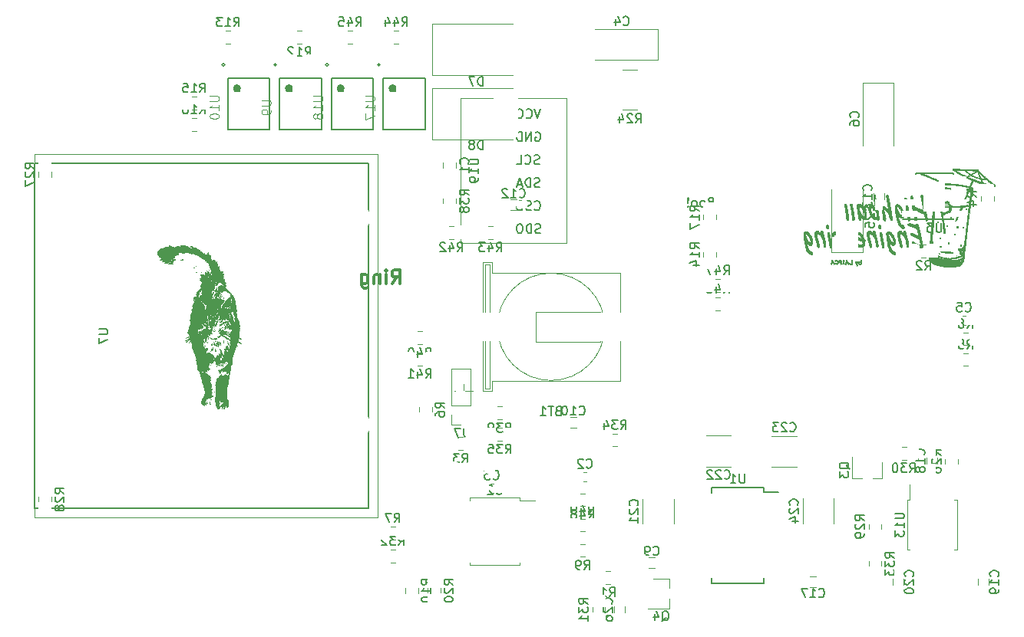
<source format=gbo>
G04 #@! TF.GenerationSoftware,KiCad,Pcbnew,(5.1.6)-1*
G04 #@! TF.CreationDate,2021-11-01T19:25:02+01:00*
G04 #@! TF.ProjectId,32mz_gauge4_sensors,33326d7a-5f67-4617-9567-65345f73656e,rev?*
G04 #@! TF.SameCoordinates,Original*
G04 #@! TF.FileFunction,Legend,Bot*
G04 #@! TF.FilePolarity,Positive*
%FSLAX46Y46*%
G04 Gerber Fmt 4.6, Leading zero omitted, Abs format (unit mm)*
G04 Created by KiCad (PCBNEW (5.1.6)-1) date 2021-11-01 19:25:02*
%MOMM*%
%LPD*%
G01*
G04 APERTURE LIST*
%ADD10C,0.300000*%
%ADD11C,0.150000*%
%ADD12C,0.010000*%
%ADD13C,0.120000*%
%ADD14C,0.200000*%
%ADD15C,0.015000*%
%ADD16C,2.451500*%
%ADD17R,9.550800X11.354200*%
%ADD18R,1.118000X2.388000*%
%ADD19C,1.626000*%
%ADD20C,2.102000*%
%ADD21R,1.702000X2.352000*%
%ADD22C,2.902000*%
%ADD23R,1.452000X1.452000*%
%ADD24R,0.902000X1.902000*%
%ADD25R,1.902000X0.902000*%
%ADD26C,4.102000*%
%ADD27C,1.702000*%
%ADD28R,1.702000X1.702000*%
%ADD29O,1.452000X1.452000*%
%ADD30C,3.102000*%
%ADD31C,4.602000*%
%ADD32R,1.302000X0.852000*%
%ADD33R,0.852000X1.302000*%
%ADD34R,1.802000X1.802000*%
%ADD35O,1.802000X1.802000*%
%ADD36R,1.852000X0.552000*%
%ADD37R,1.302000X1.702000*%
%ADD38R,1.652000X0.702000*%
%ADD39C,1.102000*%
%ADD40C,3.602000*%
G04 APERTURE END LIST*
D10*
X66591500Y-60241571D02*
X67091500Y-59527285D01*
X67448642Y-60241571D02*
X67448642Y-58741571D01*
X66877214Y-58741571D01*
X66734357Y-58813000D01*
X66662928Y-58884428D01*
X66591500Y-59027285D01*
X66591500Y-59241571D01*
X66662928Y-59384428D01*
X66734357Y-59455857D01*
X66877214Y-59527285D01*
X67448642Y-59527285D01*
X65948642Y-60241571D02*
X65948642Y-59241571D01*
X65948642Y-58741571D02*
X66020071Y-58813000D01*
X65948642Y-58884428D01*
X65877214Y-58813000D01*
X65948642Y-58741571D01*
X65948642Y-58884428D01*
X65234357Y-59241571D02*
X65234357Y-60241571D01*
X65234357Y-59384428D02*
X65162928Y-59313000D01*
X65020071Y-59241571D01*
X64805785Y-59241571D01*
X64662928Y-59313000D01*
X64591500Y-59455857D01*
X64591500Y-60241571D01*
X63234357Y-59241571D02*
X63234357Y-60455857D01*
X63305785Y-60598714D01*
X63377214Y-60670142D01*
X63520071Y-60741571D01*
X63734357Y-60741571D01*
X63877214Y-60670142D01*
X63234357Y-60170142D02*
X63377214Y-60241571D01*
X63662928Y-60241571D01*
X63805785Y-60170142D01*
X63877214Y-60098714D01*
X63948642Y-59955857D01*
X63948642Y-59527285D01*
X63877214Y-59384428D01*
X63805785Y-59313000D01*
X63662928Y-59241571D01*
X63377214Y-59241571D01*
X63234357Y-59313000D01*
D11*
X101718928Y-51236571D02*
X101576071Y-51284190D01*
X101528452Y-51331809D01*
X101480833Y-51427047D01*
X101480833Y-51569904D01*
X101528452Y-51665142D01*
X101576071Y-51712761D01*
X101671309Y-51760380D01*
X102052261Y-51760380D01*
X102052261Y-50760380D01*
X101718928Y-50760380D01*
X101623690Y-50808000D01*
X101576071Y-50855619D01*
X101528452Y-50950857D01*
X101528452Y-51046095D01*
X101576071Y-51141333D01*
X101623690Y-51188952D01*
X101718928Y-51236571D01*
X102052261Y-51236571D01*
X100909404Y-51760380D02*
X101004642Y-51712761D01*
X101052261Y-51665142D01*
X101099880Y-51569904D01*
X101099880Y-51284190D01*
X101052261Y-51188952D01*
X101004642Y-51141333D01*
X100909404Y-51093714D01*
X100766547Y-51093714D01*
X100671309Y-51141333D01*
X100623690Y-51188952D01*
X100576071Y-51284190D01*
X100576071Y-51569904D01*
X100623690Y-51665142D01*
X100671309Y-51712761D01*
X100766547Y-51760380D01*
X100909404Y-51760380D01*
X100004642Y-51760380D02*
X100099880Y-51712761D01*
X100147500Y-51665142D01*
X100195119Y-51569904D01*
X100195119Y-51284190D01*
X100147500Y-51188952D01*
X100099880Y-51141333D01*
X100004642Y-51093714D01*
X99861785Y-51093714D01*
X99766547Y-51141333D01*
X99718928Y-51188952D01*
X99671309Y-51284190D01*
X99671309Y-51569904D01*
X99718928Y-51665142D01*
X99766547Y-51712761D01*
X99861785Y-51760380D01*
X100004642Y-51760380D01*
X99242738Y-51665142D02*
X99195119Y-51712761D01*
X99242738Y-51760380D01*
X99290357Y-51712761D01*
X99242738Y-51665142D01*
X99242738Y-51760380D01*
X99242738Y-51379428D02*
X99290357Y-50808000D01*
X99242738Y-50760380D01*
X99195119Y-50808000D01*
X99242738Y-51379428D01*
X99242738Y-50760380D01*
D12*
G36*
X132304366Y-49010358D02*
G01*
X132309658Y-49015650D01*
X132314950Y-49010358D01*
X132309658Y-49005066D01*
X132304366Y-49010358D01*
G37*
X132304366Y-49010358D02*
X132309658Y-49015650D01*
X132314950Y-49010358D01*
X132309658Y-49005066D01*
X132304366Y-49010358D01*
G36*
X129838450Y-52042483D02*
G01*
X129944283Y-52042483D01*
X129944283Y-51936650D01*
X129838450Y-51936650D01*
X129838450Y-52042483D01*
G37*
X129838450Y-52042483D02*
X129944283Y-52042483D01*
X129944283Y-51936650D01*
X129838450Y-51936650D01*
X129838450Y-52042483D01*
G36*
X129669116Y-52571650D02*
G01*
X129774950Y-52571650D01*
X129774950Y-52465816D01*
X129669116Y-52465816D01*
X129669116Y-52571650D01*
G37*
X129669116Y-52571650D02*
X129774950Y-52571650D01*
X129774950Y-52465816D01*
X129669116Y-52465816D01*
X129669116Y-52571650D01*
G36*
X128166283Y-52952650D02*
G01*
X128272116Y-52952650D01*
X128272116Y-52846816D01*
X128166283Y-52846816D01*
X128166283Y-52952650D01*
G37*
X128166283Y-52952650D02*
X128272116Y-52952650D01*
X128272116Y-52846816D01*
X128166283Y-52846816D01*
X128166283Y-52952650D01*
G36*
X126705783Y-53502983D02*
G01*
X126811616Y-53502983D01*
X126811616Y-53397150D01*
X126705783Y-53397150D01*
X126705783Y-53502983D01*
G37*
X126705783Y-53502983D02*
X126811616Y-53502983D01*
X126811616Y-53397150D01*
X126705783Y-53397150D01*
X126705783Y-53502983D01*
G36*
X127721783Y-53926316D02*
G01*
X127827616Y-53926316D01*
X127827616Y-53820483D01*
X127721783Y-53820483D01*
X127721783Y-53926316D01*
G37*
X127721783Y-53926316D02*
X127827616Y-53926316D01*
X127827616Y-53820483D01*
X127721783Y-53820483D01*
X127721783Y-53926316D01*
G36*
X128885950Y-54032150D02*
G01*
X128991783Y-54032150D01*
X128991783Y-53926316D01*
X128885950Y-53926316D01*
X128885950Y-54032150D01*
G37*
X128885950Y-54032150D02*
X128991783Y-54032150D01*
X128991783Y-53926316D01*
X128885950Y-53926316D01*
X128885950Y-54032150D01*
G36*
X129499783Y-54053316D02*
G01*
X129605616Y-54053316D01*
X129605616Y-53947483D01*
X129499783Y-53947483D01*
X129499783Y-54053316D01*
G37*
X129499783Y-54053316D02*
X129605616Y-54053316D01*
X129605616Y-53947483D01*
X129499783Y-53947483D01*
X129499783Y-54053316D01*
G36*
X128589616Y-54815316D02*
G01*
X128695450Y-54815316D01*
X128695450Y-54709483D01*
X128589616Y-54709483D01*
X128589616Y-54815316D01*
G37*
X128589616Y-54815316D02*
X128695450Y-54815316D01*
X128695450Y-54709483D01*
X128589616Y-54709483D01*
X128589616Y-54815316D01*
G36*
X127002116Y-55259816D02*
G01*
X127107950Y-55259816D01*
X127107950Y-55153983D01*
X127002116Y-55153983D01*
X127002116Y-55259816D01*
G37*
X127002116Y-55259816D02*
X127107950Y-55259816D01*
X127107950Y-55153983D01*
X127002116Y-55153983D01*
X127002116Y-55259816D01*
G36*
X127912283Y-55810150D02*
G01*
X128018116Y-55810150D01*
X128018116Y-55704316D01*
X127912283Y-55704316D01*
X127912283Y-55810150D01*
G37*
X127912283Y-55810150D02*
X128018116Y-55810150D01*
X128018116Y-55704316D01*
X127912283Y-55704316D01*
X127912283Y-55810150D01*
G36*
X129245783Y-56064150D02*
G01*
X129372783Y-56064150D01*
X129372783Y-55958316D01*
X129245783Y-55958316D01*
X129245783Y-56064150D01*
G37*
X129245783Y-56064150D02*
X129372783Y-56064150D01*
X129372783Y-55958316D01*
X129245783Y-55958316D01*
X129245783Y-56064150D01*
G36*
X127023283Y-56212316D02*
G01*
X127150283Y-56212316D01*
X127150283Y-56106483D01*
X127023283Y-56106483D01*
X127023283Y-56212316D01*
G37*
X127023283Y-56212316D02*
X127150283Y-56212316D01*
X127150283Y-56106483D01*
X127023283Y-56106483D01*
X127023283Y-56212316D01*
G36*
X127184899Y-56756255D02*
G01*
X127188056Y-56761066D01*
X127198790Y-56761814D01*
X127210083Y-56759229D01*
X127205184Y-56755420D01*
X127188644Y-56754158D01*
X127184899Y-56756255D01*
G37*
X127184899Y-56756255D02*
X127188056Y-56761066D01*
X127198790Y-56761814D01*
X127210083Y-56759229D01*
X127205184Y-56755420D01*
X127188644Y-56754158D01*
X127184899Y-56756255D01*
G36*
X127280008Y-56657522D02*
G01*
X127113241Y-56658228D01*
X127435700Y-56747480D01*
X127758158Y-56836733D01*
X128071582Y-56836733D01*
X128151024Y-56836492D01*
X128223553Y-56835812D01*
X128286484Y-56834754D01*
X128337129Y-56833380D01*
X128372803Y-56831752D01*
X128390820Y-56829932D01*
X128392393Y-56829345D01*
X128390028Y-56819601D01*
X128375636Y-56808554D01*
X128363115Y-56798857D01*
X128367353Y-56794579D01*
X128384567Y-56796028D01*
X128410975Y-56803512D01*
X128415770Y-56805279D01*
X128437468Y-56811902D01*
X128448251Y-56812293D01*
X128440193Y-56807546D01*
X128415435Y-56796884D01*
X128377181Y-56781598D01*
X128328633Y-56762979D01*
X128290679Y-56748814D01*
X128129241Y-56689202D01*
X127788008Y-56673009D01*
X127695258Y-56668895D01*
X127600594Y-56665214D01*
X127508419Y-56662100D01*
X127423139Y-56659689D01*
X127349159Y-56658114D01*
X127290881Y-56657509D01*
X127280008Y-56657522D01*
G37*
X127280008Y-56657522D02*
X127113241Y-56658228D01*
X127435700Y-56747480D01*
X127758158Y-56836733D01*
X128071582Y-56836733D01*
X128151024Y-56836492D01*
X128223553Y-56835812D01*
X128286484Y-56834754D01*
X128337129Y-56833380D01*
X128372803Y-56831752D01*
X128390820Y-56829932D01*
X128392393Y-56829345D01*
X128390028Y-56819601D01*
X128375636Y-56808554D01*
X128363115Y-56798857D01*
X128367353Y-56794579D01*
X128384567Y-56796028D01*
X128410975Y-56803512D01*
X128415770Y-56805279D01*
X128437468Y-56811902D01*
X128448251Y-56812293D01*
X128440193Y-56807546D01*
X128415435Y-56796884D01*
X128377181Y-56781598D01*
X128328633Y-56762979D01*
X128290679Y-56748814D01*
X128129241Y-56689202D01*
X127788008Y-56673009D01*
X127695258Y-56668895D01*
X127600594Y-56665214D01*
X127508419Y-56662100D01*
X127423139Y-56659689D01*
X127349159Y-56658114D01*
X127290881Y-56657509D01*
X127280008Y-56657522D01*
G36*
X126952598Y-56947257D02*
G01*
X126959783Y-56953150D01*
X126979077Y-56962105D01*
X126986241Y-56963409D01*
X126988135Y-56959042D01*
X126980950Y-56953150D01*
X126961656Y-56944194D01*
X126954491Y-56942890D01*
X126952598Y-56947257D01*
G37*
X126952598Y-56947257D02*
X126959783Y-56953150D01*
X126979077Y-56962105D01*
X126986241Y-56963409D01*
X126988135Y-56959042D01*
X126980950Y-56953150D01*
X126961656Y-56944194D01*
X126954491Y-56942890D01*
X126952598Y-56947257D01*
G36*
X128854200Y-57106608D02*
G01*
X128859491Y-57111900D01*
X128864783Y-57106608D01*
X128859491Y-57101316D01*
X128854200Y-57106608D01*
G37*
X128854200Y-57106608D02*
X128859491Y-57111900D01*
X128864783Y-57106608D01*
X128859491Y-57101316D01*
X128854200Y-57106608D01*
G36*
X127891116Y-57402941D02*
G01*
X127896408Y-57408233D01*
X127901700Y-57402941D01*
X127896408Y-57397650D01*
X127891116Y-57402941D01*
G37*
X127891116Y-57402941D02*
X127896408Y-57408233D01*
X127901700Y-57402941D01*
X127896408Y-57397650D01*
X127891116Y-57402941D01*
G36*
X124947158Y-48048701D02*
G01*
X124935378Y-48068238D01*
X124923803Y-48100448D01*
X124914413Y-48132958D01*
X124909266Y-48156347D01*
X124909166Y-48164477D01*
X124919429Y-48169055D01*
X124947434Y-48180760D01*
X124991285Y-48198825D01*
X125049083Y-48222483D01*
X125118931Y-48250967D01*
X125198933Y-48283510D01*
X125287191Y-48319347D01*
X125381807Y-48357709D01*
X125480885Y-48397830D01*
X125582527Y-48438943D01*
X125684835Y-48480282D01*
X125785913Y-48521079D01*
X125883862Y-48560569D01*
X125976787Y-48597983D01*
X126062789Y-48632555D01*
X126139971Y-48663519D01*
X126206436Y-48690107D01*
X126260286Y-48711553D01*
X126299625Y-48727090D01*
X126322555Y-48735951D01*
X126327478Y-48737700D01*
X126340655Y-48735956D01*
X126354049Y-48720593D01*
X126370445Y-48688344D01*
X126371421Y-48686167D01*
X126383913Y-48654774D01*
X126390328Y-48631526D01*
X126389893Y-48622845D01*
X126379336Y-48618042D01*
X126351026Y-48606126D01*
X126306858Y-48587860D01*
X126248725Y-48564010D01*
X126178522Y-48535341D01*
X126098142Y-48502617D01*
X126009479Y-48466603D01*
X125914426Y-48428064D01*
X125814878Y-48387765D01*
X125712728Y-48346470D01*
X125609870Y-48304944D01*
X125508198Y-48263953D01*
X125409605Y-48224260D01*
X125315985Y-48186630D01*
X125229233Y-48151828D01*
X125151242Y-48120620D01*
X125083905Y-48093769D01*
X125029116Y-48072041D01*
X124988770Y-48056200D01*
X124964760Y-48047011D01*
X124959032Y-48045022D01*
X124947158Y-48048701D01*
G37*
X124947158Y-48048701D02*
X124935378Y-48068238D01*
X124923803Y-48100448D01*
X124914413Y-48132958D01*
X124909266Y-48156347D01*
X124909166Y-48164477D01*
X124919429Y-48169055D01*
X124947434Y-48180760D01*
X124991285Y-48198825D01*
X125049083Y-48222483D01*
X125118931Y-48250967D01*
X125198933Y-48283510D01*
X125287191Y-48319347D01*
X125381807Y-48357709D01*
X125480885Y-48397830D01*
X125582527Y-48438943D01*
X125684835Y-48480282D01*
X125785913Y-48521079D01*
X125883862Y-48560569D01*
X125976787Y-48597983D01*
X126062789Y-48632555D01*
X126139971Y-48663519D01*
X126206436Y-48690107D01*
X126260286Y-48711553D01*
X126299625Y-48727090D01*
X126322555Y-48735951D01*
X126327478Y-48737700D01*
X126340655Y-48735956D01*
X126354049Y-48720593D01*
X126370445Y-48688344D01*
X126371421Y-48686167D01*
X126383913Y-48654774D01*
X126390328Y-48631526D01*
X126389893Y-48622845D01*
X126379336Y-48618042D01*
X126351026Y-48606126D01*
X126306858Y-48587860D01*
X126248725Y-48564010D01*
X126178522Y-48535341D01*
X126098142Y-48502617D01*
X126009479Y-48466603D01*
X125914426Y-48428064D01*
X125814878Y-48387765D01*
X125712728Y-48346470D01*
X125609870Y-48304944D01*
X125508198Y-48263953D01*
X125409605Y-48224260D01*
X125315985Y-48186630D01*
X125229233Y-48151828D01*
X125151242Y-48120620D01*
X125083905Y-48093769D01*
X125029116Y-48072041D01*
X124988770Y-48056200D01*
X124964760Y-48047011D01*
X124959032Y-48045022D01*
X124947158Y-48048701D01*
G36*
X126465714Y-48664592D02*
G01*
X126453245Y-48686487D01*
X126439489Y-48714857D01*
X126427590Y-48743055D01*
X126420690Y-48764435D01*
X126420033Y-48769423D01*
X126428744Y-48777651D01*
X126449402Y-48788609D01*
X126473794Y-48798574D01*
X126493708Y-48803825D01*
X126496285Y-48803983D01*
X126503087Y-48795006D01*
X126514707Y-48771699D01*
X126526021Y-48745394D01*
X126537993Y-48713959D01*
X126545016Y-48691623D01*
X126545771Y-48684037D01*
X126530119Y-48676119D01*
X126506172Y-48666231D01*
X126483804Y-48658241D01*
X126473755Y-48655816D01*
X126465714Y-48664592D01*
G37*
X126465714Y-48664592D02*
X126453245Y-48686487D01*
X126439489Y-48714857D01*
X126427590Y-48743055D01*
X126420690Y-48764435D01*
X126420033Y-48769423D01*
X126428744Y-48777651D01*
X126449402Y-48788609D01*
X126473794Y-48798574D01*
X126493708Y-48803825D01*
X126496285Y-48803983D01*
X126503087Y-48795006D01*
X126514707Y-48771699D01*
X126526021Y-48745394D01*
X126537993Y-48713959D01*
X126545016Y-48691623D01*
X126545771Y-48684037D01*
X126530119Y-48676119D01*
X126506172Y-48666231D01*
X126483804Y-48658241D01*
X126473755Y-48655816D01*
X126465714Y-48664592D01*
G36*
X126591451Y-48769299D02*
G01*
X126577854Y-48804203D01*
X126574666Y-48825670D01*
X126583232Y-48839393D01*
X126604902Y-48851065D01*
X126611468Y-48853883D01*
X126627089Y-48859071D01*
X126638462Y-48856070D01*
X126649823Y-48841339D01*
X126665407Y-48811338D01*
X126667534Y-48807007D01*
X126681991Y-48775889D01*
X126690962Y-48753322D01*
X126692574Y-48744912D01*
X126681355Y-48738823D01*
X126658282Y-48728414D01*
X126652555Y-48725980D01*
X126616170Y-48710682D01*
X126591451Y-48769299D01*
G37*
X126591451Y-48769299D02*
X126577854Y-48804203D01*
X126574666Y-48825670D01*
X126583232Y-48839393D01*
X126604902Y-48851065D01*
X126611468Y-48853883D01*
X126627089Y-48859071D01*
X126638462Y-48856070D01*
X126649823Y-48841339D01*
X126665407Y-48811338D01*
X126667534Y-48807007D01*
X126681991Y-48775889D01*
X126690962Y-48753322D01*
X126692574Y-48744912D01*
X126681355Y-48738823D01*
X126658282Y-48728414D01*
X126652555Y-48725980D01*
X126616170Y-48710682D01*
X126591451Y-48769299D01*
G36*
X128613244Y-47557208D02*
G01*
X128601955Y-47565315D01*
X128600200Y-47576181D01*
X128598713Y-47586756D01*
X128591324Y-47592418D01*
X128573637Y-47593959D01*
X128541260Y-47592173D01*
X128520825Y-47590503D01*
X128441450Y-47583794D01*
X128441450Y-47617097D01*
X128444383Y-47640052D01*
X128451498Y-47650357D01*
X128452033Y-47650400D01*
X128460632Y-47659264D01*
X128462616Y-47671566D01*
X128465155Y-47683821D01*
X128476121Y-47690192D01*
X128500539Y-47692515D01*
X128520553Y-47692733D01*
X128554863Y-47693815D01*
X128574793Y-47698855D01*
X128587089Y-47710540D01*
X128593599Y-47721837D01*
X128609249Y-47743791D01*
X128636652Y-47774270D01*
X128672507Y-47810324D01*
X128713515Y-47849001D01*
X128756375Y-47887352D01*
X128797786Y-47922425D01*
X128834449Y-47951270D01*
X128863063Y-47970937D01*
X128880328Y-47978475D01*
X128880660Y-47978483D01*
X128891656Y-47984393D01*
X128914357Y-47999845D01*
X128942196Y-48020263D01*
X128974314Y-48043421D01*
X129002481Y-48061845D01*
X129018471Y-48070534D01*
X129034965Y-48078898D01*
X129065597Y-48095910D01*
X129106371Y-48119303D01*
X129153291Y-48146804D01*
X129166408Y-48154587D01*
X129243164Y-48199167D01*
X129329107Y-48247229D01*
X129420279Y-48296708D01*
X129512722Y-48345540D01*
X129602477Y-48391659D01*
X129685588Y-48433000D01*
X129758094Y-48467497D01*
X129811991Y-48491399D01*
X129854325Y-48509163D01*
X129825221Y-48524619D01*
X129804976Y-48536313D01*
X129796131Y-48543289D01*
X129796117Y-48543403D01*
X129800261Y-48553981D01*
X129810091Y-48575298D01*
X129821698Y-48599222D01*
X129831176Y-48617622D01*
X129834143Y-48622540D01*
X129843578Y-48618997D01*
X129864791Y-48605918D01*
X129885107Y-48591875D01*
X129933052Y-48557443D01*
X129983647Y-48576425D01*
X130014857Y-48589100D01*
X130058426Y-48608046D01*
X130107660Y-48630313D01*
X130140075Y-48645426D01*
X130193944Y-48670112D01*
X130251081Y-48695040D01*
X130302726Y-48716436D01*
X130325283Y-48725206D01*
X130364909Y-48740862D01*
X130397992Y-48755379D01*
X130418454Y-48766057D01*
X130420533Y-48767523D01*
X130435951Y-48775662D01*
X130467134Y-48789214D01*
X130509919Y-48806460D01*
X130560143Y-48825683D01*
X130573991Y-48830825D01*
X130625469Y-48850255D01*
X130670600Y-48868113D01*
X130705220Y-48882694D01*
X130725168Y-48892288D01*
X130727450Y-48893765D01*
X130741481Y-48900688D01*
X130772257Y-48913584D01*
X130816610Y-48931251D01*
X130871371Y-48952487D01*
X130933371Y-48976089D01*
X130999443Y-49000856D01*
X131066418Y-49025584D01*
X131131127Y-49049072D01*
X131190403Y-49070117D01*
X131211637Y-49077498D01*
X131285278Y-49102952D01*
X131342909Y-49123009D01*
X131388557Y-49139090D01*
X131426251Y-49152620D01*
X131460018Y-49165022D01*
X131473575Y-49170078D01*
X131514270Y-49184555D01*
X131565733Y-49201807D01*
X131618417Y-49218654D01*
X131631182Y-49222588D01*
X131725290Y-49251323D01*
X131757576Y-49323986D01*
X131776321Y-49363144D01*
X131791171Y-49385787D01*
X131804846Y-49395508D01*
X131812582Y-49396650D01*
X131835520Y-49406378D01*
X131847357Y-49423108D01*
X131861095Y-49444551D01*
X131878801Y-49448449D01*
X131894401Y-49443772D01*
X131899959Y-49436869D01*
X131897324Y-49421132D01*
X131885483Y-49393295D01*
X131868127Y-49359022D01*
X131848478Y-49320935D01*
X131838128Y-49298270D01*
X131836302Y-49287835D01*
X131842228Y-49286437D01*
X131851247Y-49289379D01*
X131871799Y-49296813D01*
X131896304Y-49304803D01*
X131927670Y-49314173D01*
X131968802Y-49325746D01*
X132022608Y-49340346D01*
X132091994Y-49358798D01*
X132150908Y-49374320D01*
X132279805Y-49407249D01*
X132392024Y-49433717D01*
X132490843Y-49454316D01*
X132579541Y-49469637D01*
X132661397Y-49480274D01*
X132739689Y-49486818D01*
X132785908Y-49489012D01*
X132840218Y-49491524D01*
X132887075Y-49494857D01*
X132922344Y-49498630D01*
X132941890Y-49502462D01*
X132944129Y-49503620D01*
X132962749Y-49512533D01*
X132976812Y-49501830D01*
X132995454Y-49486186D01*
X133021875Y-49477707D01*
X133045821Y-49479051D01*
X133051779Y-49482385D01*
X133060655Y-49486320D01*
X133065057Y-49476587D01*
X133066354Y-49449678D01*
X133066366Y-49445045D01*
X133062806Y-49407274D01*
X133055732Y-49379882D01*
X132822950Y-49379882D01*
X132813246Y-49380570D01*
X132786566Y-49377156D01*
X132746559Y-49370298D01*
X132696874Y-49360656D01*
X132641159Y-49348888D01*
X132600419Y-49339713D01*
X132504749Y-49317154D01*
X132423102Y-49296848D01*
X132348714Y-49277052D01*
X132274824Y-49256023D01*
X132267325Y-49253821D01*
X132213520Y-49238008D01*
X132154315Y-49220644D01*
X132103283Y-49205709D01*
X132055627Y-49191405D01*
X132001339Y-49174504D01*
X131944361Y-49156305D01*
X131888631Y-49138105D01*
X131838089Y-49121203D01*
X131796676Y-49106899D01*
X131768331Y-49096489D01*
X131757625Y-49091786D01*
X131750540Y-49080965D01*
X131737352Y-49056561D01*
X131646838Y-49056561D01*
X131602540Y-49042373D01*
X131564318Y-49029808D01*
X131527005Y-49017061D01*
X131521200Y-49015013D01*
X131493057Y-49004754D01*
X131453219Y-48989927D01*
X131409754Y-48973535D01*
X131404783Y-48971646D01*
X131366290Y-48957489D01*
X131335111Y-48946916D01*
X131316757Y-48941771D01*
X131314825Y-48941549D01*
X131301507Y-48937943D01*
X131272486Y-48928002D01*
X131231754Y-48913152D01*
X131183299Y-48894821D01*
X131171950Y-48890444D01*
X131114575Y-48868603D01*
X131056487Y-48847112D01*
X131004513Y-48828462D01*
X130965863Y-48815268D01*
X130921808Y-48800279D01*
X130879223Y-48784681D01*
X130849447Y-48772734D01*
X130826302Y-48763097D01*
X130787315Y-48747348D01*
X130736375Y-48727036D01*
X130677371Y-48703713D01*
X130614192Y-48678928D01*
X130611033Y-48677694D01*
X130535359Y-48647813D01*
X130451994Y-48614363D01*
X130368440Y-48580386D01*
X130292200Y-48548928D01*
X130249539Y-48531027D01*
X130083837Y-48460841D01*
X130380641Y-48282811D01*
X130911233Y-48492187D01*
X131012658Y-48532222D01*
X131108932Y-48570250D01*
X131198109Y-48605498D01*
X131278244Y-48637196D01*
X131347388Y-48664575D01*
X131403597Y-48686864D01*
X131444924Y-48703291D01*
X131469422Y-48713088D01*
X131474574Y-48715185D01*
X131499295Y-48731302D01*
X131517820Y-48759259D01*
X131526317Y-48779625D01*
X131541111Y-48816767D01*
X131560452Y-48862170D01*
X131577065Y-48899233D01*
X131596454Y-48941691D01*
X131615272Y-48983647D01*
X131627830Y-49012293D01*
X131646838Y-49056561D01*
X131737352Y-49056561D01*
X131736342Y-49054694D01*
X131716848Y-49016709D01*
X131693876Y-48970750D01*
X131669244Y-48920556D01*
X131644769Y-48869865D01*
X131622269Y-48822415D01*
X131603562Y-48781946D01*
X131590465Y-48752196D01*
X131584797Y-48736903D01*
X131584700Y-48736113D01*
X131592911Y-48731370D01*
X131618109Y-48727105D01*
X131661137Y-48723260D01*
X131722840Y-48719774D01*
X131804062Y-48716588D01*
X131900000Y-48713786D01*
X132125343Y-48707988D01*
X132288730Y-48871500D01*
X132348902Y-48930988D01*
X132419138Y-48999244D01*
X132493791Y-49070854D01*
X132567214Y-49140404D01*
X132633761Y-49202477D01*
X132637533Y-49205958D01*
X132689432Y-49253925D01*
X132735727Y-49296943D01*
X132774279Y-49333002D01*
X132802946Y-49360097D01*
X132819590Y-49376220D01*
X132822950Y-49379882D01*
X133055732Y-49379882D01*
X133053905Y-49372808D01*
X133050220Y-49364374D01*
X133040989Y-49343436D01*
X133039666Y-49333320D01*
X133040219Y-49333150D01*
X133033298Y-49326672D01*
X133011271Y-49307974D01*
X132975479Y-49278158D01*
X132927266Y-49238326D01*
X132867972Y-49189580D01*
X132798940Y-49133024D01*
X132721511Y-49069759D01*
X132637028Y-49000887D01*
X132546833Y-48927511D01*
X132509433Y-48897128D01*
X132399330Y-48807638D01*
X132303523Y-48729507D01*
X132219824Y-48660816D01*
X132201028Y-48645233D01*
X132055428Y-48645233D01*
X132018501Y-48646530D01*
X131992234Y-48647796D01*
X131951364Y-48650157D01*
X131902404Y-48653224D01*
X131870450Y-48655338D01*
X131773837Y-48661192D01*
X131696771Y-48664291D01*
X131637809Y-48664613D01*
X131595508Y-48662134D01*
X131568426Y-48656830D01*
X131556518Y-48650313D01*
X131547797Y-48635939D01*
X131541736Y-48623528D01*
X131446696Y-48623528D01*
X131440189Y-48634462D01*
X131438285Y-48634650D01*
X131426977Y-48630760D01*
X131398068Y-48619622D01*
X131353534Y-48602028D01*
X131295353Y-48578771D01*
X131225503Y-48550645D01*
X131145961Y-48518442D01*
X131058704Y-48482957D01*
X130976610Y-48449441D01*
X130883945Y-48411668D01*
X130797035Y-48376482D01*
X130717890Y-48344680D01*
X130648519Y-48317058D01*
X130590931Y-48294412D01*
X130547137Y-48277539D01*
X130519144Y-48267235D01*
X130509191Y-48264233D01*
X130495851Y-48259586D01*
X130494472Y-48256295D01*
X130491857Y-48240566D01*
X130489094Y-48229172D01*
X130322972Y-48229172D01*
X130162732Y-48325400D01*
X130110931Y-48356486D01*
X130065900Y-48383468D01*
X130030573Y-48404592D01*
X130007881Y-48418104D01*
X130000696Y-48422305D01*
X129991022Y-48418328D01*
X129965841Y-48406967D01*
X129928781Y-48389886D01*
X129883473Y-48368744D01*
X129875019Y-48364775D01*
X129827829Y-48342928D01*
X129787394Y-48324820D01*
X129757632Y-48312163D01*
X129742464Y-48306667D01*
X129741691Y-48306566D01*
X129729620Y-48301993D01*
X129701478Y-48289197D01*
X129660056Y-48269564D01*
X129608143Y-48244478D01*
X129548530Y-48215325D01*
X129484006Y-48183490D01*
X129417361Y-48150358D01*
X129351386Y-48117314D01*
X129288870Y-48085745D01*
X129232603Y-48057034D01*
X129185375Y-48032567D01*
X129149976Y-48013729D01*
X129134658Y-48005175D01*
X129100262Y-47985490D01*
X129071638Y-47969576D01*
X129055283Y-47961028D01*
X129036055Y-47950135D01*
X129004548Y-47930230D01*
X128965684Y-47904637D01*
X128924386Y-47876676D01*
X128885576Y-47849670D01*
X128854176Y-47826943D01*
X128838325Y-47814598D01*
X128821535Y-47798184D01*
X128817542Y-47788847D01*
X128819804Y-47788035D01*
X128831708Y-47779527D01*
X128833033Y-47773011D01*
X128835659Y-47767292D01*
X128844620Y-47762395D01*
X128861544Y-47758219D01*
X128888057Y-47754661D01*
X128925788Y-47751621D01*
X128976361Y-47748995D01*
X129041406Y-47746682D01*
X129122548Y-47744581D01*
X129221414Y-47742589D01*
X129339632Y-47740605D01*
X129354613Y-47740371D01*
X129722734Y-47734673D01*
X129984321Y-47948670D01*
X130048232Y-48001004D01*
X130106822Y-48049076D01*
X130158095Y-48091241D01*
X130200054Y-48125853D01*
X130230706Y-48151269D01*
X130248054Y-48165844D01*
X130251200Y-48168641D01*
X130262115Y-48178632D01*
X130282780Y-48196154D01*
X130289732Y-48201893D01*
X130322972Y-48229172D01*
X130489094Y-48229172D01*
X130488297Y-48225889D01*
X130487346Y-48210643D01*
X130498340Y-48201810D01*
X130522813Y-48195813D01*
X130550309Y-48188664D01*
X130567554Y-48180494D01*
X130569250Y-48178677D01*
X130579535Y-48171045D01*
X130605744Y-48154115D01*
X130645554Y-48129317D01*
X130696640Y-48098078D01*
X130756679Y-48061829D01*
X130823349Y-48021997D01*
X130842429Y-48010669D01*
X131109718Y-47852191D01*
X131188459Y-48017202D01*
X131214273Y-48071998D01*
X131236533Y-48120589D01*
X131253742Y-48159593D01*
X131264399Y-48185628D01*
X131267200Y-48194828D01*
X131271778Y-48209714D01*
X131285489Y-48243595D01*
X131308296Y-48296388D01*
X131340163Y-48368009D01*
X131381053Y-48458376D01*
X131426521Y-48557805D01*
X131442032Y-48597272D01*
X131446696Y-48623528D01*
X131541736Y-48623528D01*
X131532732Y-48605094D01*
X131512767Y-48560987D01*
X131489346Y-48506830D01*
X131463913Y-48445832D01*
X131457742Y-48430709D01*
X131428949Y-48360357D01*
X131399084Y-48288280D01*
X131370408Y-48219873D01*
X131345181Y-48160531D01*
X131326295Y-48117071D01*
X131307262Y-48073153D01*
X131292336Y-48036921D01*
X131283106Y-48012355D01*
X131281000Y-48003488D01*
X131289939Y-48008843D01*
X131313125Y-48026089D01*
X131348538Y-48053578D01*
X131394156Y-48089661D01*
X131447957Y-48132689D01*
X131507922Y-48181013D01*
X131572027Y-48232985D01*
X131638252Y-48286955D01*
X131704576Y-48341275D01*
X131768978Y-48394296D01*
X131829435Y-48444368D01*
X131883927Y-48489843D01*
X131930433Y-48529073D01*
X131966931Y-48560408D01*
X131991399Y-48582199D01*
X131997335Y-48587843D01*
X132055428Y-48645233D01*
X132201028Y-48645233D01*
X132146044Y-48599648D01*
X132079995Y-48544086D01*
X132019486Y-48492211D01*
X131962330Y-48442107D01*
X131906338Y-48391856D01*
X131849319Y-48339540D01*
X131789087Y-48283242D01*
X131723451Y-48221043D01*
X131650222Y-48151027D01*
X131572225Y-48076098D01*
X131495636Y-48002338D01*
X131423854Y-47933028D01*
X131358293Y-47869546D01*
X131300363Y-47813268D01*
X131279162Y-47792580D01*
X131021325Y-47792580D01*
X131014136Y-47799134D01*
X130992107Y-47814904D01*
X130958291Y-47837796D01*
X130915740Y-47865720D01*
X130896272Y-47878269D01*
X130848226Y-47909458D01*
X130804962Y-47938235D01*
X130770439Y-47961916D01*
X130748614Y-47977818D01*
X130745018Y-47980774D01*
X130729747Y-47991479D01*
X130700524Y-48009713D01*
X130660955Y-48033414D01*
X130614644Y-48060523D01*
X130565196Y-48088980D01*
X130516215Y-48116725D01*
X130471308Y-48141700D01*
X130434078Y-48161843D01*
X130408131Y-48175095D01*
X130397345Y-48179429D01*
X130385697Y-48172006D01*
X130383385Y-48168810D01*
X130370566Y-48162791D01*
X130366669Y-48164277D01*
X130354960Y-48160377D01*
X130331668Y-48144824D01*
X130300692Y-48120392D01*
X130280088Y-48102668D01*
X130248224Y-48075191D01*
X130203603Y-48037784D01*
X130150084Y-47993629D01*
X130091528Y-47945904D01*
X130031795Y-47897791D01*
X130019038Y-47887597D01*
X129834502Y-47740358D01*
X129934372Y-47737183D01*
X129959943Y-47737219D01*
X130002449Y-47738279D01*
X130059461Y-47740240D01*
X130128551Y-47742979D01*
X130207289Y-47746371D01*
X130293246Y-47750293D01*
X130383995Y-47754620D01*
X130477107Y-47759230D01*
X130570152Y-47763998D01*
X130660702Y-47768801D01*
X130746329Y-47773514D01*
X130824603Y-47778014D01*
X130893096Y-47782178D01*
X130949379Y-47785881D01*
X130991023Y-47788999D01*
X131015601Y-47791409D01*
X131021325Y-47792580D01*
X131279162Y-47792580D01*
X131251479Y-47765569D01*
X131213053Y-47727828D01*
X131186497Y-47701418D01*
X131173224Y-47687719D01*
X131171950Y-47686094D01*
X131176331Y-47674216D01*
X131186995Y-47652018D01*
X131188165Y-47649741D01*
X131198066Y-47627997D01*
X131195633Y-47616921D01*
X131178745Y-47608640D01*
X131176893Y-47607934D01*
X131153877Y-47599711D01*
X131142724Y-47601745D01*
X131135122Y-47617910D01*
X131131202Y-47629233D01*
X131120134Y-47660983D01*
X130635396Y-47660951D01*
X130540626Y-47660912D01*
X130457082Y-47660740D01*
X130382299Y-47660327D01*
X130313812Y-47659567D01*
X130249154Y-47658352D01*
X130185860Y-47656576D01*
X130121465Y-47654131D01*
X130053503Y-47650911D01*
X129979508Y-47646810D01*
X129897016Y-47641719D01*
X129803561Y-47635534D01*
X129696677Y-47628145D01*
X129573898Y-47619448D01*
X129432759Y-47609334D01*
X129415116Y-47608066D01*
X129291331Y-47599211D01*
X129172957Y-47590821D01*
X129061812Y-47583018D01*
X128959713Y-47575928D01*
X128868477Y-47569674D01*
X128789920Y-47564379D01*
X128725859Y-47560169D01*
X128678112Y-47557166D01*
X128648494Y-47555495D01*
X128639887Y-47555182D01*
X128613244Y-47557208D01*
G37*
X128613244Y-47557208D02*
X128601955Y-47565315D01*
X128600200Y-47576181D01*
X128598713Y-47586756D01*
X128591324Y-47592418D01*
X128573637Y-47593959D01*
X128541260Y-47592173D01*
X128520825Y-47590503D01*
X128441450Y-47583794D01*
X128441450Y-47617097D01*
X128444383Y-47640052D01*
X128451498Y-47650357D01*
X128452033Y-47650400D01*
X128460632Y-47659264D01*
X128462616Y-47671566D01*
X128465155Y-47683821D01*
X128476121Y-47690192D01*
X128500539Y-47692515D01*
X128520553Y-47692733D01*
X128554863Y-47693815D01*
X128574793Y-47698855D01*
X128587089Y-47710540D01*
X128593599Y-47721837D01*
X128609249Y-47743791D01*
X128636652Y-47774270D01*
X128672507Y-47810324D01*
X128713515Y-47849001D01*
X128756375Y-47887352D01*
X128797786Y-47922425D01*
X128834449Y-47951270D01*
X128863063Y-47970937D01*
X128880328Y-47978475D01*
X128880660Y-47978483D01*
X128891656Y-47984393D01*
X128914357Y-47999845D01*
X128942196Y-48020263D01*
X128974314Y-48043421D01*
X129002481Y-48061845D01*
X129018471Y-48070534D01*
X129034965Y-48078898D01*
X129065597Y-48095910D01*
X129106371Y-48119303D01*
X129153291Y-48146804D01*
X129166408Y-48154587D01*
X129243164Y-48199167D01*
X129329107Y-48247229D01*
X129420279Y-48296708D01*
X129512722Y-48345540D01*
X129602477Y-48391659D01*
X129685588Y-48433000D01*
X129758094Y-48467497D01*
X129811991Y-48491399D01*
X129854325Y-48509163D01*
X129825221Y-48524619D01*
X129804976Y-48536313D01*
X129796131Y-48543289D01*
X129796117Y-48543403D01*
X129800261Y-48553981D01*
X129810091Y-48575298D01*
X129821698Y-48599222D01*
X129831176Y-48617622D01*
X129834143Y-48622540D01*
X129843578Y-48618997D01*
X129864791Y-48605918D01*
X129885107Y-48591875D01*
X129933052Y-48557443D01*
X129983647Y-48576425D01*
X130014857Y-48589100D01*
X130058426Y-48608046D01*
X130107660Y-48630313D01*
X130140075Y-48645426D01*
X130193944Y-48670112D01*
X130251081Y-48695040D01*
X130302726Y-48716436D01*
X130325283Y-48725206D01*
X130364909Y-48740862D01*
X130397992Y-48755379D01*
X130418454Y-48766057D01*
X130420533Y-48767523D01*
X130435951Y-48775662D01*
X130467134Y-48789214D01*
X130509919Y-48806460D01*
X130560143Y-48825683D01*
X130573991Y-48830825D01*
X130625469Y-48850255D01*
X130670600Y-48868113D01*
X130705220Y-48882694D01*
X130725168Y-48892288D01*
X130727450Y-48893765D01*
X130741481Y-48900688D01*
X130772257Y-48913584D01*
X130816610Y-48931251D01*
X130871371Y-48952487D01*
X130933371Y-48976089D01*
X130999443Y-49000856D01*
X131066418Y-49025584D01*
X131131127Y-49049072D01*
X131190403Y-49070117D01*
X131211637Y-49077498D01*
X131285278Y-49102952D01*
X131342909Y-49123009D01*
X131388557Y-49139090D01*
X131426251Y-49152620D01*
X131460018Y-49165022D01*
X131473575Y-49170078D01*
X131514270Y-49184555D01*
X131565733Y-49201807D01*
X131618417Y-49218654D01*
X131631182Y-49222588D01*
X131725290Y-49251323D01*
X131757576Y-49323986D01*
X131776321Y-49363144D01*
X131791171Y-49385787D01*
X131804846Y-49395508D01*
X131812582Y-49396650D01*
X131835520Y-49406378D01*
X131847357Y-49423108D01*
X131861095Y-49444551D01*
X131878801Y-49448449D01*
X131894401Y-49443772D01*
X131899959Y-49436869D01*
X131897324Y-49421132D01*
X131885483Y-49393295D01*
X131868127Y-49359022D01*
X131848478Y-49320935D01*
X131838128Y-49298270D01*
X131836302Y-49287835D01*
X131842228Y-49286437D01*
X131851247Y-49289379D01*
X131871799Y-49296813D01*
X131896304Y-49304803D01*
X131927670Y-49314173D01*
X131968802Y-49325746D01*
X132022608Y-49340346D01*
X132091994Y-49358798D01*
X132150908Y-49374320D01*
X132279805Y-49407249D01*
X132392024Y-49433717D01*
X132490843Y-49454316D01*
X132579541Y-49469637D01*
X132661397Y-49480274D01*
X132739689Y-49486818D01*
X132785908Y-49489012D01*
X132840218Y-49491524D01*
X132887075Y-49494857D01*
X132922344Y-49498630D01*
X132941890Y-49502462D01*
X132944129Y-49503620D01*
X132962749Y-49512533D01*
X132976812Y-49501830D01*
X132995454Y-49486186D01*
X133021875Y-49477707D01*
X133045821Y-49479051D01*
X133051779Y-49482385D01*
X133060655Y-49486320D01*
X133065057Y-49476587D01*
X133066354Y-49449678D01*
X133066366Y-49445045D01*
X133062806Y-49407274D01*
X133055732Y-49379882D01*
X132822950Y-49379882D01*
X132813246Y-49380570D01*
X132786566Y-49377156D01*
X132746559Y-49370298D01*
X132696874Y-49360656D01*
X132641159Y-49348888D01*
X132600419Y-49339713D01*
X132504749Y-49317154D01*
X132423102Y-49296848D01*
X132348714Y-49277052D01*
X132274824Y-49256023D01*
X132267325Y-49253821D01*
X132213520Y-49238008D01*
X132154315Y-49220644D01*
X132103283Y-49205709D01*
X132055627Y-49191405D01*
X132001339Y-49174504D01*
X131944361Y-49156305D01*
X131888631Y-49138105D01*
X131838089Y-49121203D01*
X131796676Y-49106899D01*
X131768331Y-49096489D01*
X131757625Y-49091786D01*
X131750540Y-49080965D01*
X131737352Y-49056561D01*
X131646838Y-49056561D01*
X131602540Y-49042373D01*
X131564318Y-49029808D01*
X131527005Y-49017061D01*
X131521200Y-49015013D01*
X131493057Y-49004754D01*
X131453219Y-48989927D01*
X131409754Y-48973535D01*
X131404783Y-48971646D01*
X131366290Y-48957489D01*
X131335111Y-48946916D01*
X131316757Y-48941771D01*
X131314825Y-48941549D01*
X131301507Y-48937943D01*
X131272486Y-48928002D01*
X131231754Y-48913152D01*
X131183299Y-48894821D01*
X131171950Y-48890444D01*
X131114575Y-48868603D01*
X131056487Y-48847112D01*
X131004513Y-48828462D01*
X130965863Y-48815268D01*
X130921808Y-48800279D01*
X130879223Y-48784681D01*
X130849447Y-48772734D01*
X130826302Y-48763097D01*
X130787315Y-48747348D01*
X130736375Y-48727036D01*
X130677371Y-48703713D01*
X130614192Y-48678928D01*
X130611033Y-48677694D01*
X130535359Y-48647813D01*
X130451994Y-48614363D01*
X130368440Y-48580386D01*
X130292200Y-48548928D01*
X130249539Y-48531027D01*
X130083837Y-48460841D01*
X130380641Y-48282811D01*
X130911233Y-48492187D01*
X131012658Y-48532222D01*
X131108932Y-48570250D01*
X131198109Y-48605498D01*
X131278244Y-48637196D01*
X131347388Y-48664575D01*
X131403597Y-48686864D01*
X131444924Y-48703291D01*
X131469422Y-48713088D01*
X131474574Y-48715185D01*
X131499295Y-48731302D01*
X131517820Y-48759259D01*
X131526317Y-48779625D01*
X131541111Y-48816767D01*
X131560452Y-48862170D01*
X131577065Y-48899233D01*
X131596454Y-48941691D01*
X131615272Y-48983647D01*
X131627830Y-49012293D01*
X131646838Y-49056561D01*
X131737352Y-49056561D01*
X131736342Y-49054694D01*
X131716848Y-49016709D01*
X131693876Y-48970750D01*
X131669244Y-48920556D01*
X131644769Y-48869865D01*
X131622269Y-48822415D01*
X131603562Y-48781946D01*
X131590465Y-48752196D01*
X131584797Y-48736903D01*
X131584700Y-48736113D01*
X131592911Y-48731370D01*
X131618109Y-48727105D01*
X131661137Y-48723260D01*
X131722840Y-48719774D01*
X131804062Y-48716588D01*
X131900000Y-48713786D01*
X132125343Y-48707988D01*
X132288730Y-48871500D01*
X132348902Y-48930988D01*
X132419138Y-48999244D01*
X132493791Y-49070854D01*
X132567214Y-49140404D01*
X132633761Y-49202477D01*
X132637533Y-49205958D01*
X132689432Y-49253925D01*
X132735727Y-49296943D01*
X132774279Y-49333002D01*
X132802946Y-49360097D01*
X132819590Y-49376220D01*
X132822950Y-49379882D01*
X133055732Y-49379882D01*
X133053905Y-49372808D01*
X133050220Y-49364374D01*
X133040989Y-49343436D01*
X133039666Y-49333320D01*
X133040219Y-49333150D01*
X133033298Y-49326672D01*
X133011271Y-49307974D01*
X132975479Y-49278158D01*
X132927266Y-49238326D01*
X132867972Y-49189580D01*
X132798940Y-49133024D01*
X132721511Y-49069759D01*
X132637028Y-49000887D01*
X132546833Y-48927511D01*
X132509433Y-48897128D01*
X132399330Y-48807638D01*
X132303523Y-48729507D01*
X132219824Y-48660816D01*
X132201028Y-48645233D01*
X132055428Y-48645233D01*
X132018501Y-48646530D01*
X131992234Y-48647796D01*
X131951364Y-48650157D01*
X131902404Y-48653224D01*
X131870450Y-48655338D01*
X131773837Y-48661192D01*
X131696771Y-48664291D01*
X131637809Y-48664613D01*
X131595508Y-48662134D01*
X131568426Y-48656830D01*
X131556518Y-48650313D01*
X131547797Y-48635939D01*
X131541736Y-48623528D01*
X131446696Y-48623528D01*
X131440189Y-48634462D01*
X131438285Y-48634650D01*
X131426977Y-48630760D01*
X131398068Y-48619622D01*
X131353534Y-48602028D01*
X131295353Y-48578771D01*
X131225503Y-48550645D01*
X131145961Y-48518442D01*
X131058704Y-48482957D01*
X130976610Y-48449441D01*
X130883945Y-48411668D01*
X130797035Y-48376482D01*
X130717890Y-48344680D01*
X130648519Y-48317058D01*
X130590931Y-48294412D01*
X130547137Y-48277539D01*
X130519144Y-48267235D01*
X130509191Y-48264233D01*
X130495851Y-48259586D01*
X130494472Y-48256295D01*
X130491857Y-48240566D01*
X130489094Y-48229172D01*
X130322972Y-48229172D01*
X130162732Y-48325400D01*
X130110931Y-48356486D01*
X130065900Y-48383468D01*
X130030573Y-48404592D01*
X130007881Y-48418104D01*
X130000696Y-48422305D01*
X129991022Y-48418328D01*
X129965841Y-48406967D01*
X129928781Y-48389886D01*
X129883473Y-48368744D01*
X129875019Y-48364775D01*
X129827829Y-48342928D01*
X129787394Y-48324820D01*
X129757632Y-48312163D01*
X129742464Y-48306667D01*
X129741691Y-48306566D01*
X129729620Y-48301993D01*
X129701478Y-48289197D01*
X129660056Y-48269564D01*
X129608143Y-48244478D01*
X129548530Y-48215325D01*
X129484006Y-48183490D01*
X129417361Y-48150358D01*
X129351386Y-48117314D01*
X129288870Y-48085745D01*
X129232603Y-48057034D01*
X129185375Y-48032567D01*
X129149976Y-48013729D01*
X129134658Y-48005175D01*
X129100262Y-47985490D01*
X129071638Y-47969576D01*
X129055283Y-47961028D01*
X129036055Y-47950135D01*
X129004548Y-47930230D01*
X128965684Y-47904637D01*
X128924386Y-47876676D01*
X128885576Y-47849670D01*
X128854176Y-47826943D01*
X128838325Y-47814598D01*
X128821535Y-47798184D01*
X128817542Y-47788847D01*
X128819804Y-47788035D01*
X128831708Y-47779527D01*
X128833033Y-47773011D01*
X128835659Y-47767292D01*
X128844620Y-47762395D01*
X128861544Y-47758219D01*
X128888057Y-47754661D01*
X128925788Y-47751621D01*
X128976361Y-47748995D01*
X129041406Y-47746682D01*
X129122548Y-47744581D01*
X129221414Y-47742589D01*
X129339632Y-47740605D01*
X129354613Y-47740371D01*
X129722734Y-47734673D01*
X129984321Y-47948670D01*
X130048232Y-48001004D01*
X130106822Y-48049076D01*
X130158095Y-48091241D01*
X130200054Y-48125853D01*
X130230706Y-48151269D01*
X130248054Y-48165844D01*
X130251200Y-48168641D01*
X130262115Y-48178632D01*
X130282780Y-48196154D01*
X130289732Y-48201893D01*
X130322972Y-48229172D01*
X130489094Y-48229172D01*
X130488297Y-48225889D01*
X130487346Y-48210643D01*
X130498340Y-48201810D01*
X130522813Y-48195813D01*
X130550309Y-48188664D01*
X130567554Y-48180494D01*
X130569250Y-48178677D01*
X130579535Y-48171045D01*
X130605744Y-48154115D01*
X130645554Y-48129317D01*
X130696640Y-48098078D01*
X130756679Y-48061829D01*
X130823349Y-48021997D01*
X130842429Y-48010669D01*
X131109718Y-47852191D01*
X131188459Y-48017202D01*
X131214273Y-48071998D01*
X131236533Y-48120589D01*
X131253742Y-48159593D01*
X131264399Y-48185628D01*
X131267200Y-48194828D01*
X131271778Y-48209714D01*
X131285489Y-48243595D01*
X131308296Y-48296388D01*
X131340163Y-48368009D01*
X131381053Y-48458376D01*
X131426521Y-48557805D01*
X131442032Y-48597272D01*
X131446696Y-48623528D01*
X131541736Y-48623528D01*
X131532732Y-48605094D01*
X131512767Y-48560987D01*
X131489346Y-48506830D01*
X131463913Y-48445832D01*
X131457742Y-48430709D01*
X131428949Y-48360357D01*
X131399084Y-48288280D01*
X131370408Y-48219873D01*
X131345181Y-48160531D01*
X131326295Y-48117071D01*
X131307262Y-48073153D01*
X131292336Y-48036921D01*
X131283106Y-48012355D01*
X131281000Y-48003488D01*
X131289939Y-48008843D01*
X131313125Y-48026089D01*
X131348538Y-48053578D01*
X131394156Y-48089661D01*
X131447957Y-48132689D01*
X131507922Y-48181013D01*
X131572027Y-48232985D01*
X131638252Y-48286955D01*
X131704576Y-48341275D01*
X131768978Y-48394296D01*
X131829435Y-48444368D01*
X131883927Y-48489843D01*
X131930433Y-48529073D01*
X131966931Y-48560408D01*
X131991399Y-48582199D01*
X131997335Y-48587843D01*
X132055428Y-48645233D01*
X132201028Y-48645233D01*
X132146044Y-48599648D01*
X132079995Y-48544086D01*
X132019486Y-48492211D01*
X131962330Y-48442107D01*
X131906338Y-48391856D01*
X131849319Y-48339540D01*
X131789087Y-48283242D01*
X131723451Y-48221043D01*
X131650222Y-48151027D01*
X131572225Y-48076098D01*
X131495636Y-48002338D01*
X131423854Y-47933028D01*
X131358293Y-47869546D01*
X131300363Y-47813268D01*
X131279162Y-47792580D01*
X131021325Y-47792580D01*
X131014136Y-47799134D01*
X130992107Y-47814904D01*
X130958291Y-47837796D01*
X130915740Y-47865720D01*
X130896272Y-47878269D01*
X130848226Y-47909458D01*
X130804962Y-47938235D01*
X130770439Y-47961916D01*
X130748614Y-47977818D01*
X130745018Y-47980774D01*
X130729747Y-47991479D01*
X130700524Y-48009713D01*
X130660955Y-48033414D01*
X130614644Y-48060523D01*
X130565196Y-48088980D01*
X130516215Y-48116725D01*
X130471308Y-48141700D01*
X130434078Y-48161843D01*
X130408131Y-48175095D01*
X130397345Y-48179429D01*
X130385697Y-48172006D01*
X130383385Y-48168810D01*
X130370566Y-48162791D01*
X130366669Y-48164277D01*
X130354960Y-48160377D01*
X130331668Y-48144824D01*
X130300692Y-48120392D01*
X130280088Y-48102668D01*
X130248224Y-48075191D01*
X130203603Y-48037784D01*
X130150084Y-47993629D01*
X130091528Y-47945904D01*
X130031795Y-47897791D01*
X130019038Y-47887597D01*
X129834502Y-47740358D01*
X129934372Y-47737183D01*
X129959943Y-47737219D01*
X130002449Y-47738279D01*
X130059461Y-47740240D01*
X130128551Y-47742979D01*
X130207289Y-47746371D01*
X130293246Y-47750293D01*
X130383995Y-47754620D01*
X130477107Y-47759230D01*
X130570152Y-47763998D01*
X130660702Y-47768801D01*
X130746329Y-47773514D01*
X130824603Y-47778014D01*
X130893096Y-47782178D01*
X130949379Y-47785881D01*
X130991023Y-47788999D01*
X131015601Y-47791409D01*
X131021325Y-47792580D01*
X131279162Y-47792580D01*
X131251479Y-47765569D01*
X131213053Y-47727828D01*
X131186497Y-47701418D01*
X131173224Y-47687719D01*
X131171950Y-47686094D01*
X131176331Y-47674216D01*
X131186995Y-47652018D01*
X131188165Y-47649741D01*
X131198066Y-47627997D01*
X131195633Y-47616921D01*
X131178745Y-47608640D01*
X131176893Y-47607934D01*
X131153877Y-47599711D01*
X131142724Y-47601745D01*
X131135122Y-47617910D01*
X131131202Y-47629233D01*
X131120134Y-47660983D01*
X130635396Y-47660951D01*
X130540626Y-47660912D01*
X130457082Y-47660740D01*
X130382299Y-47660327D01*
X130313812Y-47659567D01*
X130249154Y-47658352D01*
X130185860Y-47656576D01*
X130121465Y-47654131D01*
X130053503Y-47650911D01*
X129979508Y-47646810D01*
X129897016Y-47641719D01*
X129803561Y-47635534D01*
X129696677Y-47628145D01*
X129573898Y-47619448D01*
X129432759Y-47609334D01*
X129415116Y-47608066D01*
X129291331Y-47599211D01*
X129172957Y-47590821D01*
X129061812Y-47583018D01*
X128959713Y-47575928D01*
X128868477Y-47569674D01*
X128789920Y-47564379D01*
X128725859Y-47560169D01*
X128678112Y-47557166D01*
X128648494Y-47555495D01*
X128639887Y-47555182D01*
X128613244Y-47557208D01*
G36*
X123172335Y-50739013D02*
G01*
X123154671Y-50751696D01*
X123134710Y-50774466D01*
X123122794Y-50795323D01*
X123110700Y-50811576D01*
X123101183Y-50814816D01*
X123084818Y-50824323D01*
X123073738Y-50849854D01*
X123067983Y-50886927D01*
X123067595Y-50931060D01*
X123072615Y-50977770D01*
X123083084Y-51022575D01*
X123098928Y-51060787D01*
X123127462Y-51099785D01*
X123164354Y-51132566D01*
X123205123Y-51156869D01*
X123245286Y-51170430D01*
X123280362Y-51170989D01*
X123299817Y-51162175D01*
X123315208Y-51144536D01*
X123333468Y-51116232D01*
X123340939Y-51102510D01*
X123355045Y-51069428D01*
X123360131Y-51037912D01*
X123357957Y-50996993D01*
X123357924Y-50996677D01*
X123342626Y-50908290D01*
X123317389Y-50838217D01*
X123282041Y-50785995D01*
X123277606Y-50781398D01*
X123237470Y-50747852D01*
X123202905Y-50733851D01*
X123172335Y-50739013D01*
G37*
X123172335Y-50739013D02*
X123154671Y-50751696D01*
X123134710Y-50774466D01*
X123122794Y-50795323D01*
X123110700Y-50811576D01*
X123101183Y-50814816D01*
X123084818Y-50824323D01*
X123073738Y-50849854D01*
X123067983Y-50886927D01*
X123067595Y-50931060D01*
X123072615Y-50977770D01*
X123083084Y-51022575D01*
X123098928Y-51060787D01*
X123127462Y-51099785D01*
X123164354Y-51132566D01*
X123205123Y-51156869D01*
X123245286Y-51170430D01*
X123280362Y-51170989D01*
X123299817Y-51162175D01*
X123315208Y-51144536D01*
X123333468Y-51116232D01*
X123340939Y-51102510D01*
X123355045Y-51069428D01*
X123360131Y-51037912D01*
X123357957Y-50996993D01*
X123357924Y-50996677D01*
X123342626Y-50908290D01*
X123317389Y-50838217D01*
X123282041Y-50785995D01*
X123277606Y-50781398D01*
X123237470Y-50747852D01*
X123202905Y-50733851D01*
X123172335Y-50739013D01*
G36*
X118105107Y-51487589D02*
G01*
X118064491Y-51488523D01*
X118028610Y-51488928D01*
X117984669Y-51488670D01*
X117962151Y-51488266D01*
X117923818Y-51489145D01*
X117898549Y-51495399D01*
X117878499Y-51509112D01*
X117876401Y-51511048D01*
X117849492Y-51549510D01*
X117832687Y-51602039D01*
X117826791Y-51663686D01*
X117832609Y-51729504D01*
X117837273Y-51751441D01*
X117843701Y-51781093D01*
X117852765Y-51827900D01*
X117864054Y-51889390D01*
X117877160Y-51963088D01*
X117891676Y-52046525D01*
X117907192Y-52137225D01*
X117923301Y-52232718D01*
X117939593Y-52330530D01*
X117955661Y-52428189D01*
X117971097Y-52523222D01*
X117985490Y-52613156D01*
X117998434Y-52695520D01*
X118009520Y-52767841D01*
X118018340Y-52827645D01*
X118024484Y-52872461D01*
X118027545Y-52899815D01*
X118027815Y-52905025D01*
X118030639Y-52958589D01*
X118037759Y-53017448D01*
X118048006Y-53075087D01*
X118060208Y-53124992D01*
X118073198Y-53160649D01*
X118073994Y-53162225D01*
X118091505Y-53188173D01*
X118110527Y-53205771D01*
X118111530Y-53206336D01*
X118142910Y-53214875D01*
X118183035Y-53215465D01*
X118221036Y-53208113D01*
X118225973Y-53206288D01*
X118243929Y-53196546D01*
X118256633Y-53182019D01*
X118264537Y-53159764D01*
X118268091Y-53126835D01*
X118267747Y-53080288D01*
X118263955Y-53017180D01*
X118260892Y-52978315D01*
X118256531Y-52921675D01*
X118253369Y-52872848D01*
X118251599Y-52835545D01*
X118251413Y-52813482D01*
X118252097Y-52809141D01*
X118260432Y-52814659D01*
X118279139Y-52833342D01*
X118305156Y-52861996D01*
X118326219Y-52886444D01*
X118388394Y-52957313D01*
X118447661Y-53019645D01*
X118501727Y-53071250D01*
X118548293Y-53109941D01*
X118585065Y-53133527D01*
X118585728Y-53133850D01*
X118641275Y-53150812D01*
X118694443Y-53146756D01*
X118745245Y-53121678D01*
X118793694Y-53075570D01*
X118823377Y-53035169D01*
X118859284Y-52972701D01*
X118884404Y-52909676D01*
X118899231Y-52842375D01*
X118904256Y-52767082D01*
X118902151Y-52724333D01*
X118689194Y-52724333D01*
X118687962Y-52775808D01*
X118683316Y-52815448D01*
X118675117Y-52838908D01*
X118674383Y-52839860D01*
X118648598Y-52855165D01*
X118611568Y-52853499D01*
X118567979Y-52836630D01*
X118527440Y-52808342D01*
X118481161Y-52763242D01*
X118431004Y-52704272D01*
X118378828Y-52634375D01*
X118326493Y-52556494D01*
X118275862Y-52473571D01*
X118228794Y-52388549D01*
X118187150Y-52304371D01*
X118152791Y-52223980D01*
X118127577Y-52150318D01*
X118122676Y-52132348D01*
X118110392Y-52076506D01*
X118100000Y-52014419D01*
X118091920Y-51950694D01*
X118086572Y-51889938D01*
X118084373Y-51836757D01*
X118085745Y-51795760D01*
X118090046Y-51773894D01*
X118099785Y-51754523D01*
X118113280Y-51747193D01*
X118138358Y-51748327D01*
X118144280Y-51749096D01*
X118210329Y-51768107D01*
X118277018Y-51806453D01*
X118343117Y-51862381D01*
X118407396Y-51934144D01*
X118468625Y-52019989D01*
X118525575Y-52118168D01*
X118577014Y-52226930D01*
X118621714Y-52344525D01*
X118658444Y-52469203D01*
X118662846Y-52486983D01*
X118673841Y-52542347D01*
X118681992Y-52603257D01*
X118687157Y-52665367D01*
X118689194Y-52724333D01*
X118902151Y-52724333D01*
X118899971Y-52680078D01*
X118886868Y-52577647D01*
X118885277Y-52567566D01*
X118847599Y-52380677D01*
X118796259Y-52203581D01*
X118732052Y-52038034D01*
X118655772Y-51885795D01*
X118568213Y-51748624D01*
X118470172Y-51628276D01*
X118452025Y-51609107D01*
X118410584Y-51568389D01*
X118372834Y-51537448D01*
X118334937Y-51515089D01*
X118293054Y-51500119D01*
X118243347Y-51491341D01*
X118181978Y-51487563D01*
X118105107Y-51487589D01*
G37*
X118105107Y-51487589D02*
X118064491Y-51488523D01*
X118028610Y-51488928D01*
X117984669Y-51488670D01*
X117962151Y-51488266D01*
X117923818Y-51489145D01*
X117898549Y-51495399D01*
X117878499Y-51509112D01*
X117876401Y-51511048D01*
X117849492Y-51549510D01*
X117832687Y-51602039D01*
X117826791Y-51663686D01*
X117832609Y-51729504D01*
X117837273Y-51751441D01*
X117843701Y-51781093D01*
X117852765Y-51827900D01*
X117864054Y-51889390D01*
X117877160Y-51963088D01*
X117891676Y-52046525D01*
X117907192Y-52137225D01*
X117923301Y-52232718D01*
X117939593Y-52330530D01*
X117955661Y-52428189D01*
X117971097Y-52523222D01*
X117985490Y-52613156D01*
X117998434Y-52695520D01*
X118009520Y-52767841D01*
X118018340Y-52827645D01*
X118024484Y-52872461D01*
X118027545Y-52899815D01*
X118027815Y-52905025D01*
X118030639Y-52958589D01*
X118037759Y-53017448D01*
X118048006Y-53075087D01*
X118060208Y-53124992D01*
X118073198Y-53160649D01*
X118073994Y-53162225D01*
X118091505Y-53188173D01*
X118110527Y-53205771D01*
X118111530Y-53206336D01*
X118142910Y-53214875D01*
X118183035Y-53215465D01*
X118221036Y-53208113D01*
X118225973Y-53206288D01*
X118243929Y-53196546D01*
X118256633Y-53182019D01*
X118264537Y-53159764D01*
X118268091Y-53126835D01*
X118267747Y-53080288D01*
X118263955Y-53017180D01*
X118260892Y-52978315D01*
X118256531Y-52921675D01*
X118253369Y-52872848D01*
X118251599Y-52835545D01*
X118251413Y-52813482D01*
X118252097Y-52809141D01*
X118260432Y-52814659D01*
X118279139Y-52833342D01*
X118305156Y-52861996D01*
X118326219Y-52886444D01*
X118388394Y-52957313D01*
X118447661Y-53019645D01*
X118501727Y-53071250D01*
X118548293Y-53109941D01*
X118585065Y-53133527D01*
X118585728Y-53133850D01*
X118641275Y-53150812D01*
X118694443Y-53146756D01*
X118745245Y-53121678D01*
X118793694Y-53075570D01*
X118823377Y-53035169D01*
X118859284Y-52972701D01*
X118884404Y-52909676D01*
X118899231Y-52842375D01*
X118904256Y-52767082D01*
X118902151Y-52724333D01*
X118689194Y-52724333D01*
X118687962Y-52775808D01*
X118683316Y-52815448D01*
X118675117Y-52838908D01*
X118674383Y-52839860D01*
X118648598Y-52855165D01*
X118611568Y-52853499D01*
X118567979Y-52836630D01*
X118527440Y-52808342D01*
X118481161Y-52763242D01*
X118431004Y-52704272D01*
X118378828Y-52634375D01*
X118326493Y-52556494D01*
X118275862Y-52473571D01*
X118228794Y-52388549D01*
X118187150Y-52304371D01*
X118152791Y-52223980D01*
X118127577Y-52150318D01*
X118122676Y-52132348D01*
X118110392Y-52076506D01*
X118100000Y-52014419D01*
X118091920Y-51950694D01*
X118086572Y-51889938D01*
X118084373Y-51836757D01*
X118085745Y-51795760D01*
X118090046Y-51773894D01*
X118099785Y-51754523D01*
X118113280Y-51747193D01*
X118138358Y-51748327D01*
X118144280Y-51749096D01*
X118210329Y-51768107D01*
X118277018Y-51806453D01*
X118343117Y-51862381D01*
X118407396Y-51934144D01*
X118468625Y-52019989D01*
X118525575Y-52118168D01*
X118577014Y-52226930D01*
X118621714Y-52344525D01*
X118658444Y-52469203D01*
X118662846Y-52486983D01*
X118673841Y-52542347D01*
X118681992Y-52603257D01*
X118687157Y-52665367D01*
X118689194Y-52724333D01*
X118902151Y-52724333D01*
X118899971Y-52680078D01*
X118886868Y-52577647D01*
X118885277Y-52567566D01*
X118847599Y-52380677D01*
X118796259Y-52203581D01*
X118732052Y-52038034D01*
X118655772Y-51885795D01*
X118568213Y-51748624D01*
X118470172Y-51628276D01*
X118452025Y-51609107D01*
X118410584Y-51568389D01*
X118372834Y-51537448D01*
X118334937Y-51515089D01*
X118293054Y-51500119D01*
X118243347Y-51491341D01*
X118181978Y-51487563D01*
X118105107Y-51487589D01*
G36*
X119790843Y-50456414D02*
G01*
X119757671Y-50471902D01*
X119727171Y-50500634D01*
X119702969Y-50540520D01*
X119694499Y-50563531D01*
X119686085Y-50599150D01*
X119680968Y-50639812D01*
X119679337Y-50687224D01*
X119681386Y-50743095D01*
X119687304Y-50809130D01*
X119697284Y-50887037D01*
X119711517Y-50978523D01*
X119730194Y-51085295D01*
X119753507Y-51209060D01*
X119781648Y-51351525D01*
X119784389Y-51365150D01*
X119802684Y-51456780D01*
X119820096Y-51545521D01*
X119836151Y-51628837D01*
X119850377Y-51704191D01*
X119862301Y-51769045D01*
X119871450Y-51820864D01*
X119877350Y-51857111D01*
X119879530Y-51875248D01*
X119879533Y-51875550D01*
X119873423Y-51872605D01*
X119857231Y-51856446D01*
X119834160Y-51830339D01*
X119828349Y-51823428D01*
X119747606Y-51735886D01*
X119665651Y-51664922D01*
X119583840Y-51611240D01*
X119503524Y-51575539D01*
X119426058Y-51558520D01*
X119352793Y-51560885D01*
X119330906Y-51565728D01*
X119281871Y-51588741D01*
X119235234Y-51628493D01*
X119195228Y-51680636D01*
X119169676Y-51731260D01*
X119159513Y-51759378D01*
X119152546Y-51786537D01*
X119148187Y-51817713D01*
X119145852Y-51857879D01*
X119144954Y-51912012D01*
X119144863Y-51941941D01*
X119145477Y-52008983D01*
X119147940Y-52061926D01*
X119153006Y-52107812D01*
X119161431Y-52153680D01*
X119172770Y-52201797D01*
X119216178Y-52354168D01*
X119266471Y-52489699D01*
X119325706Y-52612158D01*
X119395939Y-52725313D01*
X119479227Y-52832934D01*
X119571720Y-52932882D01*
X119659166Y-53016026D01*
X119737112Y-53080303D01*
X119805596Y-53125742D01*
X119864658Y-53152370D01*
X119873216Y-53154882D01*
X119923916Y-53162351D01*
X119973309Y-53158983D01*
X120014382Y-53145713D01*
X120031687Y-53133792D01*
X120052558Y-53116109D01*
X120065090Y-53114925D01*
X120075630Y-53131496D01*
X120080765Y-53143508D01*
X120106473Y-53183639D01*
X120141371Y-53208534D01*
X120180971Y-53217028D01*
X120220787Y-53207961D01*
X120249766Y-53187295D01*
X120280737Y-53141619D01*
X120298445Y-53080332D01*
X120302807Y-53021847D01*
X120300775Y-52992812D01*
X120294750Y-52944034D01*
X120289366Y-52907105D01*
X120076507Y-52907105D01*
X120076178Y-52937013D01*
X120074955Y-52943232D01*
X120068137Y-52957952D01*
X120057884Y-52955122D01*
X120049711Y-52948122D01*
X120030672Y-52935688D01*
X119998889Y-52919465D01*
X119963480Y-52903905D01*
X119878448Y-52860872D01*
X119791357Y-52801394D01*
X119706455Y-52729230D01*
X119627990Y-52648141D01*
X119560214Y-52561884D01*
X119536836Y-52526436D01*
X119482819Y-52426666D01*
X119437041Y-52316344D01*
X119401391Y-52201581D01*
X119377760Y-52088487D01*
X119368039Y-51983170D01*
X119367992Y-51980780D01*
X119367552Y-51933961D01*
X119368875Y-51903398D01*
X119372917Y-51884198D01*
X119380632Y-51871465D01*
X119391226Y-51861718D01*
X119428108Y-51844976D01*
X119474592Y-51846112D01*
X119529822Y-51864603D01*
X119592940Y-51899924D01*
X119663090Y-51951554D01*
X119739414Y-52018967D01*
X119821055Y-52101641D01*
X119866826Y-52152191D01*
X119965244Y-52263939D01*
X120006862Y-52464778D01*
X120025086Y-52556376D01*
X120041173Y-52644402D01*
X120054740Y-52726171D01*
X120065407Y-52799001D01*
X120072790Y-52860207D01*
X120076507Y-52907105D01*
X120289366Y-52907105D01*
X120284907Y-52876523D01*
X120271419Y-52791289D01*
X120254459Y-52689342D01*
X120234201Y-52571692D01*
X120210818Y-52439349D01*
X120184485Y-52293323D01*
X120155373Y-52134623D01*
X120123657Y-51964260D01*
X120095520Y-51814941D01*
X120063713Y-51646531D01*
X120035730Y-51497241D01*
X120011288Y-51365426D01*
X119990105Y-51249439D01*
X119971900Y-51147637D01*
X119956390Y-51058374D01*
X119943293Y-50980005D01*
X119932328Y-50910885D01*
X119923212Y-50849369D01*
X119915663Y-50793811D01*
X119909400Y-50742567D01*
X119905316Y-50705399D01*
X119897291Y-50633477D01*
X119889836Y-50579300D01*
X119882153Y-50539494D01*
X119873450Y-50510682D01*
X119862929Y-50489488D01*
X119850698Y-50473523D01*
X119823060Y-50456257D01*
X119790843Y-50456414D01*
G37*
X119790843Y-50456414D02*
X119757671Y-50471902D01*
X119727171Y-50500634D01*
X119702969Y-50540520D01*
X119694499Y-50563531D01*
X119686085Y-50599150D01*
X119680968Y-50639812D01*
X119679337Y-50687224D01*
X119681386Y-50743095D01*
X119687304Y-50809130D01*
X119697284Y-50887037D01*
X119711517Y-50978523D01*
X119730194Y-51085295D01*
X119753507Y-51209060D01*
X119781648Y-51351525D01*
X119784389Y-51365150D01*
X119802684Y-51456780D01*
X119820096Y-51545521D01*
X119836151Y-51628837D01*
X119850377Y-51704191D01*
X119862301Y-51769045D01*
X119871450Y-51820864D01*
X119877350Y-51857111D01*
X119879530Y-51875248D01*
X119879533Y-51875550D01*
X119873423Y-51872605D01*
X119857231Y-51856446D01*
X119834160Y-51830339D01*
X119828349Y-51823428D01*
X119747606Y-51735886D01*
X119665651Y-51664922D01*
X119583840Y-51611240D01*
X119503524Y-51575539D01*
X119426058Y-51558520D01*
X119352793Y-51560885D01*
X119330906Y-51565728D01*
X119281871Y-51588741D01*
X119235234Y-51628493D01*
X119195228Y-51680636D01*
X119169676Y-51731260D01*
X119159513Y-51759378D01*
X119152546Y-51786537D01*
X119148187Y-51817713D01*
X119145852Y-51857879D01*
X119144954Y-51912012D01*
X119144863Y-51941941D01*
X119145477Y-52008983D01*
X119147940Y-52061926D01*
X119153006Y-52107812D01*
X119161431Y-52153680D01*
X119172770Y-52201797D01*
X119216178Y-52354168D01*
X119266471Y-52489699D01*
X119325706Y-52612158D01*
X119395939Y-52725313D01*
X119479227Y-52832934D01*
X119571720Y-52932882D01*
X119659166Y-53016026D01*
X119737112Y-53080303D01*
X119805596Y-53125742D01*
X119864658Y-53152370D01*
X119873216Y-53154882D01*
X119923916Y-53162351D01*
X119973309Y-53158983D01*
X120014382Y-53145713D01*
X120031687Y-53133792D01*
X120052558Y-53116109D01*
X120065090Y-53114925D01*
X120075630Y-53131496D01*
X120080765Y-53143508D01*
X120106473Y-53183639D01*
X120141371Y-53208534D01*
X120180971Y-53217028D01*
X120220787Y-53207961D01*
X120249766Y-53187295D01*
X120280737Y-53141619D01*
X120298445Y-53080332D01*
X120302807Y-53021847D01*
X120300775Y-52992812D01*
X120294750Y-52944034D01*
X120289366Y-52907105D01*
X120076507Y-52907105D01*
X120076178Y-52937013D01*
X120074955Y-52943232D01*
X120068137Y-52957952D01*
X120057884Y-52955122D01*
X120049711Y-52948122D01*
X120030672Y-52935688D01*
X119998889Y-52919465D01*
X119963480Y-52903905D01*
X119878448Y-52860872D01*
X119791357Y-52801394D01*
X119706455Y-52729230D01*
X119627990Y-52648141D01*
X119560214Y-52561884D01*
X119536836Y-52526436D01*
X119482819Y-52426666D01*
X119437041Y-52316344D01*
X119401391Y-52201581D01*
X119377760Y-52088487D01*
X119368039Y-51983170D01*
X119367992Y-51980780D01*
X119367552Y-51933961D01*
X119368875Y-51903398D01*
X119372917Y-51884198D01*
X119380632Y-51871465D01*
X119391226Y-51861718D01*
X119428108Y-51844976D01*
X119474592Y-51846112D01*
X119529822Y-51864603D01*
X119592940Y-51899924D01*
X119663090Y-51951554D01*
X119739414Y-52018967D01*
X119821055Y-52101641D01*
X119866826Y-52152191D01*
X119965244Y-52263939D01*
X120006862Y-52464778D01*
X120025086Y-52556376D01*
X120041173Y-52644402D01*
X120054740Y-52726171D01*
X120065407Y-52799001D01*
X120072790Y-52860207D01*
X120076507Y-52907105D01*
X120289366Y-52907105D01*
X120284907Y-52876523D01*
X120271419Y-52791289D01*
X120254459Y-52689342D01*
X120234201Y-52571692D01*
X120210818Y-52439349D01*
X120184485Y-52293323D01*
X120155373Y-52134623D01*
X120123657Y-51964260D01*
X120095520Y-51814941D01*
X120063713Y-51646531D01*
X120035730Y-51497241D01*
X120011288Y-51365426D01*
X119990105Y-51249439D01*
X119971900Y-51147637D01*
X119956390Y-51058374D01*
X119943293Y-50980005D01*
X119932328Y-50910885D01*
X119923212Y-50849369D01*
X119915663Y-50793811D01*
X119909400Y-50742567D01*
X119905316Y-50705399D01*
X119897291Y-50633477D01*
X119889836Y-50579300D01*
X119882153Y-50539494D01*
X119873450Y-50510682D01*
X119862929Y-50489488D01*
X119850698Y-50473523D01*
X119823060Y-50456257D01*
X119790843Y-50456414D01*
G36*
X116407946Y-50423338D02*
G01*
X116364326Y-50450887D01*
X116331845Y-50490134D01*
X116314634Y-50535391D01*
X116312950Y-50554141D01*
X116314714Y-50571094D01*
X116319837Y-50607352D01*
X116328066Y-50661362D01*
X116339146Y-50731572D01*
X116352823Y-50816431D01*
X116368844Y-50914387D01*
X116386955Y-51023887D01*
X116406901Y-51143380D01*
X116428428Y-51271314D01*
X116451284Y-51406137D01*
X116475213Y-51546297D01*
X116476852Y-51555861D01*
X116507467Y-51734533D01*
X116534706Y-51893725D01*
X116558778Y-52034815D01*
X116579896Y-52159183D01*
X116598270Y-52268209D01*
X116614113Y-52363272D01*
X116627635Y-52445752D01*
X116639048Y-52517028D01*
X116648564Y-52578480D01*
X116656392Y-52631487D01*
X116662746Y-52677428D01*
X116667835Y-52717684D01*
X116671872Y-52753633D01*
X116675067Y-52786655D01*
X116677633Y-52818130D01*
X116679780Y-52849437D01*
X116681719Y-52881956D01*
X116682712Y-52899733D01*
X116690934Y-53003022D01*
X116703293Y-53086366D01*
X116720120Y-53150638D01*
X116741748Y-53196714D01*
X116768508Y-53225470D01*
X116800730Y-53237780D01*
X116810907Y-53238400D01*
X116843742Y-53230634D01*
X116874798Y-53205652D01*
X116902706Y-53163833D01*
X116923779Y-53108589D01*
X116935635Y-53047187D01*
X116937366Y-53014771D01*
X116936912Y-52994429D01*
X116935420Y-52970031D01*
X116932698Y-52940356D01*
X116928556Y-52904186D01*
X116922800Y-52860300D01*
X116915239Y-52807478D01*
X116905681Y-52744502D01*
X116893934Y-52670150D01*
X116879806Y-52583204D01*
X116863105Y-52482443D01*
X116843640Y-52366649D01*
X116821218Y-52234601D01*
X116795647Y-52085079D01*
X116766736Y-51916864D01*
X116742284Y-51775035D01*
X116717935Y-51633358D01*
X116694420Y-51495414D01*
X116672026Y-51362932D01*
X116651034Y-51237641D01*
X116631729Y-51121271D01*
X116614395Y-51015551D01*
X116599314Y-50922210D01*
X116586772Y-50842978D01*
X116577052Y-50779583D01*
X116570437Y-50733756D01*
X116567376Y-50708983D01*
X116555480Y-50612486D01*
X116540430Y-50536127D01*
X116521747Y-50479048D01*
X116498952Y-50440390D01*
X116471564Y-50419294D01*
X116439106Y-50414902D01*
X116407946Y-50423338D01*
G37*
X116407946Y-50423338D02*
X116364326Y-50450887D01*
X116331845Y-50490134D01*
X116314634Y-50535391D01*
X116312950Y-50554141D01*
X116314714Y-50571094D01*
X116319837Y-50607352D01*
X116328066Y-50661362D01*
X116339146Y-50731572D01*
X116352823Y-50816431D01*
X116368844Y-50914387D01*
X116386955Y-51023887D01*
X116406901Y-51143380D01*
X116428428Y-51271314D01*
X116451284Y-51406137D01*
X116475213Y-51546297D01*
X116476852Y-51555861D01*
X116507467Y-51734533D01*
X116534706Y-51893725D01*
X116558778Y-52034815D01*
X116579896Y-52159183D01*
X116598270Y-52268209D01*
X116614113Y-52363272D01*
X116627635Y-52445752D01*
X116639048Y-52517028D01*
X116648564Y-52578480D01*
X116656392Y-52631487D01*
X116662746Y-52677428D01*
X116667835Y-52717684D01*
X116671872Y-52753633D01*
X116675067Y-52786655D01*
X116677633Y-52818130D01*
X116679780Y-52849437D01*
X116681719Y-52881956D01*
X116682712Y-52899733D01*
X116690934Y-53003022D01*
X116703293Y-53086366D01*
X116720120Y-53150638D01*
X116741748Y-53196714D01*
X116768508Y-53225470D01*
X116800730Y-53237780D01*
X116810907Y-53238400D01*
X116843742Y-53230634D01*
X116874798Y-53205652D01*
X116902706Y-53163833D01*
X116923779Y-53108589D01*
X116935635Y-53047187D01*
X116937366Y-53014771D01*
X116936912Y-52994429D01*
X116935420Y-52970031D01*
X116932698Y-52940356D01*
X116928556Y-52904186D01*
X116922800Y-52860300D01*
X116915239Y-52807478D01*
X116905681Y-52744502D01*
X116893934Y-52670150D01*
X116879806Y-52583204D01*
X116863105Y-52482443D01*
X116843640Y-52366649D01*
X116821218Y-52234601D01*
X116795647Y-52085079D01*
X116766736Y-51916864D01*
X116742284Y-51775035D01*
X116717935Y-51633358D01*
X116694420Y-51495414D01*
X116672026Y-51362932D01*
X116651034Y-51237641D01*
X116631729Y-51121271D01*
X116614395Y-51015551D01*
X116599314Y-50922210D01*
X116586772Y-50842978D01*
X116577052Y-50779583D01*
X116570437Y-50733756D01*
X116567376Y-50708983D01*
X116555480Y-50612486D01*
X116540430Y-50536127D01*
X116521747Y-50479048D01*
X116498952Y-50440390D01*
X116471564Y-50419294D01*
X116439106Y-50414902D01*
X116407946Y-50423338D01*
G36*
X117042946Y-50423338D02*
G01*
X116999326Y-50450887D01*
X116966845Y-50490134D01*
X116949634Y-50535391D01*
X116947950Y-50554141D01*
X116949714Y-50571094D01*
X116954837Y-50607352D01*
X116963066Y-50661362D01*
X116974146Y-50731572D01*
X116987823Y-50816431D01*
X117003844Y-50914387D01*
X117021955Y-51023887D01*
X117041901Y-51143380D01*
X117063428Y-51271314D01*
X117086284Y-51406137D01*
X117110213Y-51546297D01*
X117111852Y-51555861D01*
X117142467Y-51734533D01*
X117169706Y-51893725D01*
X117193778Y-52034815D01*
X117214896Y-52159183D01*
X117233270Y-52268209D01*
X117249113Y-52363272D01*
X117262635Y-52445752D01*
X117274048Y-52517028D01*
X117283564Y-52578480D01*
X117291392Y-52631487D01*
X117297746Y-52677428D01*
X117302835Y-52717684D01*
X117306872Y-52753633D01*
X117310067Y-52786655D01*
X117312633Y-52818130D01*
X117314780Y-52849437D01*
X117316719Y-52881956D01*
X117317712Y-52899733D01*
X117325934Y-53003022D01*
X117338293Y-53086366D01*
X117355120Y-53150638D01*
X117376748Y-53196714D01*
X117403508Y-53225470D01*
X117435730Y-53237780D01*
X117445907Y-53238400D01*
X117478742Y-53230634D01*
X117509798Y-53205652D01*
X117537706Y-53163833D01*
X117558779Y-53108589D01*
X117570635Y-53047187D01*
X117572366Y-53014771D01*
X117571912Y-52994429D01*
X117570420Y-52970031D01*
X117567698Y-52940356D01*
X117563556Y-52904186D01*
X117557800Y-52860300D01*
X117550239Y-52807478D01*
X117540681Y-52744502D01*
X117528934Y-52670150D01*
X117514806Y-52583204D01*
X117498105Y-52482443D01*
X117478640Y-52366649D01*
X117456218Y-52234601D01*
X117430647Y-52085079D01*
X117401736Y-51916864D01*
X117377284Y-51775035D01*
X117352935Y-51633358D01*
X117329420Y-51495414D01*
X117307026Y-51362932D01*
X117286034Y-51237641D01*
X117266729Y-51121271D01*
X117249395Y-51015551D01*
X117234314Y-50922210D01*
X117221772Y-50842978D01*
X117212052Y-50779583D01*
X117205437Y-50733756D01*
X117202376Y-50708983D01*
X117190480Y-50612486D01*
X117175430Y-50536127D01*
X117156747Y-50479048D01*
X117133952Y-50440390D01*
X117106564Y-50419294D01*
X117074106Y-50414902D01*
X117042946Y-50423338D01*
G37*
X117042946Y-50423338D02*
X116999326Y-50450887D01*
X116966845Y-50490134D01*
X116949634Y-50535391D01*
X116947950Y-50554141D01*
X116949714Y-50571094D01*
X116954837Y-50607352D01*
X116963066Y-50661362D01*
X116974146Y-50731572D01*
X116987823Y-50816431D01*
X117003844Y-50914387D01*
X117021955Y-51023887D01*
X117041901Y-51143380D01*
X117063428Y-51271314D01*
X117086284Y-51406137D01*
X117110213Y-51546297D01*
X117111852Y-51555861D01*
X117142467Y-51734533D01*
X117169706Y-51893725D01*
X117193778Y-52034815D01*
X117214896Y-52159183D01*
X117233270Y-52268209D01*
X117249113Y-52363272D01*
X117262635Y-52445752D01*
X117274048Y-52517028D01*
X117283564Y-52578480D01*
X117291392Y-52631487D01*
X117297746Y-52677428D01*
X117302835Y-52717684D01*
X117306872Y-52753633D01*
X117310067Y-52786655D01*
X117312633Y-52818130D01*
X117314780Y-52849437D01*
X117316719Y-52881956D01*
X117317712Y-52899733D01*
X117325934Y-53003022D01*
X117338293Y-53086366D01*
X117355120Y-53150638D01*
X117376748Y-53196714D01*
X117403508Y-53225470D01*
X117435730Y-53237780D01*
X117445907Y-53238400D01*
X117478742Y-53230634D01*
X117509798Y-53205652D01*
X117537706Y-53163833D01*
X117558779Y-53108589D01*
X117570635Y-53047187D01*
X117572366Y-53014771D01*
X117571912Y-52994429D01*
X117570420Y-52970031D01*
X117567698Y-52940356D01*
X117563556Y-52904186D01*
X117557800Y-52860300D01*
X117550239Y-52807478D01*
X117540681Y-52744502D01*
X117528934Y-52670150D01*
X117514806Y-52583204D01*
X117498105Y-52482443D01*
X117478640Y-52366649D01*
X117456218Y-52234601D01*
X117430647Y-52085079D01*
X117401736Y-51916864D01*
X117377284Y-51775035D01*
X117352935Y-51633358D01*
X117329420Y-51495414D01*
X117307026Y-51362932D01*
X117286034Y-51237641D01*
X117266729Y-51121271D01*
X117249395Y-51015551D01*
X117234314Y-50922210D01*
X117221772Y-50842978D01*
X117212052Y-50779583D01*
X117205437Y-50733756D01*
X117202376Y-50708983D01*
X117190480Y-50612486D01*
X117175430Y-50536127D01*
X117156747Y-50479048D01*
X117133952Y-50440390D01*
X117106564Y-50419294D01*
X117074106Y-50414902D01*
X117042946Y-50423338D01*
G36*
X121182855Y-50457497D02*
G01*
X121134052Y-50467635D01*
X121102674Y-50489053D01*
X121087697Y-50522655D01*
X121086033Y-50542920D01*
X121087989Y-50562620D01*
X121093818Y-50602785D01*
X121103462Y-50663080D01*
X121116862Y-50743170D01*
X121133960Y-50842722D01*
X121154697Y-50961401D01*
X121179016Y-51098874D01*
X121206857Y-51254806D01*
X121238164Y-51428862D01*
X121272876Y-51620709D01*
X121307226Y-51809650D01*
X121324597Y-51905425D01*
X121340621Y-51994589D01*
X121354929Y-52075029D01*
X121367153Y-52144630D01*
X121376923Y-52201280D01*
X121383870Y-52242865D01*
X121387625Y-52267271D01*
X121388143Y-52273020D01*
X121381823Y-52266019D01*
X121367551Y-52244759D01*
X121347998Y-52213292D01*
X121340485Y-52200758D01*
X121299681Y-52136620D01*
X121251024Y-52067303D01*
X121198580Y-51998083D01*
X121146416Y-51934232D01*
X121098598Y-51881024D01*
X121078346Y-51860780D01*
X120998358Y-51793259D01*
X120915324Y-51739123D01*
X120832407Y-51699941D01*
X120752770Y-51677279D01*
X120697568Y-51672066D01*
X120649364Y-51681588D01*
X120610289Y-51709229D01*
X120581252Y-51753603D01*
X120563161Y-51813327D01*
X120556926Y-51886558D01*
X120558372Y-51917087D01*
X120563027Y-51956169D01*
X120571284Y-52005814D01*
X120583536Y-52068035D01*
X120600177Y-52144842D01*
X120621602Y-52238247D01*
X120645455Y-52338816D01*
X120671690Y-52451496D01*
X120692551Y-52549553D01*
X120708959Y-52638573D01*
X120721834Y-52724142D01*
X120732096Y-52811847D01*
X120740666Y-52907275D01*
X120742060Y-52925189D01*
X120748355Y-53004187D01*
X120754035Y-53065464D01*
X120759689Y-53112430D01*
X120765901Y-53148498D01*
X120773258Y-53177079D01*
X120782347Y-53201583D01*
X120793611Y-53225146D01*
X120823942Y-53264564D01*
X120862893Y-53287060D01*
X120906182Y-53291679D01*
X120949526Y-53277464D01*
X120968495Y-53264178D01*
X120988613Y-53243605D01*
X121004120Y-53218495D01*
X121014915Y-53187244D01*
X121020900Y-53148245D01*
X121021974Y-53099893D01*
X121018036Y-53040583D01*
X121008987Y-52968708D01*
X120994727Y-52882664D01*
X120975155Y-52780845D01*
X120950172Y-52661645D01*
X120923363Y-52539900D01*
X120898675Y-52428544D01*
X120878714Y-52335955D01*
X120863176Y-52260341D01*
X120851753Y-52199908D01*
X120844139Y-52152865D01*
X120840028Y-52117420D01*
X120839113Y-52091779D01*
X120841089Y-52074151D01*
X120842801Y-52068457D01*
X120859485Y-52047309D01*
X120885850Y-52043217D01*
X120920608Y-52055133D01*
X120962471Y-52082011D01*
X121010152Y-52122801D01*
X121062364Y-52176457D01*
X121117820Y-52241931D01*
X121175231Y-52318176D01*
X121208155Y-52365780D01*
X121292637Y-52503400D01*
X121369388Y-52653496D01*
X121439451Y-52818419D01*
X121503867Y-53000518D01*
X121536170Y-53105123D01*
X121560771Y-53173866D01*
X121588151Y-53222142D01*
X121618738Y-53250517D01*
X121652123Y-53259566D01*
X121694072Y-53250462D01*
X121725153Y-53223655D01*
X121744856Y-53179903D01*
X121752668Y-53119963D01*
X121752783Y-53110581D01*
X121751005Y-53094063D01*
X121745852Y-53058286D01*
X121737597Y-53004840D01*
X121726510Y-52935316D01*
X121712864Y-52851306D01*
X121696931Y-52754400D01*
X121678983Y-52646188D01*
X121659291Y-52528262D01*
X121638127Y-52402212D01*
X121615764Y-52269629D01*
X121592473Y-52132105D01*
X121568526Y-51991229D01*
X121544194Y-51848593D01*
X121519751Y-51705788D01*
X121495467Y-51564403D01*
X121471615Y-51426031D01*
X121448466Y-51292262D01*
X121426292Y-51164686D01*
X121405366Y-51044895D01*
X121385959Y-50934480D01*
X121368342Y-50835030D01*
X121352789Y-50748138D01*
X121339570Y-50675394D01*
X121328957Y-50618388D01*
X121321223Y-50578711D01*
X121316640Y-50557955D01*
X121316353Y-50556941D01*
X121300251Y-50521748D01*
X121276530Y-50488577D01*
X121272528Y-50484356D01*
X121252058Y-50466018D01*
X121233051Y-50457378D01*
X121207003Y-50455887D01*
X121182855Y-50457497D01*
G37*
X121182855Y-50457497D02*
X121134052Y-50467635D01*
X121102674Y-50489053D01*
X121087697Y-50522655D01*
X121086033Y-50542920D01*
X121087989Y-50562620D01*
X121093818Y-50602785D01*
X121103462Y-50663080D01*
X121116862Y-50743170D01*
X121133960Y-50842722D01*
X121154697Y-50961401D01*
X121179016Y-51098874D01*
X121206857Y-51254806D01*
X121238164Y-51428862D01*
X121272876Y-51620709D01*
X121307226Y-51809650D01*
X121324597Y-51905425D01*
X121340621Y-51994589D01*
X121354929Y-52075029D01*
X121367153Y-52144630D01*
X121376923Y-52201280D01*
X121383870Y-52242865D01*
X121387625Y-52267271D01*
X121388143Y-52273020D01*
X121381823Y-52266019D01*
X121367551Y-52244759D01*
X121347998Y-52213292D01*
X121340485Y-52200758D01*
X121299681Y-52136620D01*
X121251024Y-52067303D01*
X121198580Y-51998083D01*
X121146416Y-51934232D01*
X121098598Y-51881024D01*
X121078346Y-51860780D01*
X120998358Y-51793259D01*
X120915324Y-51739123D01*
X120832407Y-51699941D01*
X120752770Y-51677279D01*
X120697568Y-51672066D01*
X120649364Y-51681588D01*
X120610289Y-51709229D01*
X120581252Y-51753603D01*
X120563161Y-51813327D01*
X120556926Y-51886558D01*
X120558372Y-51917087D01*
X120563027Y-51956169D01*
X120571284Y-52005814D01*
X120583536Y-52068035D01*
X120600177Y-52144842D01*
X120621602Y-52238247D01*
X120645455Y-52338816D01*
X120671690Y-52451496D01*
X120692551Y-52549553D01*
X120708959Y-52638573D01*
X120721834Y-52724142D01*
X120732096Y-52811847D01*
X120740666Y-52907275D01*
X120742060Y-52925189D01*
X120748355Y-53004187D01*
X120754035Y-53065464D01*
X120759689Y-53112430D01*
X120765901Y-53148498D01*
X120773258Y-53177079D01*
X120782347Y-53201583D01*
X120793611Y-53225146D01*
X120823942Y-53264564D01*
X120862893Y-53287060D01*
X120906182Y-53291679D01*
X120949526Y-53277464D01*
X120968495Y-53264178D01*
X120988613Y-53243605D01*
X121004120Y-53218495D01*
X121014915Y-53187244D01*
X121020900Y-53148245D01*
X121021974Y-53099893D01*
X121018036Y-53040583D01*
X121008987Y-52968708D01*
X120994727Y-52882664D01*
X120975155Y-52780845D01*
X120950172Y-52661645D01*
X120923363Y-52539900D01*
X120898675Y-52428544D01*
X120878714Y-52335955D01*
X120863176Y-52260341D01*
X120851753Y-52199908D01*
X120844139Y-52152865D01*
X120840028Y-52117420D01*
X120839113Y-52091779D01*
X120841089Y-52074151D01*
X120842801Y-52068457D01*
X120859485Y-52047309D01*
X120885850Y-52043217D01*
X120920608Y-52055133D01*
X120962471Y-52082011D01*
X121010152Y-52122801D01*
X121062364Y-52176457D01*
X121117820Y-52241931D01*
X121175231Y-52318176D01*
X121208155Y-52365780D01*
X121292637Y-52503400D01*
X121369388Y-52653496D01*
X121439451Y-52818419D01*
X121503867Y-53000518D01*
X121536170Y-53105123D01*
X121560771Y-53173866D01*
X121588151Y-53222142D01*
X121618738Y-53250517D01*
X121652123Y-53259566D01*
X121694072Y-53250462D01*
X121725153Y-53223655D01*
X121744856Y-53179903D01*
X121752668Y-53119963D01*
X121752783Y-53110581D01*
X121751005Y-53094063D01*
X121745852Y-53058286D01*
X121737597Y-53004840D01*
X121726510Y-52935316D01*
X121712864Y-52851306D01*
X121696931Y-52754400D01*
X121678983Y-52646188D01*
X121659291Y-52528262D01*
X121638127Y-52402212D01*
X121615764Y-52269629D01*
X121592473Y-52132105D01*
X121568526Y-51991229D01*
X121544194Y-51848593D01*
X121519751Y-51705788D01*
X121495467Y-51564403D01*
X121471615Y-51426031D01*
X121448466Y-51292262D01*
X121426292Y-51164686D01*
X121405366Y-51044895D01*
X121385959Y-50934480D01*
X121368342Y-50835030D01*
X121352789Y-50748138D01*
X121339570Y-50675394D01*
X121328957Y-50618388D01*
X121321223Y-50578711D01*
X121316640Y-50557955D01*
X121316353Y-50556941D01*
X121300251Y-50521748D01*
X121276530Y-50488577D01*
X121272528Y-50484356D01*
X121252058Y-50466018D01*
X121233051Y-50457378D01*
X121207003Y-50455887D01*
X121182855Y-50457497D01*
G36*
X123298884Y-51577026D02*
G01*
X123265911Y-51597295D01*
X123242914Y-51628745D01*
X123234450Y-51669625D01*
X123236331Y-51687837D01*
X123241704Y-51724449D01*
X123250161Y-51777057D01*
X123261294Y-51843256D01*
X123274697Y-51920641D01*
X123289961Y-52006809D01*
X123306680Y-52099355D01*
X123314452Y-52141802D01*
X123334637Y-52251703D01*
X123356206Y-52369350D01*
X123378272Y-52489883D01*
X123399945Y-52608442D01*
X123420338Y-52720167D01*
X123438561Y-52820197D01*
X123452052Y-52894441D01*
X123466905Y-52975136D01*
X123481134Y-53050229D01*
X123494167Y-53116868D01*
X123505431Y-53172204D01*
X123514356Y-53213385D01*
X123520368Y-53237560D01*
X123521668Y-53241450D01*
X123543744Y-53275141D01*
X123573379Y-53289904D01*
X123608343Y-53285578D01*
X123646410Y-53262004D01*
X123658011Y-53251245D01*
X123687350Y-53217277D01*
X123706131Y-53182232D01*
X123715109Y-53141797D01*
X123715034Y-53091658D01*
X123706660Y-53027502D01*
X123701783Y-53000275D01*
X123694484Y-52961021D01*
X123684082Y-52904494D01*
X123671226Y-52834249D01*
X123656564Y-52753844D01*
X123640747Y-52666836D01*
X123624422Y-52576782D01*
X123615837Y-52529316D01*
X123600207Y-52443114D01*
X123585331Y-52361637D01*
X123571737Y-52287722D01*
X123559950Y-52224209D01*
X123550496Y-52173933D01*
X123543900Y-52139734D01*
X123541325Y-52127150D01*
X123536220Y-52102013D01*
X123528170Y-52060134D01*
X123517943Y-52005610D01*
X123506306Y-51942536D01*
X123494027Y-51875009D01*
X123492761Y-51867987D01*
X123480334Y-51801707D01*
X123468032Y-51740906D01*
X123456675Y-51689292D01*
X123447087Y-51650576D01*
X123440089Y-51628465D01*
X123439317Y-51626816D01*
X123412049Y-51592833D01*
X123376513Y-51573842D01*
X123337271Y-51568891D01*
X123298884Y-51577026D01*
G37*
X123298884Y-51577026D02*
X123265911Y-51597295D01*
X123242914Y-51628745D01*
X123234450Y-51669625D01*
X123236331Y-51687837D01*
X123241704Y-51724449D01*
X123250161Y-51777057D01*
X123261294Y-51843256D01*
X123274697Y-51920641D01*
X123289961Y-52006809D01*
X123306680Y-52099355D01*
X123314452Y-52141802D01*
X123334637Y-52251703D01*
X123356206Y-52369350D01*
X123378272Y-52489883D01*
X123399945Y-52608442D01*
X123420338Y-52720167D01*
X123438561Y-52820197D01*
X123452052Y-52894441D01*
X123466905Y-52975136D01*
X123481134Y-53050229D01*
X123494167Y-53116868D01*
X123505431Y-53172204D01*
X123514356Y-53213385D01*
X123520368Y-53237560D01*
X123521668Y-53241450D01*
X123543744Y-53275141D01*
X123573379Y-53289904D01*
X123608343Y-53285578D01*
X123646410Y-53262004D01*
X123658011Y-53251245D01*
X123687350Y-53217277D01*
X123706131Y-53182232D01*
X123715109Y-53141797D01*
X123715034Y-53091658D01*
X123706660Y-53027502D01*
X123701783Y-53000275D01*
X123694484Y-52961021D01*
X123684082Y-52904494D01*
X123671226Y-52834249D01*
X123656564Y-52753844D01*
X123640747Y-52666836D01*
X123624422Y-52576782D01*
X123615837Y-52529316D01*
X123600207Y-52443114D01*
X123585331Y-52361637D01*
X123571737Y-52287722D01*
X123559950Y-52224209D01*
X123550496Y-52173933D01*
X123543900Y-52139734D01*
X123541325Y-52127150D01*
X123536220Y-52102013D01*
X123528170Y-52060134D01*
X123517943Y-52005610D01*
X123506306Y-51942536D01*
X123494027Y-51875009D01*
X123492761Y-51867987D01*
X123480334Y-51801707D01*
X123468032Y-51740906D01*
X123456675Y-51689292D01*
X123447087Y-51650576D01*
X123440089Y-51628465D01*
X123439317Y-51626816D01*
X123412049Y-51592833D01*
X123376513Y-51573842D01*
X123337271Y-51568891D01*
X123298884Y-51577026D01*
G36*
X124989073Y-50426114D02*
G01*
X124956428Y-50440133D01*
X124951934Y-50443891D01*
X124928116Y-50475338D01*
X124913819Y-50518011D01*
X124908410Y-50574870D01*
X124910425Y-50637952D01*
X124913253Y-50659690D01*
X124919790Y-50699985D01*
X124929616Y-50756636D01*
X124942306Y-50827440D01*
X124957440Y-50910196D01*
X124974594Y-51002702D01*
X124993347Y-51102756D01*
X125013277Y-51208156D01*
X125033960Y-51316701D01*
X125054975Y-51426187D01*
X125075899Y-51534414D01*
X125096310Y-51639179D01*
X125115787Y-51738281D01*
X125133906Y-51829518D01*
X125150245Y-51910687D01*
X125164382Y-51979587D01*
X125175895Y-52034016D01*
X125184362Y-52071772D01*
X125188494Y-52087941D01*
X125189689Y-52098635D01*
X125181926Y-52103107D01*
X125160700Y-52102393D01*
X125137669Y-52099656D01*
X125115379Y-52094788D01*
X125075506Y-52083960D01*
X125020538Y-52067931D01*
X124952966Y-52047457D01*
X124875278Y-52023298D01*
X124789964Y-51996212D01*
X124699513Y-51966956D01*
X124667178Y-51956370D01*
X124253115Y-51820368D01*
X124230865Y-51768647D01*
X124217790Y-51731780D01*
X124204568Y-51684034D01*
X124193977Y-51635492D01*
X124193641Y-51633641D01*
X124187580Y-51601014D01*
X124178094Y-51551299D01*
X124165894Y-51488165D01*
X124151692Y-51415282D01*
X124136202Y-51336320D01*
X124120135Y-51254950D01*
X124119952Y-51254025D01*
X124103335Y-51169192D01*
X124086911Y-51083567D01*
X124071499Y-51001550D01*
X124057916Y-50927543D01*
X124046983Y-50865950D01*
X124040125Y-50825018D01*
X124021857Y-50726665D01*
X124001352Y-50648468D01*
X123978154Y-50589490D01*
X123951804Y-50548796D01*
X123921842Y-50525449D01*
X123890039Y-50518483D01*
X123855224Y-50528140D01*
X123821205Y-50554070D01*
X123792510Y-50591709D01*
X123773921Y-50635539D01*
X123768426Y-50663344D01*
X123766043Y-50696561D01*
X123767044Y-50736777D01*
X123771704Y-50785578D01*
X123780294Y-50844548D01*
X123793088Y-50915274D01*
X123810360Y-50999342D01*
X123832384Y-51098338D01*
X123859431Y-51213848D01*
X123891775Y-51347456D01*
X123907851Y-51412775D01*
X123925142Y-51483462D01*
X123937915Y-51538816D01*
X123946892Y-51584011D01*
X123952793Y-51624222D01*
X123956338Y-51664624D01*
X123958249Y-51710393D01*
X123959245Y-51766702D01*
X123959438Y-51783191D01*
X123960923Y-51857705D01*
X123964164Y-51915176D01*
X123970173Y-51959713D01*
X123979962Y-51995426D01*
X123994543Y-52026426D01*
X124014927Y-52056821D01*
X124032182Y-52078709D01*
X124046197Y-52097186D01*
X124057080Y-52116189D01*
X124066089Y-52139773D01*
X124074484Y-52171997D01*
X124083522Y-52216917D01*
X124094462Y-52278590D01*
X124094810Y-52280608D01*
X124106530Y-52350224D01*
X124116552Y-52413901D01*
X124125462Y-52476207D01*
X124133850Y-52541709D01*
X124142302Y-52614976D01*
X124151406Y-52700575D01*
X124160839Y-52793900D01*
X124172033Y-52900745D01*
X124182732Y-52988617D01*
X124193530Y-53059681D01*
X124205025Y-53116103D01*
X124217811Y-53160048D01*
X124232486Y-53193680D01*
X124249645Y-53219166D01*
X124269883Y-53238670D01*
X124286383Y-53250034D01*
X124329361Y-53267670D01*
X124366614Y-53265073D01*
X124397622Y-53242527D01*
X124421864Y-53200314D01*
X124431574Y-53170872D01*
X124435711Y-53149328D01*
X124437898Y-53120941D01*
X124437993Y-53084212D01*
X124435856Y-53037642D01*
X124431348Y-52979730D01*
X124424327Y-52908978D01*
X124414653Y-52823886D01*
X124402187Y-52722956D01*
X124386789Y-52604688D01*
X124368317Y-52467582D01*
X124360369Y-52409551D01*
X124352164Y-52346990D01*
X124345669Y-52291753D01*
X124341220Y-52247205D01*
X124339150Y-52216712D01*
X124339794Y-52203637D01*
X124339898Y-52203507D01*
X124349774Y-52201022D01*
X124370266Y-52203722D01*
X124402508Y-52212000D01*
X124447637Y-52226249D01*
X124506787Y-52246863D01*
X124581094Y-52274234D01*
X124671692Y-52308755D01*
X124779718Y-52350819D01*
X124881640Y-52391034D01*
X124983754Y-52431645D01*
X125067793Y-52465426D01*
X125135445Y-52493131D01*
X125188397Y-52515515D01*
X125228335Y-52533333D01*
X125256947Y-52547339D01*
X125275919Y-52558289D01*
X125286937Y-52566936D01*
X125291690Y-52574035D01*
X125291852Y-52574565D01*
X125325867Y-52705210D01*
X125358554Y-52847120D01*
X125387668Y-52990415D01*
X125393425Y-53021441D01*
X125406419Y-53092786D01*
X125416493Y-53146526D01*
X125424650Y-53185856D01*
X125431891Y-53213969D01*
X125439219Y-53234062D01*
X125447636Y-53249328D01*
X125458145Y-53262962D01*
X125471748Y-53278159D01*
X125475141Y-53281903D01*
X125509305Y-53312157D01*
X125539480Y-53322057D01*
X125566915Y-53311755D01*
X125583146Y-53295226D01*
X125608452Y-53249749D01*
X125621732Y-53191719D01*
X125623464Y-53118691D01*
X125621968Y-53095525D01*
X125618876Y-53073799D01*
X125611664Y-53032836D01*
X125600628Y-52974101D01*
X125586063Y-52899058D01*
X125568266Y-52809170D01*
X125547532Y-52705902D01*
X125524156Y-52590718D01*
X125498434Y-52465083D01*
X125470662Y-52330460D01*
X125441136Y-52188314D01*
X125410151Y-52040108D01*
X125378004Y-51887308D01*
X125377249Y-51883733D01*
X125345253Y-51732087D01*
X125314428Y-51585864D01*
X125285064Y-51446444D01*
X125257449Y-51315204D01*
X125231873Y-51193525D01*
X125208626Y-51082785D01*
X125187996Y-50984364D01*
X125170273Y-50899639D01*
X125155746Y-50829992D01*
X125144704Y-50776799D01*
X125137437Y-50741441D01*
X125134234Y-50725297D01*
X125134159Y-50724858D01*
X125122443Y-50659500D01*
X125109176Y-50596265D01*
X125095316Y-50538813D01*
X125081823Y-50490801D01*
X125069655Y-50455888D01*
X125059769Y-50437734D01*
X125058691Y-50436787D01*
X125026615Y-50424768D01*
X124989073Y-50426114D01*
G37*
X124989073Y-50426114D02*
X124956428Y-50440133D01*
X124951934Y-50443891D01*
X124928116Y-50475338D01*
X124913819Y-50518011D01*
X124908410Y-50574870D01*
X124910425Y-50637952D01*
X124913253Y-50659690D01*
X124919790Y-50699985D01*
X124929616Y-50756636D01*
X124942306Y-50827440D01*
X124957440Y-50910196D01*
X124974594Y-51002702D01*
X124993347Y-51102756D01*
X125013277Y-51208156D01*
X125033960Y-51316701D01*
X125054975Y-51426187D01*
X125075899Y-51534414D01*
X125096310Y-51639179D01*
X125115787Y-51738281D01*
X125133906Y-51829518D01*
X125150245Y-51910687D01*
X125164382Y-51979587D01*
X125175895Y-52034016D01*
X125184362Y-52071772D01*
X125188494Y-52087941D01*
X125189689Y-52098635D01*
X125181926Y-52103107D01*
X125160700Y-52102393D01*
X125137669Y-52099656D01*
X125115379Y-52094788D01*
X125075506Y-52083960D01*
X125020538Y-52067931D01*
X124952966Y-52047457D01*
X124875278Y-52023298D01*
X124789964Y-51996212D01*
X124699513Y-51966956D01*
X124667178Y-51956370D01*
X124253115Y-51820368D01*
X124230865Y-51768647D01*
X124217790Y-51731780D01*
X124204568Y-51684034D01*
X124193977Y-51635492D01*
X124193641Y-51633641D01*
X124187580Y-51601014D01*
X124178094Y-51551299D01*
X124165894Y-51488165D01*
X124151692Y-51415282D01*
X124136202Y-51336320D01*
X124120135Y-51254950D01*
X124119952Y-51254025D01*
X124103335Y-51169192D01*
X124086911Y-51083567D01*
X124071499Y-51001550D01*
X124057916Y-50927543D01*
X124046983Y-50865950D01*
X124040125Y-50825018D01*
X124021857Y-50726665D01*
X124001352Y-50648468D01*
X123978154Y-50589490D01*
X123951804Y-50548796D01*
X123921842Y-50525449D01*
X123890039Y-50518483D01*
X123855224Y-50528140D01*
X123821205Y-50554070D01*
X123792510Y-50591709D01*
X123773921Y-50635539D01*
X123768426Y-50663344D01*
X123766043Y-50696561D01*
X123767044Y-50736777D01*
X123771704Y-50785578D01*
X123780294Y-50844548D01*
X123793088Y-50915274D01*
X123810360Y-50999342D01*
X123832384Y-51098338D01*
X123859431Y-51213848D01*
X123891775Y-51347456D01*
X123907851Y-51412775D01*
X123925142Y-51483462D01*
X123937915Y-51538816D01*
X123946892Y-51584011D01*
X123952793Y-51624222D01*
X123956338Y-51664624D01*
X123958249Y-51710393D01*
X123959245Y-51766702D01*
X123959438Y-51783191D01*
X123960923Y-51857705D01*
X123964164Y-51915176D01*
X123970173Y-51959713D01*
X123979962Y-51995426D01*
X123994543Y-52026426D01*
X124014927Y-52056821D01*
X124032182Y-52078709D01*
X124046197Y-52097186D01*
X124057080Y-52116189D01*
X124066089Y-52139773D01*
X124074484Y-52171997D01*
X124083522Y-52216917D01*
X124094462Y-52278590D01*
X124094810Y-52280608D01*
X124106530Y-52350224D01*
X124116552Y-52413901D01*
X124125462Y-52476207D01*
X124133850Y-52541709D01*
X124142302Y-52614976D01*
X124151406Y-52700575D01*
X124160839Y-52793900D01*
X124172033Y-52900745D01*
X124182732Y-52988617D01*
X124193530Y-53059681D01*
X124205025Y-53116103D01*
X124217811Y-53160048D01*
X124232486Y-53193680D01*
X124249645Y-53219166D01*
X124269883Y-53238670D01*
X124286383Y-53250034D01*
X124329361Y-53267670D01*
X124366614Y-53265073D01*
X124397622Y-53242527D01*
X124421864Y-53200314D01*
X124431574Y-53170872D01*
X124435711Y-53149328D01*
X124437898Y-53120941D01*
X124437993Y-53084212D01*
X124435856Y-53037642D01*
X124431348Y-52979730D01*
X124424327Y-52908978D01*
X124414653Y-52823886D01*
X124402187Y-52722956D01*
X124386789Y-52604688D01*
X124368317Y-52467582D01*
X124360369Y-52409551D01*
X124352164Y-52346990D01*
X124345669Y-52291753D01*
X124341220Y-52247205D01*
X124339150Y-52216712D01*
X124339794Y-52203637D01*
X124339898Y-52203507D01*
X124349774Y-52201022D01*
X124370266Y-52203722D01*
X124402508Y-52212000D01*
X124447637Y-52226249D01*
X124506787Y-52246863D01*
X124581094Y-52274234D01*
X124671692Y-52308755D01*
X124779718Y-52350819D01*
X124881640Y-52391034D01*
X124983754Y-52431645D01*
X125067793Y-52465426D01*
X125135445Y-52493131D01*
X125188397Y-52515515D01*
X125228335Y-52533333D01*
X125256947Y-52547339D01*
X125275919Y-52558289D01*
X125286937Y-52566936D01*
X125291690Y-52574035D01*
X125291852Y-52574565D01*
X125325867Y-52705210D01*
X125358554Y-52847120D01*
X125387668Y-52990415D01*
X125393425Y-53021441D01*
X125406419Y-53092786D01*
X125416493Y-53146526D01*
X125424650Y-53185856D01*
X125431891Y-53213969D01*
X125439219Y-53234062D01*
X125447636Y-53249328D01*
X125458145Y-53262962D01*
X125471748Y-53278159D01*
X125475141Y-53281903D01*
X125509305Y-53312157D01*
X125539480Y-53322057D01*
X125566915Y-53311755D01*
X125583146Y-53295226D01*
X125608452Y-53249749D01*
X125621732Y-53191719D01*
X125623464Y-53118691D01*
X125621968Y-53095525D01*
X125618876Y-53073799D01*
X125611664Y-53032836D01*
X125600628Y-52974101D01*
X125586063Y-52899058D01*
X125568266Y-52809170D01*
X125547532Y-52705902D01*
X125524156Y-52590718D01*
X125498434Y-52465083D01*
X125470662Y-52330460D01*
X125441136Y-52188314D01*
X125410151Y-52040108D01*
X125378004Y-51887308D01*
X125377249Y-51883733D01*
X125345253Y-51732087D01*
X125314428Y-51585864D01*
X125285064Y-51446444D01*
X125257449Y-51315204D01*
X125231873Y-51193525D01*
X125208626Y-51082785D01*
X125187996Y-50984364D01*
X125170273Y-50899639D01*
X125155746Y-50829992D01*
X125144704Y-50776799D01*
X125137437Y-50741441D01*
X125134234Y-50725297D01*
X125134159Y-50724858D01*
X125122443Y-50659500D01*
X125109176Y-50596265D01*
X125095316Y-50538813D01*
X125081823Y-50490801D01*
X125069655Y-50455888D01*
X125059769Y-50437734D01*
X125058691Y-50436787D01*
X125026615Y-50424768D01*
X124989073Y-50426114D01*
G36*
X122249922Y-51484530D02*
G01*
X122182960Y-51499968D01*
X122128167Y-51531382D01*
X122083873Y-51579557D01*
X122065854Y-51608859D01*
X122052114Y-51635216D01*
X122043644Y-51657034D01*
X122039573Y-51680281D01*
X122039035Y-51710924D01*
X122041160Y-51754931D01*
X122042181Y-51771527D01*
X122045569Y-51812960D01*
X122051542Y-51872236D01*
X122059705Y-51946242D01*
X122069664Y-52031865D01*
X122081025Y-52125992D01*
X122093394Y-52225510D01*
X122106377Y-52327307D01*
X122119580Y-52428269D01*
X122132608Y-52525283D01*
X122145067Y-52615236D01*
X122156563Y-52695016D01*
X122166703Y-52761510D01*
X122170496Y-52784936D01*
X122182509Y-52854088D01*
X122196477Y-52929339D01*
X122210709Y-53001834D01*
X122223512Y-53062720D01*
X122224104Y-53065394D01*
X122242226Y-53138896D01*
X122266091Y-53223905D01*
X122294145Y-53315773D01*
X122324829Y-53409857D01*
X122356586Y-53501511D01*
X122387859Y-53586089D01*
X122417092Y-53658946D01*
X122440469Y-53710861D01*
X122506434Y-53829725D01*
X122579231Y-53930605D01*
X122658211Y-54012946D01*
X122742728Y-54076188D01*
X122832134Y-54119775D01*
X122925783Y-54143148D01*
X122944631Y-54145317D01*
X122982293Y-54147793D01*
X123005912Y-54145596D01*
X123022340Y-54137448D01*
X123031698Y-54129068D01*
X123053624Y-54097863D01*
X123063403Y-54057834D01*
X123062076Y-54004325D01*
X123061236Y-53996913D01*
X123048755Y-53924993D01*
X123029206Y-53870210D01*
X122999893Y-53828992D01*
X122958117Y-53797764D01*
X122901182Y-53772953D01*
X122889112Y-53768892D01*
X122845261Y-53753675D01*
X122802892Y-53737406D01*
X122774075Y-53724931D01*
X122738162Y-53698634D01*
X122699676Y-53654356D01*
X122660100Y-53594892D01*
X122620917Y-53523037D01*
X122583611Y-53441585D01*
X122549665Y-53353330D01*
X122520561Y-53261066D01*
X122513018Y-53233108D01*
X122501881Y-53196189D01*
X122489047Y-53161538D01*
X122487444Y-53157826D01*
X122481284Y-53138248D01*
X122472044Y-53101658D01*
X122460531Y-53051849D01*
X122447553Y-52992615D01*
X122433918Y-52927750D01*
X122420436Y-52861048D01*
X122407912Y-52796302D01*
X122397157Y-52737308D01*
X122394145Y-52719816D01*
X122387880Y-52682775D01*
X122426688Y-52730400D01*
X122484432Y-52796887D01*
X122544773Y-52858573D01*
X122604192Y-52912287D01*
X122659169Y-52954860D01*
X122706185Y-52983123D01*
X122708479Y-52984204D01*
X122760083Y-53005349D01*
X122800571Y-53014075D01*
X122835919Y-53010452D01*
X122872101Y-52994548D01*
X122885774Y-52986280D01*
X122944825Y-52936716D01*
X122993831Y-52870511D01*
X123030955Y-52790533D01*
X123047646Y-52733379D01*
X123053872Y-52705284D01*
X123057658Y-52681629D01*
X123058768Y-52658042D01*
X123056963Y-52630156D01*
X123052009Y-52593602D01*
X123050342Y-52583690D01*
X122841291Y-52583690D01*
X122839859Y-52634597D01*
X122829049Y-52670382D01*
X122827508Y-52672888D01*
X122810252Y-52692462D01*
X122789509Y-52696437D01*
X122777885Y-52694649D01*
X122750627Y-52684883D01*
X122716959Y-52667202D01*
X122700865Y-52656917D01*
X122645904Y-52611601D01*
X122587794Y-52550424D01*
X122529898Y-52477667D01*
X122475579Y-52397607D01*
X122428201Y-52314526D01*
X122421755Y-52301775D01*
X122393236Y-52240181D01*
X122363767Y-52169396D01*
X122335505Y-52095279D01*
X122310608Y-52023690D01*
X122291233Y-51960490D01*
X122281122Y-51919732D01*
X122275598Y-51875661D01*
X122275691Y-51829864D01*
X122280622Y-51787160D01*
X122289616Y-51752369D01*
X122301894Y-51730313D01*
X122312500Y-51725022D01*
X122344955Y-51734189D01*
X122385045Y-51760056D01*
X122430980Y-51800371D01*
X122480971Y-51852882D01*
X122533229Y-51915336D01*
X122585965Y-51985481D01*
X122637391Y-52061063D01*
X122685718Y-52139831D01*
X122729156Y-52219531D01*
X122764081Y-52293634D01*
X122794741Y-52372633D01*
X122818191Y-52449468D01*
X122833888Y-52520900D01*
X122841291Y-52583690D01*
X123050342Y-52583690D01*
X123043666Y-52544010D01*
X123034635Y-52493350D01*
X122995358Y-52326777D01*
X122938486Y-52162208D01*
X122865840Y-52003329D01*
X122779241Y-51853826D01*
X122680513Y-51717385D01*
X122612406Y-51639260D01*
X122543848Y-51574265D01*
X122477071Y-51528037D01*
X122408819Y-51498788D01*
X122335836Y-51484724D01*
X122330723Y-51484282D01*
X122249922Y-51484530D01*
G37*
X122249922Y-51484530D02*
X122182960Y-51499968D01*
X122128167Y-51531382D01*
X122083873Y-51579557D01*
X122065854Y-51608859D01*
X122052114Y-51635216D01*
X122043644Y-51657034D01*
X122039573Y-51680281D01*
X122039035Y-51710924D01*
X122041160Y-51754931D01*
X122042181Y-51771527D01*
X122045569Y-51812960D01*
X122051542Y-51872236D01*
X122059705Y-51946242D01*
X122069664Y-52031865D01*
X122081025Y-52125992D01*
X122093394Y-52225510D01*
X122106377Y-52327307D01*
X122119580Y-52428269D01*
X122132608Y-52525283D01*
X122145067Y-52615236D01*
X122156563Y-52695016D01*
X122166703Y-52761510D01*
X122170496Y-52784936D01*
X122182509Y-52854088D01*
X122196477Y-52929339D01*
X122210709Y-53001834D01*
X122223512Y-53062720D01*
X122224104Y-53065394D01*
X122242226Y-53138896D01*
X122266091Y-53223905D01*
X122294145Y-53315773D01*
X122324829Y-53409857D01*
X122356586Y-53501511D01*
X122387859Y-53586089D01*
X122417092Y-53658946D01*
X122440469Y-53710861D01*
X122506434Y-53829725D01*
X122579231Y-53930605D01*
X122658211Y-54012946D01*
X122742728Y-54076188D01*
X122832134Y-54119775D01*
X122925783Y-54143148D01*
X122944631Y-54145317D01*
X122982293Y-54147793D01*
X123005912Y-54145596D01*
X123022340Y-54137448D01*
X123031698Y-54129068D01*
X123053624Y-54097863D01*
X123063403Y-54057834D01*
X123062076Y-54004325D01*
X123061236Y-53996913D01*
X123048755Y-53924993D01*
X123029206Y-53870210D01*
X122999893Y-53828992D01*
X122958117Y-53797764D01*
X122901182Y-53772953D01*
X122889112Y-53768892D01*
X122845261Y-53753675D01*
X122802892Y-53737406D01*
X122774075Y-53724931D01*
X122738162Y-53698634D01*
X122699676Y-53654356D01*
X122660100Y-53594892D01*
X122620917Y-53523037D01*
X122583611Y-53441585D01*
X122549665Y-53353330D01*
X122520561Y-53261066D01*
X122513018Y-53233108D01*
X122501881Y-53196189D01*
X122489047Y-53161538D01*
X122487444Y-53157826D01*
X122481284Y-53138248D01*
X122472044Y-53101658D01*
X122460531Y-53051849D01*
X122447553Y-52992615D01*
X122433918Y-52927750D01*
X122420436Y-52861048D01*
X122407912Y-52796302D01*
X122397157Y-52737308D01*
X122394145Y-52719816D01*
X122387880Y-52682775D01*
X122426688Y-52730400D01*
X122484432Y-52796887D01*
X122544773Y-52858573D01*
X122604192Y-52912287D01*
X122659169Y-52954860D01*
X122706185Y-52983123D01*
X122708479Y-52984204D01*
X122760083Y-53005349D01*
X122800571Y-53014075D01*
X122835919Y-53010452D01*
X122872101Y-52994548D01*
X122885774Y-52986280D01*
X122944825Y-52936716D01*
X122993831Y-52870511D01*
X123030955Y-52790533D01*
X123047646Y-52733379D01*
X123053872Y-52705284D01*
X123057658Y-52681629D01*
X123058768Y-52658042D01*
X123056963Y-52630156D01*
X123052009Y-52593602D01*
X123050342Y-52583690D01*
X122841291Y-52583690D01*
X122839859Y-52634597D01*
X122829049Y-52670382D01*
X122827508Y-52672888D01*
X122810252Y-52692462D01*
X122789509Y-52696437D01*
X122777885Y-52694649D01*
X122750627Y-52684883D01*
X122716959Y-52667202D01*
X122700865Y-52656917D01*
X122645904Y-52611601D01*
X122587794Y-52550424D01*
X122529898Y-52477667D01*
X122475579Y-52397607D01*
X122428201Y-52314526D01*
X122421755Y-52301775D01*
X122393236Y-52240181D01*
X122363767Y-52169396D01*
X122335505Y-52095279D01*
X122310608Y-52023690D01*
X122291233Y-51960490D01*
X122281122Y-51919732D01*
X122275598Y-51875661D01*
X122275691Y-51829864D01*
X122280622Y-51787160D01*
X122289616Y-51752369D01*
X122301894Y-51730313D01*
X122312500Y-51725022D01*
X122344955Y-51734189D01*
X122385045Y-51760056D01*
X122430980Y-51800371D01*
X122480971Y-51852882D01*
X122533229Y-51915336D01*
X122585965Y-51985481D01*
X122637391Y-52061063D01*
X122685718Y-52139831D01*
X122729156Y-52219531D01*
X122764081Y-52293634D01*
X122794741Y-52372633D01*
X122818191Y-52449468D01*
X122833888Y-52520900D01*
X122841291Y-52583690D01*
X123050342Y-52583690D01*
X123043666Y-52544010D01*
X123034635Y-52493350D01*
X122995358Y-52326777D01*
X122938486Y-52162208D01*
X122865840Y-52003329D01*
X122779241Y-51853826D01*
X122680513Y-51717385D01*
X122612406Y-51639260D01*
X122543848Y-51574265D01*
X122477071Y-51528037D01*
X122408819Y-51498788D01*
X122335836Y-51484724D01*
X122330723Y-51484282D01*
X122249922Y-51484530D01*
G36*
X114536335Y-53755263D02*
G01*
X114518671Y-53767946D01*
X114498710Y-53790716D01*
X114486794Y-53811573D01*
X114474700Y-53827826D01*
X114465183Y-53831066D01*
X114448818Y-53840573D01*
X114437738Y-53866104D01*
X114431983Y-53903177D01*
X114431595Y-53947310D01*
X114436615Y-53994020D01*
X114447084Y-54038825D01*
X114462928Y-54077037D01*
X114491462Y-54116035D01*
X114528354Y-54148816D01*
X114569123Y-54173119D01*
X114609286Y-54186680D01*
X114644362Y-54187239D01*
X114663817Y-54178425D01*
X114679208Y-54160786D01*
X114697468Y-54132482D01*
X114704939Y-54118760D01*
X114719045Y-54085678D01*
X114724131Y-54054162D01*
X114721957Y-54013243D01*
X114721924Y-54012927D01*
X114706626Y-53924540D01*
X114681389Y-53854467D01*
X114646041Y-53802245D01*
X114641606Y-53797648D01*
X114601470Y-53764102D01*
X114566905Y-53750101D01*
X114536335Y-53755263D01*
G37*
X114536335Y-53755263D02*
X114518671Y-53767946D01*
X114498710Y-53790716D01*
X114486794Y-53811573D01*
X114474700Y-53827826D01*
X114465183Y-53831066D01*
X114448818Y-53840573D01*
X114437738Y-53866104D01*
X114431983Y-53903177D01*
X114431595Y-53947310D01*
X114436615Y-53994020D01*
X114447084Y-54038825D01*
X114462928Y-54077037D01*
X114491462Y-54116035D01*
X114528354Y-54148816D01*
X114569123Y-54173119D01*
X114609286Y-54186680D01*
X114644362Y-54187239D01*
X114663817Y-54178425D01*
X114679208Y-54160786D01*
X114697468Y-54132482D01*
X114704939Y-54118760D01*
X114719045Y-54085678D01*
X114724131Y-54054162D01*
X114721957Y-54013243D01*
X114721924Y-54012927D01*
X114706626Y-53924540D01*
X114681389Y-53854467D01*
X114646041Y-53802245D01*
X114641606Y-53797648D01*
X114601470Y-53764102D01*
X114566905Y-53750101D01*
X114536335Y-53755263D01*
G36*
X120304251Y-53755263D02*
G01*
X120286587Y-53767946D01*
X120266627Y-53790716D01*
X120254710Y-53811573D01*
X120242617Y-53827826D01*
X120233100Y-53831066D01*
X120216735Y-53840573D01*
X120205654Y-53866104D01*
X120199900Y-53903177D01*
X120199512Y-53947310D01*
X120204532Y-53994020D01*
X120215000Y-54038825D01*
X120230845Y-54077037D01*
X120259379Y-54116035D01*
X120296271Y-54148816D01*
X120337040Y-54173119D01*
X120377203Y-54186680D01*
X120412279Y-54187239D01*
X120431734Y-54178425D01*
X120447124Y-54160786D01*
X120465385Y-54132482D01*
X120472856Y-54118760D01*
X120486962Y-54085678D01*
X120492048Y-54054162D01*
X120489874Y-54013243D01*
X120489840Y-54012927D01*
X120474542Y-53924540D01*
X120449306Y-53854467D01*
X120413957Y-53802245D01*
X120409522Y-53797648D01*
X120369387Y-53764102D01*
X120334821Y-53750101D01*
X120304251Y-53755263D01*
G37*
X120304251Y-53755263D02*
X120286587Y-53767946D01*
X120266627Y-53790716D01*
X120254710Y-53811573D01*
X120242617Y-53827826D01*
X120233100Y-53831066D01*
X120216735Y-53840573D01*
X120205654Y-53866104D01*
X120199900Y-53903177D01*
X120199512Y-53947310D01*
X120204532Y-53994020D01*
X120215000Y-54038825D01*
X120230845Y-54077037D01*
X120259379Y-54116035D01*
X120296271Y-54148816D01*
X120337040Y-54173119D01*
X120377203Y-54186680D01*
X120412279Y-54187239D01*
X120431734Y-54178425D01*
X120447124Y-54160786D01*
X120465385Y-54132482D01*
X120472856Y-54118760D01*
X120486962Y-54085678D01*
X120492048Y-54054162D01*
X120489874Y-54013243D01*
X120489840Y-54012927D01*
X120474542Y-53924540D01*
X120449306Y-53854467D01*
X120413957Y-53802245D01*
X120409522Y-53797648D01*
X120369387Y-53764102D01*
X120334821Y-53750101D01*
X120304251Y-53755263D01*
G36*
X116681378Y-54577960D02*
G01*
X116621930Y-54592085D01*
X116602369Y-54600880D01*
X116545779Y-54641471D01*
X116502963Y-54696327D01*
X116473441Y-54766364D01*
X116456734Y-54852499D01*
X116453983Y-54884108D01*
X116456319Y-54995577D01*
X116478355Y-55099341D01*
X116520207Y-55195733D01*
X116581994Y-55285089D01*
X116605099Y-55311289D01*
X116685929Y-55384345D01*
X116781951Y-55445559D01*
X116894170Y-55495433D01*
X117023590Y-55534468D01*
X117075219Y-55546095D01*
X117189731Y-55569818D01*
X117201132Y-55635288D01*
X117210433Y-55725947D01*
X117204674Y-55803045D01*
X117184170Y-55866056D01*
X117149241Y-55914456D01*
X117100202Y-55947719D01*
X117037373Y-55965319D01*
X117000142Y-55968094D01*
X116923286Y-55959260D01*
X116841930Y-55930209D01*
X116755888Y-55880844D01*
X116664970Y-55811071D01*
X116632138Y-55781972D01*
X116567678Y-55726107D01*
X116514917Y-55687527D01*
X116473380Y-55666205D01*
X116442590Y-55662112D01*
X116422071Y-55675221D01*
X116411346Y-55705504D01*
X116409940Y-55752932D01*
X116411121Y-55768949D01*
X116426048Y-55844030D01*
X116457673Y-55914173D01*
X116507631Y-55982450D01*
X116546847Y-56023565D01*
X116640918Y-56103056D01*
X116739075Y-56162444D01*
X116843534Y-56202711D01*
X116956514Y-56224838D01*
X117011450Y-56229172D01*
X117067694Y-56230521D01*
X117110646Y-56228052D01*
X117147959Y-56221018D01*
X117173612Y-56213382D01*
X117250456Y-56179726D01*
X117312408Y-56133583D01*
X117361788Y-56072639D01*
X117400917Y-55994582D01*
X117405786Y-55981950D01*
X117414633Y-55955618D01*
X117420901Y-55928781D01*
X117425031Y-55897054D01*
X117427466Y-55856048D01*
X117428647Y-55801379D01*
X117428967Y-55751941D01*
X117429485Y-55686147D01*
X117430794Y-55638036D01*
X117433233Y-55604127D01*
X117437142Y-55580943D01*
X117442859Y-55565002D01*
X117448012Y-55556440D01*
X117464329Y-55516544D01*
X117466828Y-55467305D01*
X117456610Y-55414395D01*
X117434780Y-55363482D01*
X117402442Y-55320236D01*
X117401957Y-55319750D01*
X117367899Y-55275851D01*
X117361944Y-55264894D01*
X117106700Y-55264894D01*
X117097191Y-55267711D01*
X117071205Y-55265132D01*
X117032559Y-55257791D01*
X116985066Y-55246320D01*
X116969569Y-55242142D01*
X116887983Y-55212843D01*
X116816642Y-55173822D01*
X116757597Y-55127155D01*
X116712899Y-55074920D01*
X116684599Y-55019193D01*
X116674750Y-54962051D01*
X116675731Y-54944655D01*
X116687726Y-54899562D01*
X116710455Y-54870953D01*
X116742137Y-54858240D01*
X116780991Y-54860837D01*
X116825235Y-54878158D01*
X116873089Y-54909616D01*
X116922771Y-54954624D01*
X116972500Y-55012595D01*
X117000438Y-55051593D01*
X117017067Y-55078812D01*
X117037298Y-55115452D01*
X117058658Y-55156551D01*
X117078676Y-55197145D01*
X117094879Y-55232272D01*
X117104794Y-55256968D01*
X117106700Y-55264894D01*
X117361944Y-55264894D01*
X117333016Y-55211677D01*
X117317649Y-55177499D01*
X117256682Y-55047866D01*
X117190147Y-54930407D01*
X117119366Y-54826833D01*
X117045662Y-54738857D01*
X116970355Y-54668194D01*
X116894769Y-54616555D01*
X116877814Y-54607711D01*
X116816210Y-54585944D01*
X116748434Y-54575970D01*
X116681378Y-54577960D01*
G37*
X116681378Y-54577960D02*
X116621930Y-54592085D01*
X116602369Y-54600880D01*
X116545779Y-54641471D01*
X116502963Y-54696327D01*
X116473441Y-54766364D01*
X116456734Y-54852499D01*
X116453983Y-54884108D01*
X116456319Y-54995577D01*
X116478355Y-55099341D01*
X116520207Y-55195733D01*
X116581994Y-55285089D01*
X116605099Y-55311289D01*
X116685929Y-55384345D01*
X116781951Y-55445559D01*
X116894170Y-55495433D01*
X117023590Y-55534468D01*
X117075219Y-55546095D01*
X117189731Y-55569818D01*
X117201132Y-55635288D01*
X117210433Y-55725947D01*
X117204674Y-55803045D01*
X117184170Y-55866056D01*
X117149241Y-55914456D01*
X117100202Y-55947719D01*
X117037373Y-55965319D01*
X117000142Y-55968094D01*
X116923286Y-55959260D01*
X116841930Y-55930209D01*
X116755888Y-55880844D01*
X116664970Y-55811071D01*
X116632138Y-55781972D01*
X116567678Y-55726107D01*
X116514917Y-55687527D01*
X116473380Y-55666205D01*
X116442590Y-55662112D01*
X116422071Y-55675221D01*
X116411346Y-55705504D01*
X116409940Y-55752932D01*
X116411121Y-55768949D01*
X116426048Y-55844030D01*
X116457673Y-55914173D01*
X116507631Y-55982450D01*
X116546847Y-56023565D01*
X116640918Y-56103056D01*
X116739075Y-56162444D01*
X116843534Y-56202711D01*
X116956514Y-56224838D01*
X117011450Y-56229172D01*
X117067694Y-56230521D01*
X117110646Y-56228052D01*
X117147959Y-56221018D01*
X117173612Y-56213382D01*
X117250456Y-56179726D01*
X117312408Y-56133583D01*
X117361788Y-56072639D01*
X117400917Y-55994582D01*
X117405786Y-55981950D01*
X117414633Y-55955618D01*
X117420901Y-55928781D01*
X117425031Y-55897054D01*
X117427466Y-55856048D01*
X117428647Y-55801379D01*
X117428967Y-55751941D01*
X117429485Y-55686147D01*
X117430794Y-55638036D01*
X117433233Y-55604127D01*
X117437142Y-55580943D01*
X117442859Y-55565002D01*
X117448012Y-55556440D01*
X117464329Y-55516544D01*
X117466828Y-55467305D01*
X117456610Y-55414395D01*
X117434780Y-55363482D01*
X117402442Y-55320236D01*
X117401957Y-55319750D01*
X117367899Y-55275851D01*
X117361944Y-55264894D01*
X117106700Y-55264894D01*
X117097191Y-55267711D01*
X117071205Y-55265132D01*
X117032559Y-55257791D01*
X116985066Y-55246320D01*
X116969569Y-55242142D01*
X116887983Y-55212843D01*
X116816642Y-55173822D01*
X116757597Y-55127155D01*
X116712899Y-55074920D01*
X116684599Y-55019193D01*
X116674750Y-54962051D01*
X116675731Y-54944655D01*
X116687726Y-54899562D01*
X116710455Y-54870953D01*
X116742137Y-54858240D01*
X116780991Y-54860837D01*
X116825235Y-54878158D01*
X116873089Y-54909616D01*
X116922771Y-54954624D01*
X116972500Y-55012595D01*
X117000438Y-55051593D01*
X117017067Y-55078812D01*
X117037298Y-55115452D01*
X117058658Y-55156551D01*
X117078676Y-55197145D01*
X117094879Y-55232272D01*
X117104794Y-55256968D01*
X117106700Y-55264894D01*
X117361944Y-55264894D01*
X117333016Y-55211677D01*
X117317649Y-55177499D01*
X117256682Y-55047866D01*
X117190147Y-54930407D01*
X117119366Y-54826833D01*
X117045662Y-54738857D01*
X116970355Y-54668194D01*
X116894769Y-54616555D01*
X116877814Y-54607711D01*
X116816210Y-54585944D01*
X116748434Y-54575970D01*
X116681378Y-54577960D01*
G36*
X117961961Y-54577960D02*
G01*
X117902513Y-54592085D01*
X117882953Y-54600880D01*
X117826362Y-54641471D01*
X117783546Y-54696327D01*
X117754025Y-54766364D01*
X117737317Y-54852499D01*
X117734566Y-54884108D01*
X117736903Y-54995577D01*
X117758938Y-55099341D01*
X117800790Y-55195733D01*
X117862577Y-55285089D01*
X117885683Y-55311289D01*
X117966513Y-55384345D01*
X118062535Y-55445559D01*
X118174754Y-55495433D01*
X118304174Y-55534468D01*
X118355802Y-55546095D01*
X118470314Y-55569818D01*
X118481715Y-55635288D01*
X118491017Y-55725947D01*
X118485257Y-55803045D01*
X118464754Y-55866056D01*
X118429824Y-55914456D01*
X118380786Y-55947719D01*
X118317956Y-55965319D01*
X118280725Y-55968094D01*
X118203869Y-55959260D01*
X118122513Y-55930209D01*
X118036471Y-55880844D01*
X117945553Y-55811071D01*
X117912722Y-55781972D01*
X117848261Y-55726107D01*
X117795501Y-55687527D01*
X117753964Y-55666205D01*
X117723174Y-55662112D01*
X117702655Y-55675221D01*
X117691930Y-55705504D01*
X117690523Y-55752932D01*
X117691704Y-55768949D01*
X117706632Y-55844030D01*
X117738256Y-55914173D01*
X117788214Y-55982450D01*
X117827430Y-56023565D01*
X117921501Y-56103056D01*
X118019658Y-56162444D01*
X118124117Y-56202711D01*
X118237097Y-56224838D01*
X118292033Y-56229172D01*
X118348277Y-56230521D01*
X118391229Y-56228052D01*
X118428542Y-56221018D01*
X118454196Y-56213382D01*
X118531039Y-56179726D01*
X118592991Y-56133583D01*
X118642372Y-56072639D01*
X118681500Y-55994582D01*
X118686370Y-55981950D01*
X118695217Y-55955618D01*
X118701484Y-55928781D01*
X118705614Y-55897054D01*
X118708049Y-55856048D01*
X118709230Y-55801379D01*
X118709551Y-55751941D01*
X118710068Y-55686147D01*
X118711377Y-55638036D01*
X118713816Y-55604127D01*
X118717725Y-55580943D01*
X118723442Y-55565002D01*
X118728596Y-55556440D01*
X118744913Y-55516544D01*
X118747411Y-55467305D01*
X118737194Y-55414395D01*
X118715364Y-55363482D01*
X118683025Y-55320236D01*
X118682540Y-55319750D01*
X118648482Y-55275851D01*
X118642527Y-55264894D01*
X118387283Y-55264894D01*
X118377774Y-55267711D01*
X118351789Y-55265132D01*
X118313142Y-55257791D01*
X118265649Y-55246320D01*
X118250152Y-55242142D01*
X118168566Y-55212843D01*
X118097225Y-55173822D01*
X118038180Y-55127155D01*
X117993482Y-55074920D01*
X117965182Y-55019193D01*
X117955333Y-54962051D01*
X117956315Y-54944655D01*
X117968309Y-54899562D01*
X117991038Y-54870953D01*
X118022720Y-54858240D01*
X118061574Y-54860837D01*
X118105819Y-54878158D01*
X118153673Y-54909616D01*
X118203355Y-54954624D01*
X118253084Y-55012595D01*
X118281021Y-55051593D01*
X118297650Y-55078812D01*
X118317881Y-55115452D01*
X118339242Y-55156551D01*
X118359260Y-55197145D01*
X118375462Y-55232272D01*
X118385378Y-55256968D01*
X118387283Y-55264894D01*
X118642527Y-55264894D01*
X118613600Y-55211677D01*
X118598232Y-55177499D01*
X118537266Y-55047866D01*
X118470731Y-54930407D01*
X118399950Y-54826833D01*
X118326245Y-54738857D01*
X118250938Y-54668194D01*
X118175353Y-54616555D01*
X118158398Y-54607711D01*
X118096793Y-54585944D01*
X118029018Y-54575970D01*
X117961961Y-54577960D01*
G37*
X117961961Y-54577960D02*
X117902513Y-54592085D01*
X117882953Y-54600880D01*
X117826362Y-54641471D01*
X117783546Y-54696327D01*
X117754025Y-54766364D01*
X117737317Y-54852499D01*
X117734566Y-54884108D01*
X117736903Y-54995577D01*
X117758938Y-55099341D01*
X117800790Y-55195733D01*
X117862577Y-55285089D01*
X117885683Y-55311289D01*
X117966513Y-55384345D01*
X118062535Y-55445559D01*
X118174754Y-55495433D01*
X118304174Y-55534468D01*
X118355802Y-55546095D01*
X118470314Y-55569818D01*
X118481715Y-55635288D01*
X118491017Y-55725947D01*
X118485257Y-55803045D01*
X118464754Y-55866056D01*
X118429824Y-55914456D01*
X118380786Y-55947719D01*
X118317956Y-55965319D01*
X118280725Y-55968094D01*
X118203869Y-55959260D01*
X118122513Y-55930209D01*
X118036471Y-55880844D01*
X117945553Y-55811071D01*
X117912722Y-55781972D01*
X117848261Y-55726107D01*
X117795501Y-55687527D01*
X117753964Y-55666205D01*
X117723174Y-55662112D01*
X117702655Y-55675221D01*
X117691930Y-55705504D01*
X117690523Y-55752932D01*
X117691704Y-55768949D01*
X117706632Y-55844030D01*
X117738256Y-55914173D01*
X117788214Y-55982450D01*
X117827430Y-56023565D01*
X117921501Y-56103056D01*
X118019658Y-56162444D01*
X118124117Y-56202711D01*
X118237097Y-56224838D01*
X118292033Y-56229172D01*
X118348277Y-56230521D01*
X118391229Y-56228052D01*
X118428542Y-56221018D01*
X118454196Y-56213382D01*
X118531039Y-56179726D01*
X118592991Y-56133583D01*
X118642372Y-56072639D01*
X118681500Y-55994582D01*
X118686370Y-55981950D01*
X118695217Y-55955618D01*
X118701484Y-55928781D01*
X118705614Y-55897054D01*
X118708049Y-55856048D01*
X118709230Y-55801379D01*
X118709551Y-55751941D01*
X118710068Y-55686147D01*
X118711377Y-55638036D01*
X118713816Y-55604127D01*
X118717725Y-55580943D01*
X118723442Y-55565002D01*
X118728596Y-55556440D01*
X118744913Y-55516544D01*
X118747411Y-55467305D01*
X118737194Y-55414395D01*
X118715364Y-55363482D01*
X118683025Y-55320236D01*
X118682540Y-55319750D01*
X118648482Y-55275851D01*
X118642527Y-55264894D01*
X118387283Y-55264894D01*
X118377774Y-55267711D01*
X118351789Y-55265132D01*
X118313142Y-55257791D01*
X118265649Y-55246320D01*
X118250152Y-55242142D01*
X118168566Y-55212843D01*
X118097225Y-55173822D01*
X118038180Y-55127155D01*
X117993482Y-55074920D01*
X117965182Y-55019193D01*
X117955333Y-54962051D01*
X117956315Y-54944655D01*
X117968309Y-54899562D01*
X117991038Y-54870953D01*
X118022720Y-54858240D01*
X118061574Y-54860837D01*
X118105819Y-54878158D01*
X118153673Y-54909616D01*
X118203355Y-54954624D01*
X118253084Y-55012595D01*
X118281021Y-55051593D01*
X118297650Y-55078812D01*
X118317881Y-55115452D01*
X118339242Y-55156551D01*
X118359260Y-55197145D01*
X118375462Y-55232272D01*
X118385378Y-55256968D01*
X118387283Y-55264894D01*
X118642527Y-55264894D01*
X118613600Y-55211677D01*
X118598232Y-55177499D01*
X118537266Y-55047866D01*
X118470731Y-54930407D01*
X118399950Y-54826833D01*
X118326245Y-54738857D01*
X118250938Y-54668194D01*
X118175353Y-54616555D01*
X118158398Y-54607711D01*
X118096793Y-54585944D01*
X118029018Y-54575970D01*
X117961961Y-54577960D01*
G36*
X113917929Y-54392313D02*
G01*
X113885977Y-54409923D01*
X113867286Y-54440634D01*
X113861496Y-54485561D01*
X113868247Y-54545819D01*
X113887177Y-54622521D01*
X113887188Y-54622557D01*
X113918879Y-54731105D01*
X113811519Y-54621839D01*
X113728512Y-54542442D01*
X113653378Y-54481518D01*
X113585001Y-54438373D01*
X113522265Y-54412317D01*
X113464055Y-54402657D01*
X113457993Y-54402566D01*
X113389005Y-54412327D01*
X113328706Y-54440959D01*
X113278425Y-54487491D01*
X113239489Y-54550948D01*
X113232198Y-54568039D01*
X113222432Y-54594843D01*
X113215616Y-54620757D01*
X113211227Y-54650431D01*
X113208742Y-54688513D01*
X113207640Y-54739652D01*
X113207408Y-54788858D01*
X113207678Y-54833887D01*
X113208865Y-54875959D01*
X113211363Y-54917192D01*
X113215568Y-54959709D01*
X113221873Y-55005628D01*
X113230675Y-55057070D01*
X113242368Y-55116156D01*
X113257347Y-55185006D01*
X113276007Y-55265740D01*
X113298743Y-55360479D01*
X113325949Y-55471342D01*
X113358021Y-55600450D01*
X113360169Y-55609066D01*
X113382235Y-55697920D01*
X113403146Y-55782827D01*
X113422224Y-55860975D01*
X113438789Y-55929552D01*
X113452160Y-55985746D01*
X113461659Y-56026745D01*
X113466325Y-56048275D01*
X113483722Y-56117309D01*
X113505624Y-56172616D01*
X113530767Y-56211523D01*
X113551700Y-56228708D01*
X113598003Y-56243236D01*
X113640675Y-56238336D01*
X113674390Y-56216588D01*
X113687586Y-56202194D01*
X113695308Y-56187897D01*
X113698542Y-56168236D01*
X113698276Y-56137750D01*
X113695925Y-56097526D01*
X113688962Y-56027977D01*
X113676159Y-55946373D01*
X113657183Y-55851167D01*
X113631698Y-55740814D01*
X113599372Y-55613769D01*
X113559868Y-55468487D01*
X113559699Y-55467879D01*
X113538273Y-55390304D01*
X113517616Y-55314110D01*
X113498792Y-55243327D01*
X113482864Y-55181984D01*
X113470894Y-55134108D01*
X113465374Y-55110462D01*
X113445680Y-55007338D01*
X113434679Y-54917386D01*
X113432382Y-54841995D01*
X113438798Y-54782553D01*
X113453939Y-54740448D01*
X113462406Y-54728811D01*
X113491820Y-54710982D01*
X113530639Y-54710913D01*
X113577836Y-54727949D01*
X113632387Y-54761430D01*
X113693265Y-54810700D01*
X113759446Y-54875101D01*
X113829903Y-54953975D01*
X113848430Y-54976324D01*
X113887000Y-55022945D01*
X113926070Y-55069184D01*
X113961014Y-55109621D01*
X113986659Y-55138246D01*
X114009998Y-55165025D01*
X114027256Y-55190300D01*
X114041269Y-55219859D01*
X114054871Y-55259487D01*
X114067776Y-55303797D01*
X114090103Y-55390143D01*
X114113002Y-55490859D01*
X114135147Y-55599231D01*
X114155212Y-55708549D01*
X114171872Y-55812100D01*
X114180312Y-55873650D01*
X114190920Y-55956308D01*
X114199938Y-56020697D01*
X114208012Y-56069594D01*
X114215789Y-56105780D01*
X114223918Y-56132031D01*
X114233045Y-56151127D01*
X114243817Y-56165847D01*
X114249873Y-56172284D01*
X114285489Y-56196304D01*
X114324956Y-56199994D01*
X114365649Y-56185841D01*
X114387906Y-56169044D01*
X114403862Y-56143718D01*
X114413614Y-56107995D01*
X114417257Y-56060005D01*
X114414889Y-55997880D01*
X114406605Y-55919751D01*
X114392503Y-55823750D01*
X114386286Y-55786033D01*
X114371625Y-55700189D01*
X114357686Y-55621608D01*
X114343872Y-55547685D01*
X114329587Y-55475818D01*
X114314234Y-55403404D01*
X114297217Y-55327841D01*
X114277940Y-55246525D01*
X114255805Y-55156853D01*
X114230217Y-55056222D01*
X114200580Y-54942030D01*
X114166296Y-54811673D01*
X114142041Y-54720066D01*
X114117607Y-54628659D01*
X114097315Y-54555684D01*
X114080056Y-54499068D01*
X114064720Y-54456740D01*
X114050195Y-54426626D01*
X114035374Y-54406653D01*
X114019144Y-54394750D01*
X114000398Y-54388843D01*
X113978024Y-54386860D01*
X113963503Y-54386691D01*
X113917929Y-54392313D01*
G37*
X113917929Y-54392313D02*
X113885977Y-54409923D01*
X113867286Y-54440634D01*
X113861496Y-54485561D01*
X113868247Y-54545819D01*
X113887177Y-54622521D01*
X113887188Y-54622557D01*
X113918879Y-54731105D01*
X113811519Y-54621839D01*
X113728512Y-54542442D01*
X113653378Y-54481518D01*
X113585001Y-54438373D01*
X113522265Y-54412317D01*
X113464055Y-54402657D01*
X113457993Y-54402566D01*
X113389005Y-54412327D01*
X113328706Y-54440959D01*
X113278425Y-54487491D01*
X113239489Y-54550948D01*
X113232198Y-54568039D01*
X113222432Y-54594843D01*
X113215616Y-54620757D01*
X113211227Y-54650431D01*
X113208742Y-54688513D01*
X113207640Y-54739652D01*
X113207408Y-54788858D01*
X113207678Y-54833887D01*
X113208865Y-54875959D01*
X113211363Y-54917192D01*
X113215568Y-54959709D01*
X113221873Y-55005628D01*
X113230675Y-55057070D01*
X113242368Y-55116156D01*
X113257347Y-55185006D01*
X113276007Y-55265740D01*
X113298743Y-55360479D01*
X113325949Y-55471342D01*
X113358021Y-55600450D01*
X113360169Y-55609066D01*
X113382235Y-55697920D01*
X113403146Y-55782827D01*
X113422224Y-55860975D01*
X113438789Y-55929552D01*
X113452160Y-55985746D01*
X113461659Y-56026745D01*
X113466325Y-56048275D01*
X113483722Y-56117309D01*
X113505624Y-56172616D01*
X113530767Y-56211523D01*
X113551700Y-56228708D01*
X113598003Y-56243236D01*
X113640675Y-56238336D01*
X113674390Y-56216588D01*
X113687586Y-56202194D01*
X113695308Y-56187897D01*
X113698542Y-56168236D01*
X113698276Y-56137750D01*
X113695925Y-56097526D01*
X113688962Y-56027977D01*
X113676159Y-55946373D01*
X113657183Y-55851167D01*
X113631698Y-55740814D01*
X113599372Y-55613769D01*
X113559868Y-55468487D01*
X113559699Y-55467879D01*
X113538273Y-55390304D01*
X113517616Y-55314110D01*
X113498792Y-55243327D01*
X113482864Y-55181984D01*
X113470894Y-55134108D01*
X113465374Y-55110462D01*
X113445680Y-55007338D01*
X113434679Y-54917386D01*
X113432382Y-54841995D01*
X113438798Y-54782553D01*
X113453939Y-54740448D01*
X113462406Y-54728811D01*
X113491820Y-54710982D01*
X113530639Y-54710913D01*
X113577836Y-54727949D01*
X113632387Y-54761430D01*
X113693265Y-54810700D01*
X113759446Y-54875101D01*
X113829903Y-54953975D01*
X113848430Y-54976324D01*
X113887000Y-55022945D01*
X113926070Y-55069184D01*
X113961014Y-55109621D01*
X113986659Y-55138246D01*
X114009998Y-55165025D01*
X114027256Y-55190300D01*
X114041269Y-55219859D01*
X114054871Y-55259487D01*
X114067776Y-55303797D01*
X114090103Y-55390143D01*
X114113002Y-55490859D01*
X114135147Y-55599231D01*
X114155212Y-55708549D01*
X114171872Y-55812100D01*
X114180312Y-55873650D01*
X114190920Y-55956308D01*
X114199938Y-56020697D01*
X114208012Y-56069594D01*
X114215789Y-56105780D01*
X114223918Y-56132031D01*
X114233045Y-56151127D01*
X114243817Y-56165847D01*
X114249873Y-56172284D01*
X114285489Y-56196304D01*
X114324956Y-56199994D01*
X114365649Y-56185841D01*
X114387906Y-56169044D01*
X114403862Y-56143718D01*
X114413614Y-56107995D01*
X114417257Y-56060005D01*
X114414889Y-55997880D01*
X114406605Y-55919751D01*
X114392503Y-55823750D01*
X114386286Y-55786033D01*
X114371625Y-55700189D01*
X114357686Y-55621608D01*
X114343872Y-55547685D01*
X114329587Y-55475818D01*
X114314234Y-55403404D01*
X114297217Y-55327841D01*
X114277940Y-55246525D01*
X114255805Y-55156853D01*
X114230217Y-55056222D01*
X114200580Y-54942030D01*
X114166296Y-54811673D01*
X114142041Y-54720066D01*
X114117607Y-54628659D01*
X114097315Y-54555684D01*
X114080056Y-54499068D01*
X114064720Y-54456740D01*
X114050195Y-54426626D01*
X114035374Y-54406653D01*
X114019144Y-54394750D01*
X114000398Y-54388843D01*
X113978024Y-54386860D01*
X113963503Y-54386691D01*
X113917929Y-54392313D01*
G36*
X115814523Y-54477983D02*
G01*
X115789634Y-54508458D01*
X115779937Y-54528383D01*
X115773187Y-54552386D01*
X115768687Y-54585045D01*
X115765738Y-54630939D01*
X115764161Y-54675572D01*
X115760413Y-54805703D01*
X115706282Y-54728489D01*
X115644711Y-54648592D01*
X115583483Y-54584445D01*
X115524022Y-54537180D01*
X115467754Y-54507927D01*
X115416103Y-54497817D01*
X115415714Y-54497816D01*
X115386696Y-54501586D01*
X115348851Y-54511232D01*
X115326020Y-54518915D01*
X115267833Y-54550475D01*
X115218247Y-54596252D01*
X115178468Y-54652577D01*
X115149705Y-54715779D01*
X115133162Y-54782191D01*
X115130049Y-54848142D01*
X115141570Y-54909963D01*
X115168935Y-54963985D01*
X115176461Y-54973585D01*
X115204331Y-54998343D01*
X115233695Y-55004470D01*
X115269959Y-54992870D01*
X115275374Y-54990153D01*
X115314880Y-54960397D01*
X115346633Y-54914840D01*
X115366820Y-54868093D01*
X115379302Y-54837004D01*
X115390894Y-54821246D01*
X115406430Y-54815773D01*
X115417407Y-54815316D01*
X115470640Y-54825807D01*
X115526183Y-54857194D01*
X115583909Y-54909346D01*
X115643694Y-54982132D01*
X115705411Y-55075422D01*
X115758491Y-55169228D01*
X115771749Y-55194584D01*
X115782784Y-55217593D01*
X115792296Y-55241019D01*
X115800984Y-55267624D01*
X115809548Y-55300172D01*
X115818688Y-55341425D01*
X115829103Y-55394146D01*
X115841494Y-55461099D01*
X115856559Y-55545045D01*
X115863407Y-55583526D01*
X115884552Y-55705933D01*
X115900890Y-55808296D01*
X115912497Y-55891170D01*
X115919451Y-55955106D01*
X115921827Y-56000082D01*
X115923156Y-56048952D01*
X115926256Y-56096142D01*
X115930508Y-56132776D01*
X115931419Y-56137933D01*
X115948082Y-56183101D01*
X115976145Y-56217359D01*
X116011531Y-56238187D01*
X116050162Y-56243067D01*
X116083767Y-56232073D01*
X116103976Y-56211203D01*
X116122736Y-56176648D01*
X116136893Y-56135822D01*
X116143289Y-56096136D01*
X116143384Y-56092025D01*
X116141960Y-56074124D01*
X116137779Y-56037307D01*
X116131111Y-55983610D01*
X116122227Y-55915065D01*
X116111395Y-55833708D01*
X116098886Y-55741572D01*
X116084970Y-55640691D01*
X116069916Y-55533100D01*
X116058950Y-55455608D01*
X116042494Y-55338391D01*
X116027204Y-55226599D01*
X116013340Y-55122316D01*
X116001163Y-55027622D01*
X115990932Y-54944602D01*
X115982908Y-54875338D01*
X115977350Y-54821912D01*
X115974519Y-54786407D01*
X115974203Y-54776857D01*
X115971280Y-54694348D01*
X115963116Y-54620227D01*
X115950370Y-54557061D01*
X115933702Y-54507414D01*
X115913771Y-54473852D01*
X115892539Y-54459234D01*
X115851081Y-54458760D01*
X115814523Y-54477983D01*
G37*
X115814523Y-54477983D02*
X115789634Y-54508458D01*
X115779937Y-54528383D01*
X115773187Y-54552386D01*
X115768687Y-54585045D01*
X115765738Y-54630939D01*
X115764161Y-54675572D01*
X115760413Y-54805703D01*
X115706282Y-54728489D01*
X115644711Y-54648592D01*
X115583483Y-54584445D01*
X115524022Y-54537180D01*
X115467754Y-54507927D01*
X115416103Y-54497817D01*
X115415714Y-54497816D01*
X115386696Y-54501586D01*
X115348851Y-54511232D01*
X115326020Y-54518915D01*
X115267833Y-54550475D01*
X115218247Y-54596252D01*
X115178468Y-54652577D01*
X115149705Y-54715779D01*
X115133162Y-54782191D01*
X115130049Y-54848142D01*
X115141570Y-54909963D01*
X115168935Y-54963985D01*
X115176461Y-54973585D01*
X115204331Y-54998343D01*
X115233695Y-55004470D01*
X115269959Y-54992870D01*
X115275374Y-54990153D01*
X115314880Y-54960397D01*
X115346633Y-54914840D01*
X115366820Y-54868093D01*
X115379302Y-54837004D01*
X115390894Y-54821246D01*
X115406430Y-54815773D01*
X115417407Y-54815316D01*
X115470640Y-54825807D01*
X115526183Y-54857194D01*
X115583909Y-54909346D01*
X115643694Y-54982132D01*
X115705411Y-55075422D01*
X115758491Y-55169228D01*
X115771749Y-55194584D01*
X115782784Y-55217593D01*
X115792296Y-55241019D01*
X115800984Y-55267624D01*
X115809548Y-55300172D01*
X115818688Y-55341425D01*
X115829103Y-55394146D01*
X115841494Y-55461099D01*
X115856559Y-55545045D01*
X115863407Y-55583526D01*
X115884552Y-55705933D01*
X115900890Y-55808296D01*
X115912497Y-55891170D01*
X115919451Y-55955106D01*
X115921827Y-56000082D01*
X115923156Y-56048952D01*
X115926256Y-56096142D01*
X115930508Y-56132776D01*
X115931419Y-56137933D01*
X115948082Y-56183101D01*
X115976145Y-56217359D01*
X116011531Y-56238187D01*
X116050162Y-56243067D01*
X116083767Y-56232073D01*
X116103976Y-56211203D01*
X116122736Y-56176648D01*
X116136893Y-56135822D01*
X116143289Y-56096136D01*
X116143384Y-56092025D01*
X116141960Y-56074124D01*
X116137779Y-56037307D01*
X116131111Y-55983610D01*
X116122227Y-55915065D01*
X116111395Y-55833708D01*
X116098886Y-55741572D01*
X116084970Y-55640691D01*
X116069916Y-55533100D01*
X116058950Y-55455608D01*
X116042494Y-55338391D01*
X116027204Y-55226599D01*
X116013340Y-55122316D01*
X116001163Y-55027622D01*
X115990932Y-54944602D01*
X115982908Y-54875338D01*
X115977350Y-54821912D01*
X115974519Y-54786407D01*
X115974203Y-54776857D01*
X115971280Y-54694348D01*
X115963116Y-54620227D01*
X115950370Y-54557061D01*
X115933702Y-54507414D01*
X115913771Y-54473852D01*
X115892539Y-54459234D01*
X115851081Y-54458760D01*
X115814523Y-54477983D01*
G36*
X119685846Y-54392313D02*
G01*
X119653893Y-54409923D01*
X119635203Y-54440634D01*
X119629413Y-54485561D01*
X119636163Y-54545819D01*
X119655094Y-54622521D01*
X119655104Y-54622557D01*
X119686796Y-54731105D01*
X119579435Y-54621839D01*
X119496429Y-54542442D01*
X119421295Y-54481518D01*
X119352917Y-54438373D01*
X119290181Y-54412317D01*
X119231972Y-54402657D01*
X119225910Y-54402566D01*
X119156922Y-54412327D01*
X119096623Y-54440959D01*
X119046342Y-54487491D01*
X119007406Y-54550948D01*
X119000114Y-54568039D01*
X118990349Y-54594843D01*
X118983533Y-54620757D01*
X118979143Y-54650431D01*
X118976659Y-54688513D01*
X118975557Y-54739652D01*
X118975325Y-54788858D01*
X118975595Y-54833887D01*
X118976782Y-54875959D01*
X118979280Y-54917192D01*
X118983484Y-54959709D01*
X118989790Y-55005628D01*
X118998592Y-55057070D01*
X119010285Y-55116156D01*
X119025264Y-55185006D01*
X119043924Y-55265740D01*
X119066659Y-55360479D01*
X119093866Y-55471342D01*
X119125937Y-55600450D01*
X119128086Y-55609066D01*
X119150151Y-55697920D01*
X119171063Y-55782827D01*
X119190141Y-55860975D01*
X119206705Y-55929552D01*
X119220077Y-55985746D01*
X119229576Y-56026745D01*
X119234241Y-56048275D01*
X119251066Y-56115266D01*
X119272254Y-56169887D01*
X119296369Y-56209061D01*
X119318347Y-56228052D01*
X119359437Y-56240264D01*
X119402005Y-56238511D01*
X119437201Y-56223223D01*
X119438525Y-56222179D01*
X119449381Y-56211406D01*
X119456073Y-56197338D01*
X119459499Y-56175160D01*
X119460551Y-56140055D01*
X119460350Y-56104751D01*
X119457928Y-56051996D01*
X119451531Y-55992930D01*
X119440714Y-55925424D01*
X119425033Y-55847348D01*
X119404046Y-55756573D01*
X119377308Y-55650972D01*
X119344375Y-55528413D01*
X119327616Y-55467879D01*
X119306189Y-55390304D01*
X119285533Y-55314110D01*
X119266709Y-55243327D01*
X119250780Y-55181984D01*
X119238811Y-55134108D01*
X119233291Y-55110462D01*
X119213597Y-55007338D01*
X119202596Y-54917386D01*
X119200298Y-54841995D01*
X119206715Y-54782553D01*
X119221856Y-54740448D01*
X119230322Y-54728811D01*
X119259737Y-54710982D01*
X119298555Y-54710913D01*
X119345753Y-54727949D01*
X119400303Y-54761430D01*
X119461182Y-54810700D01*
X119527362Y-54875101D01*
X119597819Y-54953975D01*
X119616347Y-54976324D01*
X119654865Y-55022891D01*
X119693831Y-55069026D01*
X119728638Y-55109330D01*
X119754176Y-55137862D01*
X119780245Y-55168455D01*
X119799249Y-55198429D01*
X119814858Y-55234860D01*
X119830743Y-55284821D01*
X119831167Y-55286275D01*
X119843997Y-55333920D01*
X119858938Y-55395090D01*
X119874996Y-55465099D01*
X119891181Y-55539264D01*
X119906500Y-55612901D01*
X119919962Y-55681324D01*
X119930574Y-55739850D01*
X119937344Y-55783794D01*
X119938392Y-55792622D01*
X119944826Y-55848234D01*
X119952732Y-55909492D01*
X119961379Y-55971416D01*
X119970038Y-56029028D01*
X119977977Y-56077348D01*
X119984467Y-56111397D01*
X119986292Y-56119145D01*
X120006590Y-56162538D01*
X120038676Y-56189950D01*
X120078983Y-56199764D01*
X120123944Y-56190366D01*
X120133566Y-56185841D01*
X120161028Y-56160554D01*
X120178461Y-56117907D01*
X120186112Y-56057208D01*
X120186533Y-56037691D01*
X120185024Y-56008976D01*
X120180744Y-55967706D01*
X120174310Y-55917642D01*
X120166337Y-55862548D01*
X120157442Y-55806185D01*
X120148239Y-55752315D01*
X120139344Y-55704701D01*
X120131373Y-55667105D01*
X120124942Y-55643289D01*
X120120925Y-55636776D01*
X120116698Y-55633726D01*
X120118590Y-55626329D01*
X120119648Y-55605590D01*
X120114691Y-55564908D01*
X120103796Y-55504615D01*
X120087039Y-55425040D01*
X120064496Y-55326513D01*
X120036243Y-55209363D01*
X120002357Y-55073921D01*
X119962913Y-54920517D01*
X119917987Y-54749479D01*
X119904550Y-54698900D01*
X119880828Y-54610692D01*
X119861123Y-54540860D01*
X119844247Y-54487263D01*
X119829012Y-54447759D01*
X119814232Y-54420208D01*
X119798718Y-54402468D01*
X119781283Y-54392398D01*
X119760741Y-54387858D01*
X119735903Y-54386704D01*
X119731420Y-54386691D01*
X119685846Y-54392313D01*
G37*
X119685846Y-54392313D02*
X119653893Y-54409923D01*
X119635203Y-54440634D01*
X119629413Y-54485561D01*
X119636163Y-54545819D01*
X119655094Y-54622521D01*
X119655104Y-54622557D01*
X119686796Y-54731105D01*
X119579435Y-54621839D01*
X119496429Y-54542442D01*
X119421295Y-54481518D01*
X119352917Y-54438373D01*
X119290181Y-54412317D01*
X119231972Y-54402657D01*
X119225910Y-54402566D01*
X119156922Y-54412327D01*
X119096623Y-54440959D01*
X119046342Y-54487491D01*
X119007406Y-54550948D01*
X119000114Y-54568039D01*
X118990349Y-54594843D01*
X118983533Y-54620757D01*
X118979143Y-54650431D01*
X118976659Y-54688513D01*
X118975557Y-54739652D01*
X118975325Y-54788858D01*
X118975595Y-54833887D01*
X118976782Y-54875959D01*
X118979280Y-54917192D01*
X118983484Y-54959709D01*
X118989790Y-55005628D01*
X118998592Y-55057070D01*
X119010285Y-55116156D01*
X119025264Y-55185006D01*
X119043924Y-55265740D01*
X119066659Y-55360479D01*
X119093866Y-55471342D01*
X119125937Y-55600450D01*
X119128086Y-55609066D01*
X119150151Y-55697920D01*
X119171063Y-55782827D01*
X119190141Y-55860975D01*
X119206705Y-55929552D01*
X119220077Y-55985746D01*
X119229576Y-56026745D01*
X119234241Y-56048275D01*
X119251066Y-56115266D01*
X119272254Y-56169887D01*
X119296369Y-56209061D01*
X119318347Y-56228052D01*
X119359437Y-56240264D01*
X119402005Y-56238511D01*
X119437201Y-56223223D01*
X119438525Y-56222179D01*
X119449381Y-56211406D01*
X119456073Y-56197338D01*
X119459499Y-56175160D01*
X119460551Y-56140055D01*
X119460350Y-56104751D01*
X119457928Y-56051996D01*
X119451531Y-55992930D01*
X119440714Y-55925424D01*
X119425033Y-55847348D01*
X119404046Y-55756573D01*
X119377308Y-55650972D01*
X119344375Y-55528413D01*
X119327616Y-55467879D01*
X119306189Y-55390304D01*
X119285533Y-55314110D01*
X119266709Y-55243327D01*
X119250780Y-55181984D01*
X119238811Y-55134108D01*
X119233291Y-55110462D01*
X119213597Y-55007338D01*
X119202596Y-54917386D01*
X119200298Y-54841995D01*
X119206715Y-54782553D01*
X119221856Y-54740448D01*
X119230322Y-54728811D01*
X119259737Y-54710982D01*
X119298555Y-54710913D01*
X119345753Y-54727949D01*
X119400303Y-54761430D01*
X119461182Y-54810700D01*
X119527362Y-54875101D01*
X119597819Y-54953975D01*
X119616347Y-54976324D01*
X119654865Y-55022891D01*
X119693831Y-55069026D01*
X119728638Y-55109330D01*
X119754176Y-55137862D01*
X119780245Y-55168455D01*
X119799249Y-55198429D01*
X119814858Y-55234860D01*
X119830743Y-55284821D01*
X119831167Y-55286275D01*
X119843997Y-55333920D01*
X119858938Y-55395090D01*
X119874996Y-55465099D01*
X119891181Y-55539264D01*
X119906500Y-55612901D01*
X119919962Y-55681324D01*
X119930574Y-55739850D01*
X119937344Y-55783794D01*
X119938392Y-55792622D01*
X119944826Y-55848234D01*
X119952732Y-55909492D01*
X119961379Y-55971416D01*
X119970038Y-56029028D01*
X119977977Y-56077348D01*
X119984467Y-56111397D01*
X119986292Y-56119145D01*
X120006590Y-56162538D01*
X120038676Y-56189950D01*
X120078983Y-56199764D01*
X120123944Y-56190366D01*
X120133566Y-56185841D01*
X120161028Y-56160554D01*
X120178461Y-56117907D01*
X120186112Y-56057208D01*
X120186533Y-56037691D01*
X120185024Y-56008976D01*
X120180744Y-55967706D01*
X120174310Y-55917642D01*
X120166337Y-55862548D01*
X120157442Y-55806185D01*
X120148239Y-55752315D01*
X120139344Y-55704701D01*
X120131373Y-55667105D01*
X120124942Y-55643289D01*
X120120925Y-55636776D01*
X120116698Y-55633726D01*
X120118590Y-55626329D01*
X120119648Y-55605590D01*
X120114691Y-55564908D01*
X120103796Y-55504615D01*
X120087039Y-55425040D01*
X120064496Y-55326513D01*
X120036243Y-55209363D01*
X120002357Y-55073921D01*
X119962913Y-54920517D01*
X119917987Y-54749479D01*
X119904550Y-54698900D01*
X119880828Y-54610692D01*
X119861123Y-54540860D01*
X119844247Y-54487263D01*
X119829012Y-54447759D01*
X119814232Y-54420208D01*
X119798718Y-54402468D01*
X119781283Y-54392398D01*
X119760741Y-54387858D01*
X119735903Y-54386704D01*
X119731420Y-54386691D01*
X119685846Y-54392313D01*
G36*
X123051346Y-54392313D02*
G01*
X123019393Y-54409923D01*
X123000703Y-54440634D01*
X122994913Y-54485561D01*
X123001663Y-54545819D01*
X123020594Y-54622521D01*
X123020604Y-54622557D01*
X123052296Y-54731105D01*
X122944935Y-54621839D01*
X122861929Y-54542442D01*
X122786795Y-54481518D01*
X122718417Y-54438373D01*
X122655681Y-54412317D01*
X122597472Y-54402657D01*
X122591410Y-54402566D01*
X122522422Y-54412327D01*
X122462123Y-54440959D01*
X122411842Y-54487491D01*
X122372906Y-54550948D01*
X122365614Y-54568039D01*
X122355849Y-54594843D01*
X122349033Y-54620757D01*
X122344643Y-54650431D01*
X122342159Y-54688513D01*
X122341057Y-54739652D01*
X122340825Y-54788858D01*
X122341095Y-54833887D01*
X122342282Y-54875959D01*
X122344780Y-54917192D01*
X122348984Y-54959709D01*
X122355290Y-55005628D01*
X122364092Y-55057070D01*
X122375785Y-55116156D01*
X122390764Y-55185006D01*
X122409424Y-55265740D01*
X122432159Y-55360479D01*
X122459366Y-55471342D01*
X122491437Y-55600450D01*
X122493586Y-55609066D01*
X122515651Y-55697920D01*
X122536563Y-55782827D01*
X122555641Y-55860975D01*
X122572205Y-55929552D01*
X122585577Y-55985746D01*
X122595076Y-56026745D01*
X122599741Y-56048275D01*
X122617139Y-56117309D01*
X122639041Y-56172616D01*
X122664184Y-56211523D01*
X122685117Y-56228708D01*
X122731420Y-56243236D01*
X122774092Y-56238336D01*
X122807806Y-56216588D01*
X122821003Y-56202194D01*
X122828724Y-56187897D01*
X122831958Y-56168236D01*
X122831693Y-56137750D01*
X122829342Y-56097526D01*
X122822378Y-56027977D01*
X122809576Y-55946373D01*
X122790599Y-55851167D01*
X122765115Y-55740814D01*
X122732788Y-55613769D01*
X122693285Y-55468487D01*
X122693116Y-55467879D01*
X122671689Y-55390304D01*
X122651033Y-55314110D01*
X122632209Y-55243327D01*
X122616280Y-55181984D01*
X122604311Y-55134108D01*
X122598791Y-55110462D01*
X122579097Y-55007338D01*
X122568096Y-54917386D01*
X122565798Y-54841995D01*
X122572215Y-54782553D01*
X122587356Y-54740448D01*
X122595822Y-54728811D01*
X122625237Y-54710982D01*
X122664055Y-54710913D01*
X122711253Y-54727949D01*
X122765803Y-54761430D01*
X122826682Y-54810700D01*
X122892862Y-54875101D01*
X122963319Y-54953975D01*
X122981847Y-54976324D01*
X123020416Y-55022945D01*
X123059487Y-55069184D01*
X123094431Y-55109621D01*
X123120075Y-55138246D01*
X123143415Y-55165025D01*
X123160673Y-55190300D01*
X123174686Y-55219859D01*
X123188288Y-55259487D01*
X123201193Y-55303797D01*
X123223520Y-55390143D01*
X123246419Y-55490859D01*
X123268564Y-55599231D01*
X123288629Y-55708549D01*
X123305289Y-55812100D01*
X123313729Y-55873650D01*
X123324337Y-55956308D01*
X123333354Y-56020697D01*
X123341428Y-56069594D01*
X123349206Y-56105780D01*
X123357335Y-56132031D01*
X123366461Y-56151127D01*
X123377233Y-56165847D01*
X123383290Y-56172284D01*
X123418906Y-56196304D01*
X123458373Y-56199994D01*
X123499066Y-56185841D01*
X123521323Y-56169044D01*
X123537279Y-56143718D01*
X123547031Y-56107995D01*
X123550674Y-56060005D01*
X123548306Y-55997880D01*
X123540022Y-55919751D01*
X123525919Y-55823750D01*
X123519703Y-55786033D01*
X123505042Y-55700189D01*
X123491103Y-55621608D01*
X123477289Y-55547685D01*
X123463004Y-55475818D01*
X123447651Y-55403404D01*
X123430634Y-55327841D01*
X123411356Y-55246525D01*
X123389222Y-55156853D01*
X123363634Y-55056222D01*
X123333997Y-54942030D01*
X123299713Y-54811673D01*
X123275458Y-54720066D01*
X123251024Y-54628659D01*
X123230732Y-54555684D01*
X123213473Y-54499068D01*
X123198136Y-54456740D01*
X123183612Y-54426626D01*
X123168790Y-54406653D01*
X123152561Y-54394750D01*
X123133815Y-54388843D01*
X123111441Y-54386860D01*
X123096920Y-54386691D01*
X123051346Y-54392313D01*
G37*
X123051346Y-54392313D02*
X123019393Y-54409923D01*
X123000703Y-54440634D01*
X122994913Y-54485561D01*
X123001663Y-54545819D01*
X123020594Y-54622521D01*
X123020604Y-54622557D01*
X123052296Y-54731105D01*
X122944935Y-54621839D01*
X122861929Y-54542442D01*
X122786795Y-54481518D01*
X122718417Y-54438373D01*
X122655681Y-54412317D01*
X122597472Y-54402657D01*
X122591410Y-54402566D01*
X122522422Y-54412327D01*
X122462123Y-54440959D01*
X122411842Y-54487491D01*
X122372906Y-54550948D01*
X122365614Y-54568039D01*
X122355849Y-54594843D01*
X122349033Y-54620757D01*
X122344643Y-54650431D01*
X122342159Y-54688513D01*
X122341057Y-54739652D01*
X122340825Y-54788858D01*
X122341095Y-54833887D01*
X122342282Y-54875959D01*
X122344780Y-54917192D01*
X122348984Y-54959709D01*
X122355290Y-55005628D01*
X122364092Y-55057070D01*
X122375785Y-55116156D01*
X122390764Y-55185006D01*
X122409424Y-55265740D01*
X122432159Y-55360479D01*
X122459366Y-55471342D01*
X122491437Y-55600450D01*
X122493586Y-55609066D01*
X122515651Y-55697920D01*
X122536563Y-55782827D01*
X122555641Y-55860975D01*
X122572205Y-55929552D01*
X122585577Y-55985746D01*
X122595076Y-56026745D01*
X122599741Y-56048275D01*
X122617139Y-56117309D01*
X122639041Y-56172616D01*
X122664184Y-56211523D01*
X122685117Y-56228708D01*
X122731420Y-56243236D01*
X122774092Y-56238336D01*
X122807806Y-56216588D01*
X122821003Y-56202194D01*
X122828724Y-56187897D01*
X122831958Y-56168236D01*
X122831693Y-56137750D01*
X122829342Y-56097526D01*
X122822378Y-56027977D01*
X122809576Y-55946373D01*
X122790599Y-55851167D01*
X122765115Y-55740814D01*
X122732788Y-55613769D01*
X122693285Y-55468487D01*
X122693116Y-55467879D01*
X122671689Y-55390304D01*
X122651033Y-55314110D01*
X122632209Y-55243327D01*
X122616280Y-55181984D01*
X122604311Y-55134108D01*
X122598791Y-55110462D01*
X122579097Y-55007338D01*
X122568096Y-54917386D01*
X122565798Y-54841995D01*
X122572215Y-54782553D01*
X122587356Y-54740448D01*
X122595822Y-54728811D01*
X122625237Y-54710982D01*
X122664055Y-54710913D01*
X122711253Y-54727949D01*
X122765803Y-54761430D01*
X122826682Y-54810700D01*
X122892862Y-54875101D01*
X122963319Y-54953975D01*
X122981847Y-54976324D01*
X123020416Y-55022945D01*
X123059487Y-55069184D01*
X123094431Y-55109621D01*
X123120075Y-55138246D01*
X123143415Y-55165025D01*
X123160673Y-55190300D01*
X123174686Y-55219859D01*
X123188288Y-55259487D01*
X123201193Y-55303797D01*
X123223520Y-55390143D01*
X123246419Y-55490859D01*
X123268564Y-55599231D01*
X123288629Y-55708549D01*
X123305289Y-55812100D01*
X123313729Y-55873650D01*
X123324337Y-55956308D01*
X123333354Y-56020697D01*
X123341428Y-56069594D01*
X123349206Y-56105780D01*
X123357335Y-56132031D01*
X123366461Y-56151127D01*
X123377233Y-56165847D01*
X123383290Y-56172284D01*
X123418906Y-56196304D01*
X123458373Y-56199994D01*
X123499066Y-56185841D01*
X123521323Y-56169044D01*
X123537279Y-56143718D01*
X123547031Y-56107995D01*
X123550674Y-56060005D01*
X123548306Y-55997880D01*
X123540022Y-55919751D01*
X123525919Y-55823750D01*
X123519703Y-55786033D01*
X123505042Y-55700189D01*
X123491103Y-55621608D01*
X123477289Y-55547685D01*
X123463004Y-55475818D01*
X123447651Y-55403404D01*
X123430634Y-55327841D01*
X123411356Y-55246525D01*
X123389222Y-55156853D01*
X123363634Y-55056222D01*
X123333997Y-54942030D01*
X123299713Y-54811673D01*
X123275458Y-54720066D01*
X123251024Y-54628659D01*
X123230732Y-54555684D01*
X123213473Y-54499068D01*
X123198136Y-54456740D01*
X123183612Y-54426626D01*
X123168790Y-54406653D01*
X123152561Y-54394750D01*
X123133815Y-54388843D01*
X123111441Y-54386860D01*
X123096920Y-54386691D01*
X123051346Y-54392313D01*
G36*
X123572164Y-53607131D02*
G01*
X123525847Y-53622612D01*
X123491270Y-53647367D01*
X123491239Y-53647398D01*
X123474340Y-53668258D01*
X123468375Y-53690782D01*
X123469972Y-53720593D01*
X123483993Y-53775752D01*
X123512472Y-53816138D01*
X123542158Y-53836767D01*
X123563423Y-53845038D01*
X123600900Y-53856898D01*
X123650205Y-53871065D01*
X123706952Y-53886257D01*
X123740496Y-53894771D01*
X123802431Y-53910609D01*
X123857176Y-53925821D01*
X123909114Y-53941927D01*
X123962627Y-53960448D01*
X124022096Y-53982905D01*
X124091906Y-54010820D01*
X124176437Y-54045713D01*
X124181658Y-54047889D01*
X124255020Y-54079269D01*
X124316178Y-54108267D01*
X124366845Y-54137267D01*
X124408736Y-54168653D01*
X124443565Y-54204808D01*
X124473047Y-54248118D01*
X124498895Y-54300966D01*
X124522825Y-54365736D01*
X124546549Y-54444813D01*
X124571783Y-54540580D01*
X124590791Y-54616904D01*
X124615105Y-54716990D01*
X124634067Y-54798173D01*
X124647950Y-54861960D01*
X124657026Y-54909853D01*
X124661567Y-54943358D01*
X124661845Y-54963977D01*
X124658133Y-54973217D01*
X124655421Y-54974066D01*
X124638452Y-54971019D01*
X124609719Y-54961468D01*
X124567739Y-54944800D01*
X124511031Y-54920405D01*
X124438113Y-54887667D01*
X124363607Y-54853439D01*
X124249075Y-54800670D01*
X124152013Y-54756605D01*
X124070839Y-54720726D01*
X124003973Y-54692516D01*
X123949831Y-54671458D01*
X123906831Y-54657034D01*
X123873392Y-54648726D01*
X123847932Y-54646017D01*
X123828869Y-54648390D01*
X123814621Y-54655328D01*
X123803605Y-54666312D01*
X123801258Y-54669504D01*
X123786536Y-54708065D01*
X123790201Y-54755863D01*
X123812073Y-54813008D01*
X123828063Y-54841611D01*
X123846943Y-54866739D01*
X123871397Y-54890325D01*
X123904111Y-54914301D01*
X123947772Y-54940601D01*
X124005065Y-54971157D01*
X124078675Y-55007903D01*
X124091700Y-55014268D01*
X124162168Y-55049695D01*
X124243010Y-55092045D01*
X124326546Y-55137193D01*
X124405096Y-55181014D01*
X124446241Y-55204722D01*
X124506730Y-55239361D01*
X124565805Y-55271821D01*
X124619254Y-55299890D01*
X124662868Y-55321354D01*
X124691683Y-55333730D01*
X124713496Y-55341355D01*
X124730418Y-55348164D01*
X124743533Y-55356791D01*
X124753928Y-55369871D01*
X124762688Y-55390039D01*
X124770898Y-55419928D01*
X124779645Y-55462176D01*
X124790013Y-55519415D01*
X124803089Y-55594282D01*
X124806093Y-55611427D01*
X124822751Y-55711855D01*
X124833979Y-55792865D01*
X124839863Y-55855474D01*
X124840490Y-55900701D01*
X124835944Y-55929562D01*
X124833463Y-55935412D01*
X124813249Y-55951836D01*
X124778041Y-55957550D01*
X124730519Y-55953487D01*
X124673365Y-55940579D01*
X124609263Y-55919759D01*
X124540892Y-55891959D01*
X124470936Y-55858113D01*
X124402077Y-55819153D01*
X124336995Y-55776012D01*
X124304596Y-55751489D01*
X124228917Y-55693132D01*
X124165735Y-55649015D01*
X124112842Y-55618157D01*
X124068028Y-55599576D01*
X124029084Y-55592291D01*
X123993801Y-55595318D01*
X123970339Y-55602947D01*
X123939253Y-55624204D01*
X123925238Y-55655771D01*
X123927779Y-55699216D01*
X123932707Y-55718261D01*
X123962027Y-55782641D01*
X124011777Y-55849204D01*
X124081390Y-55917478D01*
X124170295Y-55986994D01*
X124277924Y-56057281D01*
X124403708Y-56127870D01*
X124467408Y-56160262D01*
X124567567Y-56206597D01*
X124656773Y-56240630D01*
X124740102Y-56263882D01*
X124822629Y-56277878D01*
X124874866Y-56282529D01*
X124921341Y-56284688D01*
X124953705Y-56283581D01*
X124978889Y-56278245D01*
X125003824Y-56267718D01*
X125012208Y-56263447D01*
X125048582Y-56240773D01*
X125074021Y-56214248D01*
X125090238Y-56179867D01*
X125098943Y-56133625D01*
X125101847Y-56071516D01*
X125101870Y-56053566D01*
X125100369Y-56007390D01*
X125096039Y-55956158D01*
X125088491Y-55897719D01*
X125077336Y-55829925D01*
X125062187Y-55750623D01*
X125042653Y-55657665D01*
X125018348Y-55548899D01*
X124988882Y-55422177D01*
X124984278Y-55402691D01*
X124972132Y-55349603D01*
X124956615Y-55278987D01*
X124938410Y-55194094D01*
X124918196Y-55098171D01*
X124896655Y-54994467D01*
X124874468Y-54886230D01*
X124852317Y-54776709D01*
X124837775Y-54703933D01*
X124810235Y-54565914D01*
X124786155Y-54446617D01*
X124765063Y-54343963D01*
X124746485Y-54255878D01*
X124729947Y-54180283D01*
X124714974Y-54115102D01*
X124701094Y-54058259D01*
X124687833Y-54007676D01*
X124674716Y-53961277D01*
X124661270Y-53916986D01*
X124650711Y-53883983D01*
X124620523Y-53798356D01*
X124591792Y-53732585D01*
X124563449Y-53685512D01*
X124534422Y-53655978D01*
X124503643Y-53642823D01*
X124470041Y-53644889D01*
X124440738Y-53656551D01*
X124405943Y-53683970D01*
X124389610Y-53721360D01*
X124388033Y-53740744D01*
X124385282Y-53759293D01*
X124375696Y-53770867D01*
X124357280Y-53775197D01*
X124328037Y-53772013D01*
X124285969Y-53761047D01*
X124229079Y-53742030D01*
X124155372Y-53714692D01*
X124134033Y-53706506D01*
X123991896Y-53657016D01*
X123862382Y-53623105D01*
X123744156Y-53604444D01*
X123710700Y-53601771D01*
X123632891Y-53600369D01*
X123572164Y-53607131D01*
G37*
X123572164Y-53607131D02*
X123525847Y-53622612D01*
X123491270Y-53647367D01*
X123491239Y-53647398D01*
X123474340Y-53668258D01*
X123468375Y-53690782D01*
X123469972Y-53720593D01*
X123483993Y-53775752D01*
X123512472Y-53816138D01*
X123542158Y-53836767D01*
X123563423Y-53845038D01*
X123600900Y-53856898D01*
X123650205Y-53871065D01*
X123706952Y-53886257D01*
X123740496Y-53894771D01*
X123802431Y-53910609D01*
X123857176Y-53925821D01*
X123909114Y-53941927D01*
X123962627Y-53960448D01*
X124022096Y-53982905D01*
X124091906Y-54010820D01*
X124176437Y-54045713D01*
X124181658Y-54047889D01*
X124255020Y-54079269D01*
X124316178Y-54108267D01*
X124366845Y-54137267D01*
X124408736Y-54168653D01*
X124443565Y-54204808D01*
X124473047Y-54248118D01*
X124498895Y-54300966D01*
X124522825Y-54365736D01*
X124546549Y-54444813D01*
X124571783Y-54540580D01*
X124590791Y-54616904D01*
X124615105Y-54716990D01*
X124634067Y-54798173D01*
X124647950Y-54861960D01*
X124657026Y-54909853D01*
X124661567Y-54943358D01*
X124661845Y-54963977D01*
X124658133Y-54973217D01*
X124655421Y-54974066D01*
X124638452Y-54971019D01*
X124609719Y-54961468D01*
X124567739Y-54944800D01*
X124511031Y-54920405D01*
X124438113Y-54887667D01*
X124363607Y-54853439D01*
X124249075Y-54800670D01*
X124152013Y-54756605D01*
X124070839Y-54720726D01*
X124003973Y-54692516D01*
X123949831Y-54671458D01*
X123906831Y-54657034D01*
X123873392Y-54648726D01*
X123847932Y-54646017D01*
X123828869Y-54648390D01*
X123814621Y-54655328D01*
X123803605Y-54666312D01*
X123801258Y-54669504D01*
X123786536Y-54708065D01*
X123790201Y-54755863D01*
X123812073Y-54813008D01*
X123828063Y-54841611D01*
X123846943Y-54866739D01*
X123871397Y-54890325D01*
X123904111Y-54914301D01*
X123947772Y-54940601D01*
X124005065Y-54971157D01*
X124078675Y-55007903D01*
X124091700Y-55014268D01*
X124162168Y-55049695D01*
X124243010Y-55092045D01*
X124326546Y-55137193D01*
X124405096Y-55181014D01*
X124446241Y-55204722D01*
X124506730Y-55239361D01*
X124565805Y-55271821D01*
X124619254Y-55299890D01*
X124662868Y-55321354D01*
X124691683Y-55333730D01*
X124713496Y-55341355D01*
X124730418Y-55348164D01*
X124743533Y-55356791D01*
X124753928Y-55369871D01*
X124762688Y-55390039D01*
X124770898Y-55419928D01*
X124779645Y-55462176D01*
X124790013Y-55519415D01*
X124803089Y-55594282D01*
X124806093Y-55611427D01*
X124822751Y-55711855D01*
X124833979Y-55792865D01*
X124839863Y-55855474D01*
X124840490Y-55900701D01*
X124835944Y-55929562D01*
X124833463Y-55935412D01*
X124813249Y-55951836D01*
X124778041Y-55957550D01*
X124730519Y-55953487D01*
X124673365Y-55940579D01*
X124609263Y-55919759D01*
X124540892Y-55891959D01*
X124470936Y-55858113D01*
X124402077Y-55819153D01*
X124336995Y-55776012D01*
X124304596Y-55751489D01*
X124228917Y-55693132D01*
X124165735Y-55649015D01*
X124112842Y-55618157D01*
X124068028Y-55599576D01*
X124029084Y-55592291D01*
X123993801Y-55595318D01*
X123970339Y-55602947D01*
X123939253Y-55624204D01*
X123925238Y-55655771D01*
X123927779Y-55699216D01*
X123932707Y-55718261D01*
X123962027Y-55782641D01*
X124011777Y-55849204D01*
X124081390Y-55917478D01*
X124170295Y-55986994D01*
X124277924Y-56057281D01*
X124403708Y-56127870D01*
X124467408Y-56160262D01*
X124567567Y-56206597D01*
X124656773Y-56240630D01*
X124740102Y-56263882D01*
X124822629Y-56277878D01*
X124874866Y-56282529D01*
X124921341Y-56284688D01*
X124953705Y-56283581D01*
X124978889Y-56278245D01*
X125003824Y-56267718D01*
X125012208Y-56263447D01*
X125048582Y-56240773D01*
X125074021Y-56214248D01*
X125090238Y-56179867D01*
X125098943Y-56133625D01*
X125101847Y-56071516D01*
X125101870Y-56053566D01*
X125100369Y-56007390D01*
X125096039Y-55956158D01*
X125088491Y-55897719D01*
X125077336Y-55829925D01*
X125062187Y-55750623D01*
X125042653Y-55657665D01*
X125018348Y-55548899D01*
X124988882Y-55422177D01*
X124984278Y-55402691D01*
X124972132Y-55349603D01*
X124956615Y-55278987D01*
X124938410Y-55194094D01*
X124918196Y-55098171D01*
X124896655Y-54994467D01*
X124874468Y-54886230D01*
X124852317Y-54776709D01*
X124837775Y-54703933D01*
X124810235Y-54565914D01*
X124786155Y-54446617D01*
X124765063Y-54343963D01*
X124746485Y-54255878D01*
X124729947Y-54180283D01*
X124714974Y-54115102D01*
X124701094Y-54058259D01*
X124687833Y-54007676D01*
X124674716Y-53961277D01*
X124661270Y-53916986D01*
X124650711Y-53883983D01*
X124620523Y-53798356D01*
X124591792Y-53732585D01*
X124563449Y-53685512D01*
X124534422Y-53655978D01*
X124503643Y-53642823D01*
X124470041Y-53644889D01*
X124440738Y-53656551D01*
X124405943Y-53683970D01*
X124389610Y-53721360D01*
X124388033Y-53740744D01*
X124385282Y-53759293D01*
X124375696Y-53770867D01*
X124357280Y-53775197D01*
X124328037Y-53772013D01*
X124285969Y-53761047D01*
X124229079Y-53742030D01*
X124155372Y-53714692D01*
X124134033Y-53706506D01*
X123991896Y-53657016D01*
X123862382Y-53623105D01*
X123744156Y-53604444D01*
X123710700Y-53601771D01*
X123632891Y-53600369D01*
X123572164Y-53607131D01*
G36*
X114665471Y-54590543D02*
G01*
X114630361Y-54611431D01*
X114606603Y-54644940D01*
X114598450Y-54685875D01*
X114600331Y-54704087D01*
X114605704Y-54740699D01*
X114614161Y-54793307D01*
X114625294Y-54859506D01*
X114638697Y-54936891D01*
X114653961Y-55023059D01*
X114670680Y-55115605D01*
X114678452Y-55158052D01*
X114698637Y-55267953D01*
X114720206Y-55385600D01*
X114742272Y-55506133D01*
X114763945Y-55624692D01*
X114784338Y-55736417D01*
X114802561Y-55836447D01*
X114816052Y-55910691D01*
X114830905Y-55991386D01*
X114845134Y-56066479D01*
X114858167Y-56133118D01*
X114869431Y-56188454D01*
X114878356Y-56229635D01*
X114884368Y-56253810D01*
X114885668Y-56257700D01*
X114907744Y-56291391D01*
X114937379Y-56306154D01*
X114972343Y-56301828D01*
X115010410Y-56278254D01*
X115022011Y-56267495D01*
X115050760Y-56234419D01*
X115069405Y-56200449D01*
X115078651Y-56161365D01*
X115079203Y-56112949D01*
X115071765Y-56050981D01*
X115064832Y-56011233D01*
X115053746Y-55951668D01*
X115039990Y-55877520D01*
X115024051Y-55791431D01*
X115006415Y-55696041D01*
X114987569Y-55593993D01*
X114968000Y-55487927D01*
X114948195Y-55380485D01*
X114928639Y-55274309D01*
X114909819Y-55172039D01*
X114892223Y-55076317D01*
X114876336Y-54989785D01*
X114862646Y-54915084D01*
X114851639Y-54854854D01*
X114843801Y-54811738D01*
X114841659Y-54799857D01*
X114828635Y-54732437D01*
X114816362Y-54682699D01*
X114803363Y-54647278D01*
X114788166Y-54622805D01*
X114769294Y-54605914D01*
X114752607Y-54596560D01*
X114707648Y-54584759D01*
X114665471Y-54590543D01*
G37*
X114665471Y-54590543D02*
X114630361Y-54611431D01*
X114606603Y-54644940D01*
X114598450Y-54685875D01*
X114600331Y-54704087D01*
X114605704Y-54740699D01*
X114614161Y-54793307D01*
X114625294Y-54859506D01*
X114638697Y-54936891D01*
X114653961Y-55023059D01*
X114670680Y-55115605D01*
X114678452Y-55158052D01*
X114698637Y-55267953D01*
X114720206Y-55385600D01*
X114742272Y-55506133D01*
X114763945Y-55624692D01*
X114784338Y-55736417D01*
X114802561Y-55836447D01*
X114816052Y-55910691D01*
X114830905Y-55991386D01*
X114845134Y-56066479D01*
X114858167Y-56133118D01*
X114869431Y-56188454D01*
X114878356Y-56229635D01*
X114884368Y-56253810D01*
X114885668Y-56257700D01*
X114907744Y-56291391D01*
X114937379Y-56306154D01*
X114972343Y-56301828D01*
X115010410Y-56278254D01*
X115022011Y-56267495D01*
X115050760Y-56234419D01*
X115069405Y-56200449D01*
X115078651Y-56161365D01*
X115079203Y-56112949D01*
X115071765Y-56050981D01*
X115064832Y-56011233D01*
X115053746Y-55951668D01*
X115039990Y-55877520D01*
X115024051Y-55791431D01*
X115006415Y-55696041D01*
X114987569Y-55593993D01*
X114968000Y-55487927D01*
X114948195Y-55380485D01*
X114928639Y-55274309D01*
X114909819Y-55172039D01*
X114892223Y-55076317D01*
X114876336Y-54989785D01*
X114862646Y-54915084D01*
X114851639Y-54854854D01*
X114843801Y-54811738D01*
X114841659Y-54799857D01*
X114828635Y-54732437D01*
X114816362Y-54682699D01*
X114803363Y-54647278D01*
X114788166Y-54622805D01*
X114769294Y-54605914D01*
X114752607Y-54596560D01*
X114707648Y-54584759D01*
X114665471Y-54590543D01*
G36*
X120430800Y-54593276D02*
G01*
X120397828Y-54613545D01*
X120374830Y-54644995D01*
X120366366Y-54685875D01*
X120368248Y-54704087D01*
X120373621Y-54740699D01*
X120382078Y-54793307D01*
X120393211Y-54859506D01*
X120406614Y-54936891D01*
X120421878Y-55023059D01*
X120438597Y-55115605D01*
X120446369Y-55158052D01*
X120466553Y-55267953D01*
X120488123Y-55385600D01*
X120510188Y-55506133D01*
X120531862Y-55624692D01*
X120552254Y-55736417D01*
X120570478Y-55836447D01*
X120583969Y-55910691D01*
X120598822Y-55991386D01*
X120613051Y-56066479D01*
X120626084Y-56133118D01*
X120637348Y-56188454D01*
X120646273Y-56229635D01*
X120652285Y-56253810D01*
X120653585Y-56257700D01*
X120675661Y-56291391D01*
X120705295Y-56306154D01*
X120740260Y-56301828D01*
X120778327Y-56278254D01*
X120789928Y-56267495D01*
X120819266Y-56233527D01*
X120838048Y-56198482D01*
X120847026Y-56158047D01*
X120846951Y-56107908D01*
X120838577Y-56043752D01*
X120833699Y-56016525D01*
X120826401Y-55977271D01*
X120815999Y-55920744D01*
X120803142Y-55850499D01*
X120788481Y-55770094D01*
X120772663Y-55683086D01*
X120756339Y-55593032D01*
X120747754Y-55545566D01*
X120732123Y-55459364D01*
X120717248Y-55377887D01*
X120703654Y-55303972D01*
X120691867Y-55240459D01*
X120682413Y-55190183D01*
X120675817Y-55155984D01*
X120673242Y-55143400D01*
X120668137Y-55118263D01*
X120660087Y-55076384D01*
X120649860Y-55021860D01*
X120638223Y-54958786D01*
X120625944Y-54891259D01*
X120624678Y-54884237D01*
X120612251Y-54817957D01*
X120599948Y-54757156D01*
X120588592Y-54705542D01*
X120579004Y-54666826D01*
X120572006Y-54644715D01*
X120571233Y-54643066D01*
X120543965Y-54609083D01*
X120508430Y-54590092D01*
X120469188Y-54585141D01*
X120430800Y-54593276D01*
G37*
X120430800Y-54593276D02*
X120397828Y-54613545D01*
X120374830Y-54644995D01*
X120366366Y-54685875D01*
X120368248Y-54704087D01*
X120373621Y-54740699D01*
X120382078Y-54793307D01*
X120393211Y-54859506D01*
X120406614Y-54936891D01*
X120421878Y-55023059D01*
X120438597Y-55115605D01*
X120446369Y-55158052D01*
X120466553Y-55267953D01*
X120488123Y-55385600D01*
X120510188Y-55506133D01*
X120531862Y-55624692D01*
X120552254Y-55736417D01*
X120570478Y-55836447D01*
X120583969Y-55910691D01*
X120598822Y-55991386D01*
X120613051Y-56066479D01*
X120626084Y-56133118D01*
X120637348Y-56188454D01*
X120646273Y-56229635D01*
X120652285Y-56253810D01*
X120653585Y-56257700D01*
X120675661Y-56291391D01*
X120705295Y-56306154D01*
X120740260Y-56301828D01*
X120778327Y-56278254D01*
X120789928Y-56267495D01*
X120819266Y-56233527D01*
X120838048Y-56198482D01*
X120847026Y-56158047D01*
X120846951Y-56107908D01*
X120838577Y-56043752D01*
X120833699Y-56016525D01*
X120826401Y-55977271D01*
X120815999Y-55920744D01*
X120803142Y-55850499D01*
X120788481Y-55770094D01*
X120772663Y-55683086D01*
X120756339Y-55593032D01*
X120747754Y-55545566D01*
X120732123Y-55459364D01*
X120717248Y-55377887D01*
X120703654Y-55303972D01*
X120691867Y-55240459D01*
X120682413Y-55190183D01*
X120675817Y-55155984D01*
X120673242Y-55143400D01*
X120668137Y-55118263D01*
X120660087Y-55076384D01*
X120649860Y-55021860D01*
X120638223Y-54958786D01*
X120625944Y-54891259D01*
X120624678Y-54884237D01*
X120612251Y-54817957D01*
X120599948Y-54757156D01*
X120588592Y-54705542D01*
X120579004Y-54666826D01*
X120572006Y-54644715D01*
X120571233Y-54643066D01*
X120543965Y-54609083D01*
X120508430Y-54590092D01*
X120469188Y-54585141D01*
X120430800Y-54593276D01*
G36*
X112175001Y-54501074D02*
G01*
X112109416Y-54515452D01*
X112055197Y-54543237D01*
X112052887Y-54544964D01*
X112029744Y-54568216D01*
X112004697Y-54601735D01*
X111990520Y-54625109D01*
X111976781Y-54651466D01*
X111968310Y-54673284D01*
X111964240Y-54696531D01*
X111963702Y-54727174D01*
X111965827Y-54771181D01*
X111966848Y-54787777D01*
X111970236Y-54829210D01*
X111976208Y-54888486D01*
X111984371Y-54962492D01*
X111994331Y-55048115D01*
X112005692Y-55142242D01*
X112018061Y-55241760D01*
X112031044Y-55343557D01*
X112044246Y-55444519D01*
X112057274Y-55541533D01*
X112069734Y-55631486D01*
X112081230Y-55711266D01*
X112091369Y-55777760D01*
X112095163Y-55801186D01*
X112134853Y-56012052D01*
X112180758Y-56203522D01*
X112232813Y-56375491D01*
X112290958Y-56527854D01*
X112355130Y-56660506D01*
X112425266Y-56773342D01*
X112501304Y-56866256D01*
X112583182Y-56939144D01*
X112670838Y-56991901D01*
X112764209Y-57024421D01*
X112826964Y-57034567D01*
X112864626Y-57037043D01*
X112888245Y-57034846D01*
X112904674Y-57026698D01*
X112914031Y-57018318D01*
X112935957Y-56987113D01*
X112945736Y-56947084D01*
X112944409Y-56893575D01*
X112943570Y-56886163D01*
X112931088Y-56814243D01*
X112911539Y-56759460D01*
X112882226Y-56718242D01*
X112840450Y-56687014D01*
X112783515Y-56662203D01*
X112771445Y-56658142D01*
X112710508Y-56637182D01*
X112665541Y-56618144D01*
X112631927Y-56598035D01*
X112605046Y-56573859D01*
X112580283Y-56542623D01*
X112569914Y-56527447D01*
X112527127Y-56457645D01*
X112488895Y-56382967D01*
X112454456Y-56301004D01*
X112423044Y-56209351D01*
X112393897Y-56105600D01*
X112366250Y-55987344D01*
X112339340Y-55852176D01*
X112318811Y-55736066D01*
X112312547Y-55699025D01*
X112351354Y-55746650D01*
X112406385Y-55810060D01*
X112464690Y-55870020D01*
X112522627Y-55923228D01*
X112576557Y-55966387D01*
X112622837Y-55996195D01*
X112631622Y-56000630D01*
X112684202Y-56022239D01*
X112726280Y-56030530D01*
X112763755Y-56025567D01*
X112802526Y-56007411D01*
X112810440Y-56002530D01*
X112866195Y-55955771D01*
X112913694Y-55893758D01*
X112949948Y-55821737D01*
X112971972Y-55744955D01*
X112976379Y-55711081D01*
X112976398Y-55658584D01*
X112970992Y-55599940D01*
X112765958Y-55599940D01*
X112764526Y-55650847D01*
X112753716Y-55686632D01*
X112752175Y-55689138D01*
X112734919Y-55708712D01*
X112714175Y-55712687D01*
X112702551Y-55710899D01*
X112675293Y-55701133D01*
X112641626Y-55683452D01*
X112625531Y-55673167D01*
X112570570Y-55627851D01*
X112512460Y-55566674D01*
X112454564Y-55493917D01*
X112400246Y-55413857D01*
X112352868Y-55330776D01*
X112346422Y-55318025D01*
X112317902Y-55256431D01*
X112288433Y-55185646D01*
X112260172Y-55111529D01*
X112235275Y-55039940D01*
X112215900Y-54976740D01*
X112205788Y-54935982D01*
X112200265Y-54891911D01*
X112200357Y-54846114D01*
X112205289Y-54803410D01*
X112214282Y-54768619D01*
X112226561Y-54746563D01*
X112237167Y-54741272D01*
X112269622Y-54750439D01*
X112309712Y-54776306D01*
X112355646Y-54816621D01*
X112405637Y-54869132D01*
X112457896Y-54931586D01*
X112510632Y-55001731D01*
X112562058Y-55077313D01*
X112610385Y-55156081D01*
X112653822Y-55235781D01*
X112688748Y-55309884D01*
X112719408Y-55388883D01*
X112742857Y-55465718D01*
X112758555Y-55537150D01*
X112765958Y-55599940D01*
X112970992Y-55599940D01*
X112970197Y-55591321D01*
X112958680Y-55514457D01*
X112942753Y-55433159D01*
X112923320Y-55352591D01*
X112901287Y-55277919D01*
X112899619Y-55272894D01*
X112858782Y-55164871D01*
X112809277Y-55057106D01*
X112752928Y-54952230D01*
X112691558Y-54852878D01*
X112626992Y-54761682D01*
X112561051Y-54681275D01*
X112495561Y-54614290D01*
X112432344Y-54563360D01*
X112391507Y-54539204D01*
X112320890Y-54512868D01*
X112247107Y-54500185D01*
X112175001Y-54501074D01*
G37*
X112175001Y-54501074D02*
X112109416Y-54515452D01*
X112055197Y-54543237D01*
X112052887Y-54544964D01*
X112029744Y-54568216D01*
X112004697Y-54601735D01*
X111990520Y-54625109D01*
X111976781Y-54651466D01*
X111968310Y-54673284D01*
X111964240Y-54696531D01*
X111963702Y-54727174D01*
X111965827Y-54771181D01*
X111966848Y-54787777D01*
X111970236Y-54829210D01*
X111976208Y-54888486D01*
X111984371Y-54962492D01*
X111994331Y-55048115D01*
X112005692Y-55142242D01*
X112018061Y-55241760D01*
X112031044Y-55343557D01*
X112044246Y-55444519D01*
X112057274Y-55541533D01*
X112069734Y-55631486D01*
X112081230Y-55711266D01*
X112091369Y-55777760D01*
X112095163Y-55801186D01*
X112134853Y-56012052D01*
X112180758Y-56203522D01*
X112232813Y-56375491D01*
X112290958Y-56527854D01*
X112355130Y-56660506D01*
X112425266Y-56773342D01*
X112501304Y-56866256D01*
X112583182Y-56939144D01*
X112670838Y-56991901D01*
X112764209Y-57024421D01*
X112826964Y-57034567D01*
X112864626Y-57037043D01*
X112888245Y-57034846D01*
X112904674Y-57026698D01*
X112914031Y-57018318D01*
X112935957Y-56987113D01*
X112945736Y-56947084D01*
X112944409Y-56893575D01*
X112943570Y-56886163D01*
X112931088Y-56814243D01*
X112911539Y-56759460D01*
X112882226Y-56718242D01*
X112840450Y-56687014D01*
X112783515Y-56662203D01*
X112771445Y-56658142D01*
X112710508Y-56637182D01*
X112665541Y-56618144D01*
X112631927Y-56598035D01*
X112605046Y-56573859D01*
X112580283Y-56542623D01*
X112569914Y-56527447D01*
X112527127Y-56457645D01*
X112488895Y-56382967D01*
X112454456Y-56301004D01*
X112423044Y-56209351D01*
X112393897Y-56105600D01*
X112366250Y-55987344D01*
X112339340Y-55852176D01*
X112318811Y-55736066D01*
X112312547Y-55699025D01*
X112351354Y-55746650D01*
X112406385Y-55810060D01*
X112464690Y-55870020D01*
X112522627Y-55923228D01*
X112576557Y-55966387D01*
X112622837Y-55996195D01*
X112631622Y-56000630D01*
X112684202Y-56022239D01*
X112726280Y-56030530D01*
X112763755Y-56025567D01*
X112802526Y-56007411D01*
X112810440Y-56002530D01*
X112866195Y-55955771D01*
X112913694Y-55893758D01*
X112949948Y-55821737D01*
X112971972Y-55744955D01*
X112976379Y-55711081D01*
X112976398Y-55658584D01*
X112970992Y-55599940D01*
X112765958Y-55599940D01*
X112764526Y-55650847D01*
X112753716Y-55686632D01*
X112752175Y-55689138D01*
X112734919Y-55708712D01*
X112714175Y-55712687D01*
X112702551Y-55710899D01*
X112675293Y-55701133D01*
X112641626Y-55683452D01*
X112625531Y-55673167D01*
X112570570Y-55627851D01*
X112512460Y-55566674D01*
X112454564Y-55493917D01*
X112400246Y-55413857D01*
X112352868Y-55330776D01*
X112346422Y-55318025D01*
X112317902Y-55256431D01*
X112288433Y-55185646D01*
X112260172Y-55111529D01*
X112235275Y-55039940D01*
X112215900Y-54976740D01*
X112205788Y-54935982D01*
X112200265Y-54891911D01*
X112200357Y-54846114D01*
X112205289Y-54803410D01*
X112214282Y-54768619D01*
X112226561Y-54746563D01*
X112237167Y-54741272D01*
X112269622Y-54750439D01*
X112309712Y-54776306D01*
X112355646Y-54816621D01*
X112405637Y-54869132D01*
X112457896Y-54931586D01*
X112510632Y-55001731D01*
X112562058Y-55077313D01*
X112610385Y-55156081D01*
X112653822Y-55235781D01*
X112688748Y-55309884D01*
X112719408Y-55388883D01*
X112742857Y-55465718D01*
X112758555Y-55537150D01*
X112765958Y-55599940D01*
X112970992Y-55599940D01*
X112970197Y-55591321D01*
X112958680Y-55514457D01*
X112942753Y-55433159D01*
X112923320Y-55352591D01*
X112901287Y-55277919D01*
X112899619Y-55272894D01*
X112858782Y-55164871D01*
X112809277Y-55057106D01*
X112752928Y-54952230D01*
X112691558Y-54852878D01*
X112626992Y-54761682D01*
X112561051Y-54681275D01*
X112495561Y-54614290D01*
X112432344Y-54563360D01*
X112391507Y-54539204D01*
X112320890Y-54512868D01*
X112247107Y-54500185D01*
X112175001Y-54501074D01*
G36*
X121276389Y-54507442D02*
G01*
X121217706Y-54526954D01*
X121171689Y-54559336D01*
X121133674Y-54608188D01*
X121123937Y-54625109D01*
X121110198Y-54651466D01*
X121101727Y-54673284D01*
X121097657Y-54696531D01*
X121097119Y-54727174D01*
X121099244Y-54771181D01*
X121100264Y-54787777D01*
X121103653Y-54829210D01*
X121109625Y-54888486D01*
X121117788Y-54962492D01*
X121127747Y-55048115D01*
X121139109Y-55142242D01*
X121151478Y-55241760D01*
X121164461Y-55343557D01*
X121177663Y-55444519D01*
X121190691Y-55541533D01*
X121203150Y-55631486D01*
X121214647Y-55711266D01*
X121224786Y-55777760D01*
X121228580Y-55801186D01*
X121268270Y-56012052D01*
X121314174Y-56203522D01*
X121366230Y-56375491D01*
X121424375Y-56527854D01*
X121488547Y-56660506D01*
X121558683Y-56773342D01*
X121634721Y-56866256D01*
X121716599Y-56939144D01*
X121804255Y-56991901D01*
X121897625Y-57024421D01*
X121960381Y-57034567D01*
X121998043Y-57037043D01*
X122021662Y-57034846D01*
X122038090Y-57026698D01*
X122047448Y-57018318D01*
X122069374Y-56987113D01*
X122079153Y-56947084D01*
X122077826Y-56893575D01*
X122076986Y-56886163D01*
X122064505Y-56814243D01*
X122044956Y-56759460D01*
X122015643Y-56718242D01*
X121973867Y-56687014D01*
X121916932Y-56662203D01*
X121904862Y-56658142D01*
X121843925Y-56637182D01*
X121798958Y-56618144D01*
X121765343Y-56598035D01*
X121738463Y-56573859D01*
X121713700Y-56542623D01*
X121703331Y-56527447D01*
X121660544Y-56457645D01*
X121622312Y-56382967D01*
X121587872Y-56301004D01*
X121556461Y-56209351D01*
X121527313Y-56105600D01*
X121499667Y-55987344D01*
X121472757Y-55852176D01*
X121452228Y-55736066D01*
X121445963Y-55699025D01*
X121484771Y-55746650D01*
X121539802Y-55810060D01*
X121598107Y-55870020D01*
X121656044Y-55923228D01*
X121709973Y-55966387D01*
X121756254Y-55996195D01*
X121765039Y-56000630D01*
X121817618Y-56022239D01*
X121859696Y-56030530D01*
X121897171Y-56025567D01*
X121935943Y-56007411D01*
X121943857Y-56002530D01*
X121999612Y-55955771D01*
X122047110Y-55893758D01*
X122083365Y-55821737D01*
X122105389Y-55744955D01*
X122109796Y-55711081D01*
X122109815Y-55658584D01*
X122104409Y-55599940D01*
X121899375Y-55599940D01*
X121897943Y-55650847D01*
X121887133Y-55686632D01*
X121885592Y-55689138D01*
X121868336Y-55708712D01*
X121847592Y-55712687D01*
X121835968Y-55710899D01*
X121808710Y-55701133D01*
X121775042Y-55683452D01*
X121758948Y-55673167D01*
X121703987Y-55627851D01*
X121645877Y-55566674D01*
X121587981Y-55493917D01*
X121533662Y-55413857D01*
X121486284Y-55330776D01*
X121479839Y-55318025D01*
X121451319Y-55256431D01*
X121421850Y-55185646D01*
X121393589Y-55111529D01*
X121368692Y-55039940D01*
X121349316Y-54976740D01*
X121339205Y-54935982D01*
X121333682Y-54891911D01*
X121333774Y-54846114D01*
X121338705Y-54803410D01*
X121347699Y-54768619D01*
X121359978Y-54746563D01*
X121370583Y-54741272D01*
X121403039Y-54750439D01*
X121443128Y-54776306D01*
X121489063Y-54816621D01*
X121539054Y-54869132D01*
X121591312Y-54931586D01*
X121644049Y-55001731D01*
X121695475Y-55077313D01*
X121743801Y-55156081D01*
X121787239Y-55235781D01*
X121822165Y-55309884D01*
X121852824Y-55388883D01*
X121876274Y-55465718D01*
X121891971Y-55537150D01*
X121899375Y-55599940D01*
X122104409Y-55599940D01*
X122103614Y-55591321D01*
X122092097Y-55514457D01*
X122076170Y-55433159D01*
X122056737Y-55352591D01*
X122034704Y-55277919D01*
X122033036Y-55272894D01*
X121992328Y-55165207D01*
X121942961Y-55057706D01*
X121886761Y-54953027D01*
X121825551Y-54853804D01*
X121761154Y-54762674D01*
X121695395Y-54682272D01*
X121630097Y-54615233D01*
X121567084Y-54564192D01*
X121525474Y-54539474D01*
X121441238Y-54509255D01*
X121353844Y-54499184D01*
X121276389Y-54507442D01*
G37*
X121276389Y-54507442D02*
X121217706Y-54526954D01*
X121171689Y-54559336D01*
X121133674Y-54608188D01*
X121123937Y-54625109D01*
X121110198Y-54651466D01*
X121101727Y-54673284D01*
X121097657Y-54696531D01*
X121097119Y-54727174D01*
X121099244Y-54771181D01*
X121100264Y-54787777D01*
X121103653Y-54829210D01*
X121109625Y-54888486D01*
X121117788Y-54962492D01*
X121127747Y-55048115D01*
X121139109Y-55142242D01*
X121151478Y-55241760D01*
X121164461Y-55343557D01*
X121177663Y-55444519D01*
X121190691Y-55541533D01*
X121203150Y-55631486D01*
X121214647Y-55711266D01*
X121224786Y-55777760D01*
X121228580Y-55801186D01*
X121268270Y-56012052D01*
X121314174Y-56203522D01*
X121366230Y-56375491D01*
X121424375Y-56527854D01*
X121488547Y-56660506D01*
X121558683Y-56773342D01*
X121634721Y-56866256D01*
X121716599Y-56939144D01*
X121804255Y-56991901D01*
X121897625Y-57024421D01*
X121960381Y-57034567D01*
X121998043Y-57037043D01*
X122021662Y-57034846D01*
X122038090Y-57026698D01*
X122047448Y-57018318D01*
X122069374Y-56987113D01*
X122079153Y-56947084D01*
X122077826Y-56893575D01*
X122076986Y-56886163D01*
X122064505Y-56814243D01*
X122044956Y-56759460D01*
X122015643Y-56718242D01*
X121973867Y-56687014D01*
X121916932Y-56662203D01*
X121904862Y-56658142D01*
X121843925Y-56637182D01*
X121798958Y-56618144D01*
X121765343Y-56598035D01*
X121738463Y-56573859D01*
X121713700Y-56542623D01*
X121703331Y-56527447D01*
X121660544Y-56457645D01*
X121622312Y-56382967D01*
X121587872Y-56301004D01*
X121556461Y-56209351D01*
X121527313Y-56105600D01*
X121499667Y-55987344D01*
X121472757Y-55852176D01*
X121452228Y-55736066D01*
X121445963Y-55699025D01*
X121484771Y-55746650D01*
X121539802Y-55810060D01*
X121598107Y-55870020D01*
X121656044Y-55923228D01*
X121709973Y-55966387D01*
X121756254Y-55996195D01*
X121765039Y-56000630D01*
X121817618Y-56022239D01*
X121859696Y-56030530D01*
X121897171Y-56025567D01*
X121935943Y-56007411D01*
X121943857Y-56002530D01*
X121999612Y-55955771D01*
X122047110Y-55893758D01*
X122083365Y-55821737D01*
X122105389Y-55744955D01*
X122109796Y-55711081D01*
X122109815Y-55658584D01*
X122104409Y-55599940D01*
X121899375Y-55599940D01*
X121897943Y-55650847D01*
X121887133Y-55686632D01*
X121885592Y-55689138D01*
X121868336Y-55708712D01*
X121847592Y-55712687D01*
X121835968Y-55710899D01*
X121808710Y-55701133D01*
X121775042Y-55683452D01*
X121758948Y-55673167D01*
X121703987Y-55627851D01*
X121645877Y-55566674D01*
X121587981Y-55493917D01*
X121533662Y-55413857D01*
X121486284Y-55330776D01*
X121479839Y-55318025D01*
X121451319Y-55256431D01*
X121421850Y-55185646D01*
X121393589Y-55111529D01*
X121368692Y-55039940D01*
X121349316Y-54976740D01*
X121339205Y-54935982D01*
X121333682Y-54891911D01*
X121333774Y-54846114D01*
X121338705Y-54803410D01*
X121347699Y-54768619D01*
X121359978Y-54746563D01*
X121370583Y-54741272D01*
X121403039Y-54750439D01*
X121443128Y-54776306D01*
X121489063Y-54816621D01*
X121539054Y-54869132D01*
X121591312Y-54931586D01*
X121644049Y-55001731D01*
X121695475Y-55077313D01*
X121743801Y-55156081D01*
X121787239Y-55235781D01*
X121822165Y-55309884D01*
X121852824Y-55388883D01*
X121876274Y-55465718D01*
X121891971Y-55537150D01*
X121899375Y-55599940D01*
X122104409Y-55599940D01*
X122103614Y-55591321D01*
X122092097Y-55514457D01*
X122076170Y-55433159D01*
X122056737Y-55352591D01*
X122034704Y-55277919D01*
X122033036Y-55272894D01*
X121992328Y-55165207D01*
X121942961Y-55057706D01*
X121886761Y-54953027D01*
X121825551Y-54853804D01*
X121761154Y-54762674D01*
X121695395Y-54682272D01*
X121630097Y-54615233D01*
X121567084Y-54564192D01*
X121525474Y-54539474D01*
X121441238Y-54509255D01*
X121353844Y-54499184D01*
X121276389Y-54507442D01*
G36*
X116328825Y-57611730D02*
G01*
X116321399Y-57613746D01*
X116315882Y-57619390D01*
X116311931Y-57631525D01*
X116309203Y-57653009D01*
X116307356Y-57686705D01*
X116306046Y-57735471D01*
X116304930Y-57802170D01*
X116304781Y-57812340D01*
X116303688Y-57881515D01*
X116302472Y-57932400D01*
X116300771Y-57967866D01*
X116298223Y-57990787D01*
X116294464Y-58004038D01*
X116289133Y-58010492D01*
X116281866Y-58013022D01*
X116279404Y-58013423D01*
X116253718Y-58025079D01*
X116240746Y-58046414D01*
X116244370Y-58070717D01*
X116245333Y-58072337D01*
X116255219Y-58081712D01*
X116273532Y-58087854D01*
X116304547Y-58091629D01*
X116351277Y-58093868D01*
X116406562Y-58094123D01*
X116442132Y-58090632D01*
X116458636Y-58083814D01*
X116471161Y-58060268D01*
X116465867Y-58037452D01*
X116445781Y-58019766D01*
X116413928Y-58011613D01*
X116408896Y-58011483D01*
X116399835Y-58010416D01*
X116393698Y-58004919D01*
X116389918Y-57991550D01*
X116387926Y-57966866D01*
X116387154Y-57927423D01*
X116387033Y-57878990D01*
X116387033Y-57746496D01*
X116413629Y-57753171D01*
X116443455Y-57752490D01*
X116464790Y-57737058D01*
X116471700Y-57714691D01*
X116463177Y-57698439D01*
X116441261Y-57676555D01*
X116411432Y-57652987D01*
X116379172Y-57631685D01*
X116349960Y-57616598D01*
X116329278Y-57611676D01*
X116328825Y-57611730D01*
G37*
X116328825Y-57611730D02*
X116321399Y-57613746D01*
X116315882Y-57619390D01*
X116311931Y-57631525D01*
X116309203Y-57653009D01*
X116307356Y-57686705D01*
X116306046Y-57735471D01*
X116304930Y-57802170D01*
X116304781Y-57812340D01*
X116303688Y-57881515D01*
X116302472Y-57932400D01*
X116300771Y-57967866D01*
X116298223Y-57990787D01*
X116294464Y-58004038D01*
X116289133Y-58010492D01*
X116281866Y-58013022D01*
X116279404Y-58013423D01*
X116253718Y-58025079D01*
X116240746Y-58046414D01*
X116244370Y-58070717D01*
X116245333Y-58072337D01*
X116255219Y-58081712D01*
X116273532Y-58087854D01*
X116304547Y-58091629D01*
X116351277Y-58093868D01*
X116406562Y-58094123D01*
X116442132Y-58090632D01*
X116458636Y-58083814D01*
X116471161Y-58060268D01*
X116465867Y-58037452D01*
X116445781Y-58019766D01*
X116413928Y-58011613D01*
X116408896Y-58011483D01*
X116399835Y-58010416D01*
X116393698Y-58004919D01*
X116389918Y-57991550D01*
X116387926Y-57966866D01*
X116387154Y-57927423D01*
X116387033Y-57878990D01*
X116387033Y-57746496D01*
X116413629Y-57753171D01*
X116443455Y-57752490D01*
X116464790Y-57737058D01*
X116471700Y-57714691D01*
X116463177Y-57698439D01*
X116441261Y-57676555D01*
X116411432Y-57652987D01*
X116379172Y-57631685D01*
X116349960Y-57616598D01*
X116329278Y-57611676D01*
X116328825Y-57611730D01*
G36*
X115101818Y-57642654D02*
G01*
X115089434Y-57655024D01*
X115085973Y-57660944D01*
X115079670Y-57678763D01*
X115070437Y-57712453D01*
X115059529Y-57757138D01*
X115048516Y-57806464D01*
X115035534Y-57864094D01*
X115021287Y-57922201D01*
X115007709Y-57973146D01*
X114998823Y-58002997D01*
X114987101Y-58042021D01*
X114982553Y-58066650D01*
X114984644Y-58082204D01*
X114990002Y-58090821D01*
X115011957Y-58105542D01*
X115035607Y-58099550D01*
X115060338Y-58073174D01*
X115077215Y-58044246D01*
X115093282Y-58013212D01*
X115105613Y-57990648D01*
X115110778Y-57982460D01*
X115122851Y-57981152D01*
X115149923Y-57982218D01*
X115183888Y-57985208D01*
X115221023Y-57989761D01*
X115243241Y-57995769D01*
X115256694Y-58006743D01*
X115267532Y-58026192D01*
X115271693Y-58035315D01*
X115296184Y-58078518D01*
X115321561Y-58102814D01*
X115346606Y-58107522D01*
X115370103Y-58091959D01*
X115370986Y-58090914D01*
X115379274Y-58068695D01*
X115378076Y-58056518D01*
X115354743Y-57990210D01*
X115333740Y-57941663D01*
X115315715Y-57912353D01*
X115314301Y-57910754D01*
X115303103Y-57896293D01*
X115199586Y-57896293D01*
X115198480Y-57904096D01*
X115188126Y-57902650D01*
X115184959Y-57901490D01*
X115160681Y-57896196D01*
X115144149Y-57895066D01*
X115130298Y-57893813D01*
X115124604Y-57886550D01*
X115125733Y-57868027D01*
X115130629Y-57841708D01*
X115141179Y-57788349D01*
X115171440Y-57841333D01*
X115190790Y-57876340D01*
X115199586Y-57896293D01*
X115303103Y-57896293D01*
X115300864Y-57893402D01*
X115279491Y-57862726D01*
X115253375Y-57823406D01*
X115231438Y-57789233D01*
X115191551Y-57727772D01*
X115160126Y-57683691D01*
X115135683Y-57655681D01*
X115116741Y-57642438D01*
X115101818Y-57642654D01*
G37*
X115101818Y-57642654D02*
X115089434Y-57655024D01*
X115085973Y-57660944D01*
X115079670Y-57678763D01*
X115070437Y-57712453D01*
X115059529Y-57757138D01*
X115048516Y-57806464D01*
X115035534Y-57864094D01*
X115021287Y-57922201D01*
X115007709Y-57973146D01*
X114998823Y-58002997D01*
X114987101Y-58042021D01*
X114982553Y-58066650D01*
X114984644Y-58082204D01*
X114990002Y-58090821D01*
X115011957Y-58105542D01*
X115035607Y-58099550D01*
X115060338Y-58073174D01*
X115077215Y-58044246D01*
X115093282Y-58013212D01*
X115105613Y-57990648D01*
X115110778Y-57982460D01*
X115122851Y-57981152D01*
X115149923Y-57982218D01*
X115183888Y-57985208D01*
X115221023Y-57989761D01*
X115243241Y-57995769D01*
X115256694Y-58006743D01*
X115267532Y-58026192D01*
X115271693Y-58035315D01*
X115296184Y-58078518D01*
X115321561Y-58102814D01*
X115346606Y-58107522D01*
X115370103Y-58091959D01*
X115370986Y-58090914D01*
X115379274Y-58068695D01*
X115378076Y-58056518D01*
X115354743Y-57990210D01*
X115333740Y-57941663D01*
X115315715Y-57912353D01*
X115314301Y-57910754D01*
X115303103Y-57896293D01*
X115199586Y-57896293D01*
X115198480Y-57904096D01*
X115188126Y-57902650D01*
X115184959Y-57901490D01*
X115160681Y-57896196D01*
X115144149Y-57895066D01*
X115130298Y-57893813D01*
X115124604Y-57886550D01*
X115125733Y-57868027D01*
X115130629Y-57841708D01*
X115141179Y-57788349D01*
X115171440Y-57841333D01*
X115190790Y-57876340D01*
X115199586Y-57896293D01*
X115303103Y-57896293D01*
X115300864Y-57893402D01*
X115279491Y-57862726D01*
X115253375Y-57823406D01*
X115231438Y-57789233D01*
X115191551Y-57727772D01*
X115160126Y-57683691D01*
X115135683Y-57655681D01*
X115116741Y-57642438D01*
X115101818Y-57642654D01*
G36*
X115451680Y-57624456D02*
G01*
X115441312Y-57631988D01*
X115434316Y-57646929D01*
X115424776Y-57686689D01*
X115425938Y-57721767D01*
X115435592Y-57749174D01*
X115451528Y-57765920D01*
X115471537Y-57769016D01*
X115493409Y-57755471D01*
X115504298Y-57741608D01*
X115527226Y-57720419D01*
X115546845Y-57715150D01*
X115576721Y-57724469D01*
X115609821Y-57749447D01*
X115642827Y-57785609D01*
X115672419Y-57828483D01*
X115695281Y-57873597D01*
X115708093Y-57916477D01*
X115709700Y-57934667D01*
X115700669Y-57971940D01*
X115677163Y-58002233D01*
X115644564Y-58019819D01*
X115627586Y-58022066D01*
X115601747Y-58016437D01*
X115568039Y-58001998D01*
X115546510Y-57989775D01*
X115508202Y-57968560D01*
X115481180Y-57962026D01*
X115461761Y-57969886D01*
X115451597Y-57982379D01*
X115445849Y-58003050D01*
X115456008Y-58024654D01*
X115483623Y-58049384D01*
X115512769Y-58068859D01*
X115569731Y-58095498D01*
X115626017Y-58105662D01*
X115677406Y-58099029D01*
X115708727Y-58083863D01*
X115754159Y-58044292D01*
X115781085Y-57999058D01*
X115791527Y-57951417D01*
X115787370Y-57884887D01*
X115763327Y-57816465D01*
X115720295Y-57748282D01*
X115692380Y-57715424D01*
X115655601Y-57678707D01*
X115622179Y-57654417D01*
X115585170Y-57639227D01*
X115537633Y-57629812D01*
X115505754Y-57626022D01*
X115471183Y-57623046D01*
X115451680Y-57624456D01*
G37*
X115451680Y-57624456D02*
X115441312Y-57631988D01*
X115434316Y-57646929D01*
X115424776Y-57686689D01*
X115425938Y-57721767D01*
X115435592Y-57749174D01*
X115451528Y-57765920D01*
X115471537Y-57769016D01*
X115493409Y-57755471D01*
X115504298Y-57741608D01*
X115527226Y-57720419D01*
X115546845Y-57715150D01*
X115576721Y-57724469D01*
X115609821Y-57749447D01*
X115642827Y-57785609D01*
X115672419Y-57828483D01*
X115695281Y-57873597D01*
X115708093Y-57916477D01*
X115709700Y-57934667D01*
X115700669Y-57971940D01*
X115677163Y-58002233D01*
X115644564Y-58019819D01*
X115627586Y-58022066D01*
X115601747Y-58016437D01*
X115568039Y-58001998D01*
X115546510Y-57989775D01*
X115508202Y-57968560D01*
X115481180Y-57962026D01*
X115461761Y-57969886D01*
X115451597Y-57982379D01*
X115445849Y-58003050D01*
X115456008Y-58024654D01*
X115483623Y-58049384D01*
X115512769Y-58068859D01*
X115569731Y-58095498D01*
X115626017Y-58105662D01*
X115677406Y-58099029D01*
X115708727Y-58083863D01*
X115754159Y-58044292D01*
X115781085Y-57999058D01*
X115791527Y-57951417D01*
X115787370Y-57884887D01*
X115763327Y-57816465D01*
X115720295Y-57748282D01*
X115692380Y-57715424D01*
X115655601Y-57678707D01*
X115622179Y-57654417D01*
X115585170Y-57639227D01*
X115537633Y-57629812D01*
X115505754Y-57626022D01*
X115471183Y-57623046D01*
X115451680Y-57624456D01*
G36*
X115941350Y-57619145D02*
G01*
X115881948Y-57647880D01*
X115847283Y-57677931D01*
X115827626Y-57712720D01*
X115819589Y-57757369D01*
X115823391Y-57803905D01*
X115839248Y-57844355D01*
X115842611Y-57849311D01*
X115873222Y-57878851D01*
X115915535Y-57904622D01*
X115960653Y-57922020D01*
X115992401Y-57926816D01*
X116027200Y-57926816D01*
X116027200Y-58004075D01*
X116029135Y-58052880D01*
X116035953Y-58084060D01*
X116049171Y-58100884D01*
X116070307Y-58106624D01*
X116074825Y-58106733D01*
X116099112Y-58101001D01*
X116109750Y-58094033D01*
X116115610Y-58076997D01*
X116119423Y-58041136D01*
X116121167Y-57988695D01*
X116120817Y-57921919D01*
X116118349Y-57843053D01*
X116114382Y-57766673D01*
X116027200Y-57766673D01*
X116026846Y-57805814D01*
X116024689Y-57828363D01*
X116019083Y-57838891D01*
X116008383Y-57841972D01*
X116000046Y-57842150D01*
X115968960Y-57837182D01*
X115949775Y-57829837D01*
X115916042Y-57803697D01*
X115901285Y-57774117D01*
X115904550Y-57744789D01*
X115924884Y-57719409D01*
X115961335Y-57701669D01*
X115984045Y-57696984D01*
X116027200Y-57691196D01*
X116027200Y-57766673D01*
X116114382Y-57766673D01*
X116113741Y-57754342D01*
X116113391Y-57748679D01*
X116108812Y-57691956D01*
X116101734Y-57653072D01*
X116089660Y-57628699D01*
X116070095Y-57615507D01*
X116040543Y-57610169D01*
X116008880Y-57609316D01*
X115941350Y-57619145D01*
G37*
X115941350Y-57619145D02*
X115881948Y-57647880D01*
X115847283Y-57677931D01*
X115827626Y-57712720D01*
X115819589Y-57757369D01*
X115823391Y-57803905D01*
X115839248Y-57844355D01*
X115842611Y-57849311D01*
X115873222Y-57878851D01*
X115915535Y-57904622D01*
X115960653Y-57922020D01*
X115992401Y-57926816D01*
X116027200Y-57926816D01*
X116027200Y-58004075D01*
X116029135Y-58052880D01*
X116035953Y-58084060D01*
X116049171Y-58100884D01*
X116070307Y-58106624D01*
X116074825Y-58106733D01*
X116099112Y-58101001D01*
X116109750Y-58094033D01*
X116115610Y-58076997D01*
X116119423Y-58041136D01*
X116121167Y-57988695D01*
X116120817Y-57921919D01*
X116118349Y-57843053D01*
X116114382Y-57766673D01*
X116027200Y-57766673D01*
X116026846Y-57805814D01*
X116024689Y-57828363D01*
X116019083Y-57838891D01*
X116008383Y-57841972D01*
X116000046Y-57842150D01*
X115968960Y-57837182D01*
X115949775Y-57829837D01*
X115916042Y-57803697D01*
X115901285Y-57774117D01*
X115904550Y-57744789D01*
X115924884Y-57719409D01*
X115961335Y-57701669D01*
X115984045Y-57696984D01*
X116027200Y-57691196D01*
X116027200Y-57766673D01*
X116114382Y-57766673D01*
X116113741Y-57754342D01*
X116113391Y-57748679D01*
X116108812Y-57691956D01*
X116101734Y-57653072D01*
X116089660Y-57628699D01*
X116070095Y-57615507D01*
X116040543Y-57610169D01*
X116008880Y-57609316D01*
X115941350Y-57619145D01*
G36*
X116689318Y-57642654D02*
G01*
X116676934Y-57655024D01*
X116673473Y-57660944D01*
X116667170Y-57678763D01*
X116657937Y-57712453D01*
X116647029Y-57757138D01*
X116636016Y-57806464D01*
X116623034Y-57864094D01*
X116608787Y-57922201D01*
X116595209Y-57973146D01*
X116586323Y-58002997D01*
X116574601Y-58042021D01*
X116570053Y-58066650D01*
X116572144Y-58082204D01*
X116577502Y-58090821D01*
X116599457Y-58105542D01*
X116623107Y-58099550D01*
X116647838Y-58073174D01*
X116664715Y-58044246D01*
X116680782Y-58013212D01*
X116693113Y-57990648D01*
X116698278Y-57982460D01*
X116710351Y-57981152D01*
X116737423Y-57982218D01*
X116771388Y-57985208D01*
X116808523Y-57989761D01*
X116830741Y-57995769D01*
X116844194Y-58006743D01*
X116855032Y-58026192D01*
X116859193Y-58035315D01*
X116883684Y-58078518D01*
X116909061Y-58102814D01*
X116934106Y-58107522D01*
X116957603Y-58091959D01*
X116958486Y-58090914D01*
X116966774Y-58068695D01*
X116965576Y-58056518D01*
X116942243Y-57990210D01*
X116921240Y-57941663D01*
X116903215Y-57912353D01*
X116901801Y-57910754D01*
X116890603Y-57896293D01*
X116787086Y-57896293D01*
X116785980Y-57904096D01*
X116775626Y-57902650D01*
X116772459Y-57901490D01*
X116748181Y-57896196D01*
X116731649Y-57895066D01*
X116717798Y-57893813D01*
X116712104Y-57886550D01*
X116713233Y-57868027D01*
X116718129Y-57841708D01*
X116728679Y-57788349D01*
X116758940Y-57841333D01*
X116778290Y-57876340D01*
X116787086Y-57896293D01*
X116890603Y-57896293D01*
X116888364Y-57893402D01*
X116866991Y-57862726D01*
X116840875Y-57823406D01*
X116818938Y-57789233D01*
X116779051Y-57727772D01*
X116747626Y-57683691D01*
X116723183Y-57655681D01*
X116704241Y-57642438D01*
X116689318Y-57642654D01*
G37*
X116689318Y-57642654D02*
X116676934Y-57655024D01*
X116673473Y-57660944D01*
X116667170Y-57678763D01*
X116657937Y-57712453D01*
X116647029Y-57757138D01*
X116636016Y-57806464D01*
X116623034Y-57864094D01*
X116608787Y-57922201D01*
X116595209Y-57973146D01*
X116586323Y-58002997D01*
X116574601Y-58042021D01*
X116570053Y-58066650D01*
X116572144Y-58082204D01*
X116577502Y-58090821D01*
X116599457Y-58105542D01*
X116623107Y-58099550D01*
X116647838Y-58073174D01*
X116664715Y-58044246D01*
X116680782Y-58013212D01*
X116693113Y-57990648D01*
X116698278Y-57982460D01*
X116710351Y-57981152D01*
X116737423Y-57982218D01*
X116771388Y-57985208D01*
X116808523Y-57989761D01*
X116830741Y-57995769D01*
X116844194Y-58006743D01*
X116855032Y-58026192D01*
X116859193Y-58035315D01*
X116883684Y-58078518D01*
X116909061Y-58102814D01*
X116934106Y-58107522D01*
X116957603Y-58091959D01*
X116958486Y-58090914D01*
X116966774Y-58068695D01*
X116965576Y-58056518D01*
X116942243Y-57990210D01*
X116921240Y-57941663D01*
X116903215Y-57912353D01*
X116901801Y-57910754D01*
X116890603Y-57896293D01*
X116787086Y-57896293D01*
X116785980Y-57904096D01*
X116775626Y-57902650D01*
X116772459Y-57901490D01*
X116748181Y-57896196D01*
X116731649Y-57895066D01*
X116717798Y-57893813D01*
X116712104Y-57886550D01*
X116713233Y-57868027D01*
X116718129Y-57841708D01*
X116728679Y-57788349D01*
X116758940Y-57841333D01*
X116778290Y-57876340D01*
X116787086Y-57896293D01*
X116890603Y-57896293D01*
X116888364Y-57893402D01*
X116866991Y-57862726D01*
X116840875Y-57823406D01*
X116818938Y-57789233D01*
X116779051Y-57727772D01*
X116747626Y-57683691D01*
X116723183Y-57655681D01*
X116704241Y-57642438D01*
X116689318Y-57642654D01*
G36*
X118256064Y-57604026D02*
G01*
X118249151Y-57612710D01*
X118245049Y-57631086D01*
X118242643Y-57663373D01*
X118241336Y-57697597D01*
X118239471Y-57742187D01*
X118236865Y-57769213D01*
X118232626Y-57782277D01*
X118225862Y-57784983D01*
X118220169Y-57783110D01*
X118198062Y-57776877D01*
X118166540Y-57771760D01*
X118159741Y-57771039D01*
X118108669Y-57775878D01*
X118064024Y-57798292D01*
X118028752Y-57834978D01*
X118005801Y-57882632D01*
X117998119Y-57937951D01*
X117998822Y-57951417D01*
X118011898Y-58005982D01*
X118042035Y-58051501D01*
X118073845Y-58079621D01*
X118092060Y-58090486D01*
X118114934Y-58097353D01*
X118147789Y-58101199D01*
X118195945Y-58103001D01*
X118201702Y-58103105D01*
X118252635Y-58102660D01*
X118290001Y-58099626D01*
X118310375Y-58094315D01*
X118312065Y-58093051D01*
X118316690Y-58077446D01*
X118320157Y-58040988D01*
X118322469Y-57983597D01*
X118323004Y-57947479D01*
X118239116Y-57947479D01*
X118237880Y-57984967D01*
X118231054Y-58006412D01*
X118213964Y-58016580D01*
X118181935Y-58020242D01*
X118167198Y-58020838D01*
X118129382Y-58013191D01*
X118106344Y-57996089D01*
X118084710Y-57961209D01*
X118082599Y-57922188D01*
X118100166Y-57883419D01*
X118102301Y-57880618D01*
X118131242Y-57857761D01*
X118167225Y-57854430D01*
X118207892Y-57868880D01*
X118225452Y-57879607D01*
X118234799Y-57892803D01*
X118238497Y-57914925D01*
X118239116Y-57947479D01*
X118323004Y-57947479D01*
X118323632Y-57905191D01*
X118323783Y-57856664D01*
X118323591Y-57780549D01*
X118322882Y-57722826D01*
X118321460Y-57680723D01*
X118319128Y-57651467D01*
X118315688Y-57632286D01*
X118310944Y-57620408D01*
X118306589Y-57614801D01*
X118283426Y-57602234D01*
X118266902Y-57600815D01*
X118256064Y-57604026D01*
G37*
X118256064Y-57604026D02*
X118249151Y-57612710D01*
X118245049Y-57631086D01*
X118242643Y-57663373D01*
X118241336Y-57697597D01*
X118239471Y-57742187D01*
X118236865Y-57769213D01*
X118232626Y-57782277D01*
X118225862Y-57784983D01*
X118220169Y-57783110D01*
X118198062Y-57776877D01*
X118166540Y-57771760D01*
X118159741Y-57771039D01*
X118108669Y-57775878D01*
X118064024Y-57798292D01*
X118028752Y-57834978D01*
X118005801Y-57882632D01*
X117998119Y-57937951D01*
X117998822Y-57951417D01*
X118011898Y-58005982D01*
X118042035Y-58051501D01*
X118073845Y-58079621D01*
X118092060Y-58090486D01*
X118114934Y-58097353D01*
X118147789Y-58101199D01*
X118195945Y-58103001D01*
X118201702Y-58103105D01*
X118252635Y-58102660D01*
X118290001Y-58099626D01*
X118310375Y-58094315D01*
X118312065Y-58093051D01*
X118316690Y-58077446D01*
X118320157Y-58040988D01*
X118322469Y-57983597D01*
X118323004Y-57947479D01*
X118239116Y-57947479D01*
X118237880Y-57984967D01*
X118231054Y-58006412D01*
X118213964Y-58016580D01*
X118181935Y-58020242D01*
X118167198Y-58020838D01*
X118129382Y-58013191D01*
X118106344Y-57996089D01*
X118084710Y-57961209D01*
X118082599Y-57922188D01*
X118100166Y-57883419D01*
X118102301Y-57880618D01*
X118131242Y-57857761D01*
X118167225Y-57854430D01*
X118207892Y-57868880D01*
X118225452Y-57879607D01*
X118234799Y-57892803D01*
X118238497Y-57914925D01*
X118239116Y-57947479D01*
X118323004Y-57947479D01*
X118323632Y-57905191D01*
X118323783Y-57856664D01*
X118323591Y-57780549D01*
X118322882Y-57722826D01*
X118321460Y-57680723D01*
X118319128Y-57651467D01*
X118315688Y-57632286D01*
X118310944Y-57620408D01*
X118306589Y-57614801D01*
X118283426Y-57602234D01*
X118266902Y-57600815D01*
X118256064Y-57604026D01*
G36*
X117253720Y-57610762D02*
G01*
X117241043Y-57616831D01*
X117232200Y-57630115D01*
X117226678Y-57653211D01*
X117223964Y-57688711D01*
X117223548Y-57739210D01*
X117224916Y-57807303D01*
X117225764Y-57837182D01*
X117228136Y-57908160D01*
X117229420Y-57960435D01*
X117228057Y-57996464D01*
X117222493Y-58018707D01*
X117211171Y-58029620D01*
X117192535Y-58031663D01*
X117165028Y-58027293D01*
X117127094Y-58018969D01*
X117112620Y-58015896D01*
X117062059Y-58007452D01*
X117028487Y-58007385D01*
X117009171Y-58016389D01*
X117001378Y-58035159D01*
X117000866Y-58044285D01*
X117009876Y-58066346D01*
X117037500Y-58084282D01*
X117084631Y-58098535D01*
X117124602Y-58105803D01*
X117192135Y-58114338D01*
X117242524Y-58116553D01*
X117278850Y-58112363D01*
X117304196Y-58101685D01*
X117305358Y-58100890D01*
X117313105Y-58094958D01*
X117318836Y-58087619D01*
X117322747Y-58076026D01*
X117325039Y-58057331D01*
X117325910Y-58028685D01*
X117325558Y-57987241D01*
X117324181Y-57930151D01*
X117322145Y-57860119D01*
X117319687Y-57792776D01*
X117316613Y-57732256D01*
X117313162Y-57681883D01*
X117309572Y-57644980D01*
X117306083Y-57624870D01*
X117305044Y-57622545D01*
X117286818Y-57611872D01*
X117270741Y-57609316D01*
X117253720Y-57610762D01*
G37*
X117253720Y-57610762D02*
X117241043Y-57616831D01*
X117232200Y-57630115D01*
X117226678Y-57653211D01*
X117223964Y-57688711D01*
X117223548Y-57739210D01*
X117224916Y-57807303D01*
X117225764Y-57837182D01*
X117228136Y-57908160D01*
X117229420Y-57960435D01*
X117228057Y-57996464D01*
X117222493Y-58018707D01*
X117211171Y-58029620D01*
X117192535Y-58031663D01*
X117165028Y-58027293D01*
X117127094Y-58018969D01*
X117112620Y-58015896D01*
X117062059Y-58007452D01*
X117028487Y-58007385D01*
X117009171Y-58016389D01*
X117001378Y-58035159D01*
X117000866Y-58044285D01*
X117009876Y-58066346D01*
X117037500Y-58084282D01*
X117084631Y-58098535D01*
X117124602Y-58105803D01*
X117192135Y-58114338D01*
X117242524Y-58116553D01*
X117278850Y-58112363D01*
X117304196Y-58101685D01*
X117305358Y-58100890D01*
X117313105Y-58094958D01*
X117318836Y-58087619D01*
X117322747Y-58076026D01*
X117325039Y-58057331D01*
X117325910Y-58028685D01*
X117325558Y-57987241D01*
X117324181Y-57930151D01*
X117322145Y-57860119D01*
X117319687Y-57792776D01*
X117316613Y-57732256D01*
X117313162Y-57681883D01*
X117309572Y-57644980D01*
X117306083Y-57624870D01*
X117305044Y-57622545D01*
X117286818Y-57611872D01*
X117270741Y-57609316D01*
X117253720Y-57610762D01*
G36*
X117904732Y-57776653D02*
G01*
X117888226Y-57794719D01*
X117867761Y-57827074D01*
X117847533Y-57864254D01*
X117799908Y-57955151D01*
X117758337Y-57866629D01*
X117735069Y-57820179D01*
X117716436Y-57790776D01*
X117700329Y-57775404D01*
X117692053Y-57771905D01*
X117665346Y-57772836D01*
X117643933Y-57785854D01*
X117635866Y-57804774D01*
X117640264Y-57818078D01*
X117652477Y-57847120D01*
X117671041Y-57888617D01*
X117694487Y-57939283D01*
X117719186Y-57991332D01*
X117746484Y-58048767D01*
X117770912Y-58101207D01*
X117790822Y-58145030D01*
X117804566Y-58176618D01*
X117810246Y-58191400D01*
X117827516Y-58232462D01*
X117849379Y-58257690D01*
X117873413Y-58265394D01*
X117897198Y-58253889D01*
X117898333Y-58252783D01*
X117907089Y-58240975D01*
X117909725Y-58225914D01*
X117905571Y-58203366D01*
X117893956Y-58169098D01*
X117878984Y-58130762D01*
X117846935Y-58050723D01*
X117910734Y-57935393D01*
X117935181Y-57890116D01*
X117955298Y-57850796D01*
X117969078Y-57821502D01*
X117974516Y-57806305D01*
X117974533Y-57805944D01*
X117965301Y-57785023D01*
X117942691Y-57771680D01*
X117919553Y-57769900D01*
X117904732Y-57776653D01*
G37*
X117904732Y-57776653D02*
X117888226Y-57794719D01*
X117867761Y-57827074D01*
X117847533Y-57864254D01*
X117799908Y-57955151D01*
X117758337Y-57866629D01*
X117735069Y-57820179D01*
X117716436Y-57790776D01*
X117700329Y-57775404D01*
X117692053Y-57771905D01*
X117665346Y-57772836D01*
X117643933Y-57785854D01*
X117635866Y-57804774D01*
X117640264Y-57818078D01*
X117652477Y-57847120D01*
X117671041Y-57888617D01*
X117694487Y-57939283D01*
X117719186Y-57991332D01*
X117746484Y-58048767D01*
X117770912Y-58101207D01*
X117790822Y-58145030D01*
X117804566Y-58176618D01*
X117810246Y-58191400D01*
X117827516Y-58232462D01*
X117849379Y-58257690D01*
X117873413Y-58265394D01*
X117897198Y-58253889D01*
X117898333Y-58252783D01*
X117907089Y-58240975D01*
X117909725Y-58225914D01*
X117905571Y-58203366D01*
X117893956Y-58169098D01*
X117878984Y-58130762D01*
X117846935Y-58050723D01*
X117910734Y-57935393D01*
X117935181Y-57890116D01*
X117955298Y-57850796D01*
X117969078Y-57821502D01*
X117974516Y-57806305D01*
X117974533Y-57805944D01*
X117965301Y-57785023D01*
X117942691Y-57771680D01*
X117919553Y-57769900D01*
X117904732Y-57776653D01*
G36*
X126722161Y-48866452D02*
G01*
X126682146Y-48948525D01*
X126699256Y-49072980D01*
X126705944Y-49122337D01*
X126711407Y-49164018D01*
X126715072Y-49193552D01*
X126716366Y-49206371D01*
X126707645Y-49215717D01*
X126688151Y-49224925D01*
X126667893Y-49229828D01*
X126660921Y-49229452D01*
X126646282Y-49231914D01*
X126617430Y-49241147D01*
X126579491Y-49255326D01*
X126537593Y-49272623D01*
X126528512Y-49276596D01*
X126509630Y-49285623D01*
X126498574Y-49295499D01*
X126493482Y-49311484D01*
X126492490Y-49338839D01*
X126493497Y-49375483D01*
X126492838Y-49400036D01*
X126490084Y-49442630D01*
X126485494Y-49500272D01*
X126479329Y-49569969D01*
X126471849Y-49648726D01*
X126463314Y-49733551D01*
X126457719Y-49786835D01*
X126448626Y-49873621D01*
X126440323Y-49955920D01*
X126433083Y-50030785D01*
X126427178Y-50095270D01*
X126422881Y-50146429D01*
X126420466Y-50181315D01*
X126420033Y-50193451D01*
X126418924Y-50216008D01*
X126415765Y-50256900D01*
X126410810Y-50313423D01*
X126404312Y-50382872D01*
X126396525Y-50462541D01*
X126387703Y-50549725D01*
X126378099Y-50641719D01*
X126377445Y-50647885D01*
X126368040Y-50737787D01*
X126359605Y-50821064D01*
X126352356Y-50895375D01*
X126346510Y-50958379D01*
X126342282Y-51007734D01*
X126339890Y-51041099D01*
X126339548Y-51056132D01*
X126339696Y-51056675D01*
X126339704Y-51068628D01*
X126337615Y-51099247D01*
X126333650Y-51146163D01*
X126328027Y-51207002D01*
X126320967Y-51279393D01*
X126312689Y-51360964D01*
X126303414Y-51449343D01*
X126302746Y-51455598D01*
X126293127Y-51546968D01*
X126284241Y-51633949D01*
X126276355Y-51713752D01*
X126269732Y-51783585D01*
X126264638Y-51840656D01*
X126261337Y-51882176D01*
X126260101Y-51904900D01*
X126258842Y-51928651D01*
X126255634Y-51970690D01*
X126250727Y-52028249D01*
X126244371Y-52098563D01*
X126236817Y-52178865D01*
X126228314Y-52266392D01*
X126219113Y-52358376D01*
X126218950Y-52359983D01*
X126209733Y-52452020D01*
X126201201Y-52539647D01*
X126193605Y-52620098D01*
X126187195Y-52690607D01*
X126182223Y-52748409D01*
X126178941Y-52790738D01*
X126177600Y-52814828D01*
X126177596Y-52815066D01*
X126176232Y-52838993D01*
X126172825Y-52881144D01*
X126167643Y-52938707D01*
X126160953Y-53008866D01*
X126153024Y-53088806D01*
X126144123Y-53175712D01*
X126135288Y-53259566D01*
X126126015Y-53347753D01*
X126117719Y-53429272D01*
X126110622Y-53501738D01*
X126104945Y-53562766D01*
X126100910Y-53609970D01*
X126098738Y-53640966D01*
X126098652Y-53653368D01*
X126098679Y-53653420D01*
X126098650Y-53665289D01*
X126096576Y-53695877D01*
X126092668Y-53742857D01*
X126087140Y-53803900D01*
X126080203Y-53876682D01*
X126072069Y-53958873D01*
X126062950Y-54048146D01*
X126061077Y-54066170D01*
X126051556Y-54158834D01*
X126042778Y-54246829D01*
X126034993Y-54327473D01*
X126028447Y-54398082D01*
X126023389Y-54455975D01*
X126020068Y-54498467D01*
X126018730Y-54522876D01*
X126018715Y-54524275D01*
X126017577Y-54546705D01*
X126014388Y-54587474D01*
X126009403Y-54643879D01*
X126002877Y-54713220D01*
X125995064Y-54792794D01*
X125986219Y-54879898D01*
X125976598Y-54971832D01*
X125975961Y-54977825D01*
X125966549Y-55067715D01*
X125958125Y-55151003D01*
X125950905Y-55225342D01*
X125945101Y-55288387D01*
X125940931Y-55337791D01*
X125938607Y-55371208D01*
X125938346Y-55386291D01*
X125938502Y-55386834D01*
X125941653Y-55404450D01*
X125939350Y-55431449D01*
X125933219Y-55460222D01*
X125924887Y-55483159D01*
X125915980Y-55492648D01*
X125915886Y-55492650D01*
X125908773Y-55493484D01*
X125903963Y-55498446D01*
X125900821Y-55511219D01*
X125898708Y-55535491D01*
X125896989Y-55574947D01*
X125895840Y-55608687D01*
X125895510Y-55650065D01*
X125897090Y-55685041D01*
X125900241Y-55706557D01*
X125900578Y-55707559D01*
X125902533Y-55727984D01*
X125900795Y-55765701D01*
X125895746Y-55817229D01*
X125887765Y-55879089D01*
X125877236Y-55947801D01*
X125869049Y-55995358D01*
X125862095Y-56045927D01*
X125857208Y-56104106D01*
X125855546Y-56151462D01*
X125854651Y-56190099D01*
X125852441Y-56218945D01*
X125849349Y-56232910D01*
X125848542Y-56233483D01*
X125845510Y-56243289D01*
X125843021Y-56269603D01*
X125841431Y-56307766D01*
X125841073Y-56331379D01*
X125839764Y-56386200D01*
X125836699Y-56449866D01*
X125832200Y-56519128D01*
X125826584Y-56590740D01*
X125820172Y-56661452D01*
X125813283Y-56728016D01*
X125806237Y-56787186D01*
X125799352Y-56835712D01*
X125792950Y-56870347D01*
X125787348Y-56887843D01*
X125786209Y-56889099D01*
X125777606Y-56904195D01*
X125771405Y-56931508D01*
X125768691Y-56962130D01*
X125770547Y-56987152D01*
X125773377Y-56994553D01*
X125775294Y-57014034D01*
X125766828Y-57025783D01*
X125760405Y-57035362D01*
X125756230Y-57051130D01*
X125754084Y-57076490D01*
X125753748Y-57114847D01*
X125755002Y-57169605D01*
X125755872Y-57196046D01*
X125760399Y-57278965D01*
X125768311Y-57345146D01*
X125780733Y-57398898D01*
X125798785Y-57444527D01*
X125823592Y-57486344D01*
X125835981Y-57503392D01*
X125852694Y-57530211D01*
X125860884Y-57553132D01*
X125860975Y-57558741D01*
X125865971Y-57573665D01*
X125881255Y-57599446D01*
X125903251Y-57631354D01*
X125928381Y-57664662D01*
X125953068Y-57694641D01*
X125973734Y-57716561D01*
X125986801Y-57725694D01*
X125987309Y-57725733D01*
X125996185Y-57734131D01*
X125996916Y-57738962D01*
X126005447Y-57751897D01*
X126028292Y-57773227D01*
X126061715Y-57800294D01*
X126101979Y-57830438D01*
X126145348Y-57861000D01*
X126188086Y-57889320D01*
X126226456Y-57912740D01*
X126256723Y-57928600D01*
X126270439Y-57933633D01*
X126297812Y-57943757D01*
X126314200Y-57953913D01*
X126332582Y-57965963D01*
X126362857Y-57982276D01*
X126398931Y-57999975D01*
X126434710Y-58016187D01*
X126464101Y-58028034D01*
X126481011Y-58032641D01*
X126481031Y-58032641D01*
X126501219Y-58037441D01*
X126512781Y-58042668D01*
X126536532Y-58053123D01*
X126571562Y-58065802D01*
X126610933Y-58078521D01*
X126647706Y-58089094D01*
X126674944Y-58095334D01*
X126682542Y-58096150D01*
X126704347Y-58100697D01*
X126711604Y-58104962D01*
X126726092Y-58111254D01*
X126755657Y-58120151D01*
X126794645Y-58130000D01*
X126806325Y-58132668D01*
X126849348Y-58142738D01*
X126886920Y-58152366D01*
X126912153Y-58159768D01*
X126915302Y-58160897D01*
X126945324Y-58168195D01*
X126968748Y-58170233D01*
X126993915Y-58173457D01*
X127007937Y-58179790D01*
X127023931Y-58186767D01*
X127052373Y-58193093D01*
X127065616Y-58194969D01*
X127099011Y-58199660D01*
X127144458Y-58207010D01*
X127193242Y-58215596D01*
X127203200Y-58217443D01*
X127235783Y-58222880D01*
X127281666Y-58229631D01*
X127337379Y-58237272D01*
X127399449Y-58245384D01*
X127464404Y-58253545D01*
X127528772Y-58261333D01*
X127589079Y-58268328D01*
X127641855Y-
... [2230405 chars truncated]
</source>
